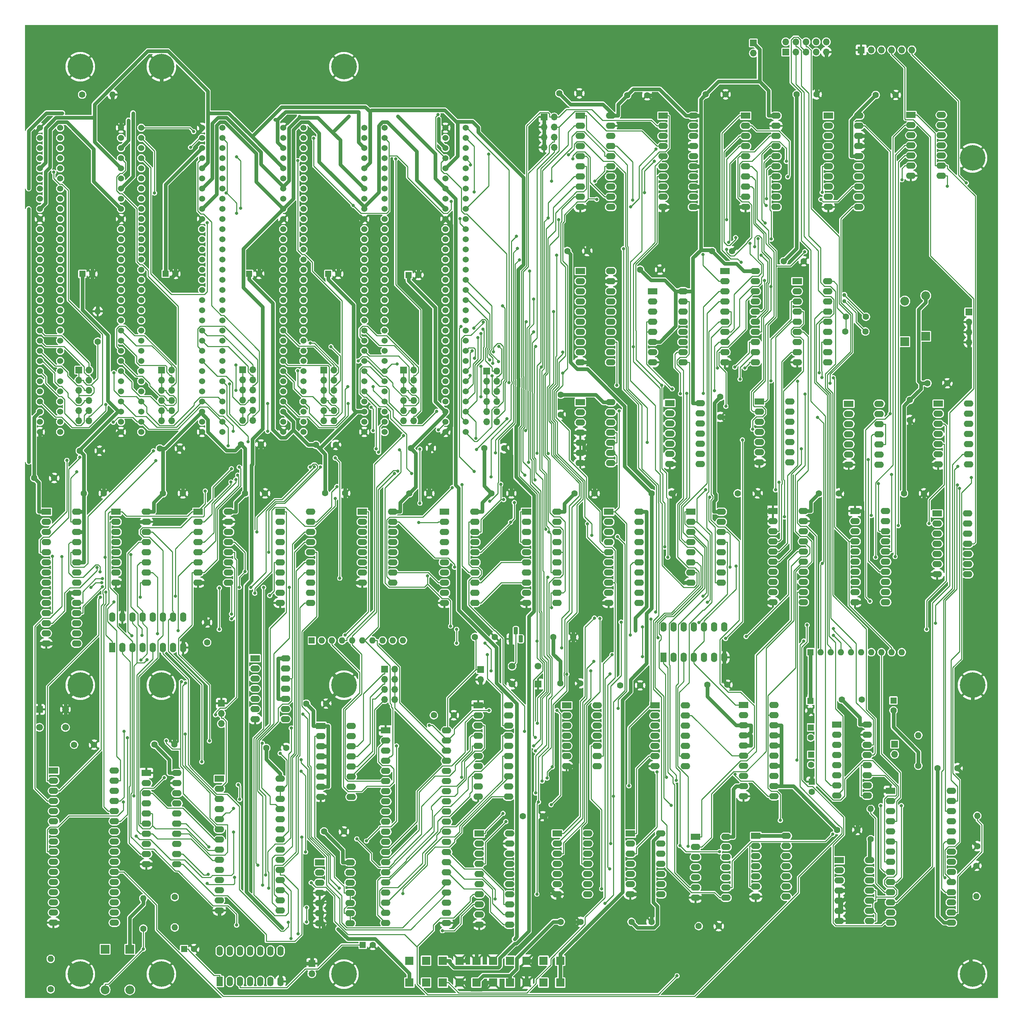
<source format=gbl>
%TF.GenerationSoftware,KiCad,Pcbnew,9.0.2*%
%TF.CreationDate,2025-12-21T10:26:56-06:00*%
%TF.ProjectId,6502PC-6U,36353032-5043-42d3-9655-2e6b69636164,12/21/2025 002*%
%TF.SameCoordinates,Original*%
%TF.FileFunction,Copper,L2,Bot*%
%TF.FilePolarity,Positive*%
%FSLAX46Y46*%
G04 Gerber Fmt 4.6, Leading zero omitted, Abs format (unit mm)*
G04 Created by KiCad (PCBNEW 9.0.2) date 2025-12-21 10:26:56*
%MOMM*%
%LPD*%
G01*
G04 APERTURE LIST*
G04 Aperture macros list*
%AMRoundRect*
0 Rectangle with rounded corners*
0 $1 Rounding radius*
0 $2 $3 $4 $5 $6 $7 $8 $9 X,Y pos of 4 corners*
0 Add a 4 corners polygon primitive as box body*
4,1,4,$2,$3,$4,$5,$6,$7,$8,$9,$2,$3,0*
0 Add four circle primitives for the rounded corners*
1,1,$1+$1,$2,$3*
1,1,$1+$1,$4,$5*
1,1,$1+$1,$6,$7*
1,1,$1+$1,$8,$9*
0 Add four rect primitives between the rounded corners*
20,1,$1+$1,$2,$3,$4,$5,0*
20,1,$1+$1,$4,$5,$6,$7,0*
20,1,$1+$1,$6,$7,$8,$9,0*
20,1,$1+$1,$8,$9,$2,$3,0*%
G04 Aperture macros list end*
%TA.AperFunction,ComponentPad*%
%ADD10R,1.700000X1.700000*%
%TD*%
%TA.AperFunction,ComponentPad*%
%ADD11C,1.700000*%
%TD*%
%TA.AperFunction,ComponentPad*%
%ADD12O,1.700000X1.700000*%
%TD*%
%TA.AperFunction,ComponentPad*%
%ADD13R,1.600000X1.600000*%
%TD*%
%TA.AperFunction,ComponentPad*%
%ADD14O,1.600000X1.600000*%
%TD*%
%TA.AperFunction,ComponentPad*%
%ADD15C,1.600000*%
%TD*%
%TA.AperFunction,ComponentPad*%
%ADD16R,2.400000X1.600000*%
%TD*%
%TA.AperFunction,ComponentPad*%
%ADD17O,2.400000X1.600000*%
%TD*%
%TA.AperFunction,ComponentPad*%
%ADD18R,1.600000X2.400000*%
%TD*%
%TA.AperFunction,ComponentPad*%
%ADD19O,1.600000X2.400000*%
%TD*%
%TA.AperFunction,ComponentPad*%
%ADD20R,2.200000X2.200000*%
%TD*%
%TA.AperFunction,ComponentPad*%
%ADD21O,2.200000X2.200000*%
%TD*%
%TA.AperFunction,ComponentPad*%
%ADD22C,1.000000*%
%TD*%
%TA.AperFunction,ComponentPad*%
%ADD23C,3.600000*%
%TD*%
%TA.AperFunction,ConnectorPad*%
%ADD24C,6.400000*%
%TD*%
%TA.AperFunction,ComponentPad*%
%ADD25R,2.125980X2.125980*%
%TD*%
%TA.AperFunction,ComponentPad*%
%ADD26C,1.524000*%
%TD*%
%TA.AperFunction,ComponentPad*%
%ADD27R,1.100000X1.800000*%
%TD*%
%TA.AperFunction,ComponentPad*%
%ADD28RoundRect,0.275000X-0.275000X-0.625000X0.275000X-0.625000X0.275000X0.625000X-0.275000X0.625000X0*%
%TD*%
%TA.AperFunction,ViaPad*%
%ADD29C,0.800000*%
%TD*%
%TA.AperFunction,Conductor*%
%ADD30C,0.250000*%
%TD*%
%TA.AperFunction,Conductor*%
%ADD31C,0.900000*%
%TD*%
G04 APERTURE END LIST*
D10*
%TO.P,SW1,1,1*%
%TO.N,GND*%
X72764200Y-227386200D03*
D11*
X79264200Y-227386200D03*
%TO.P,SW1,2,2*%
%TO.N,Net-(P12-Pin_2)*%
X72764200Y-231886200D03*
X79264200Y-231886200D03*
%TD*%
D10*
%TO.P,SW2,1,1*%
%TO.N,GND*%
X197668200Y-221042800D03*
D11*
X191168200Y-221042800D03*
%TO.P,SW2,2,2*%
%TO.N,{slash}RESET*%
X197668200Y-216542800D03*
X191168200Y-216542800D03*
%TD*%
D10*
%TO.P,P16,1,Pin_1*%
%TO.N,Net-(D4-A)*%
X305577200Y-127806800D03*
D12*
%TO.P,P16,2,Pin_2*%
%TO.N,GND*%
X305577200Y-130346800D03*
%TO.P,P16,3,Pin_3*%
X305577200Y-132886800D03*
%TO.P,P16,4,Pin_4*%
X305577200Y-135426800D03*
%TD*%
D10*
%TO.P,K1,1,Pin_1*%
%TO.N,GND*%
X118364000Y-225882200D03*
D12*
%TO.P,K1,2,Pin_2*%
%TO.N,Net-(K1-Pin_2)*%
X118364000Y-228422200D03*
%TO.P,K1,3,Pin_3*%
%TO.N,PULLUP3*%
X118364000Y-230962200D03*
%TD*%
D10*
%TO.P,P12,1,Pin_1*%
%TO.N,GND*%
X140988600Y-291033600D03*
D12*
%TO.P,P12,2,Pin_2*%
%TO.N,Net-(P12-Pin_2)*%
X140988600Y-293573600D03*
%TD*%
D10*
%TO.P,JP1,1,Pin_1*%
%TO.N,{slash}RESET*%
X183289800Y-217417400D03*
D12*
%TO.P,JP1,2,Pin_2*%
%TO.N,GND*%
X183289800Y-219957400D03*
%TD*%
D10*
%TO.P,JP3,1,A*%
%TO.N,Net-(JP3-A)*%
X286994600Y-236118400D03*
D12*
%TO.P,JP3,2,B*%
%TO.N,CTS*%
X286994600Y-238658400D03*
%TD*%
D13*
%TO.P,RR1,1,common*%
%TO.N,+5V*%
X265938000Y-213055200D03*
D14*
%TO.P,RR1,2,R1*%
%TO.N,B_{slash}INT*%
X268478000Y-213055200D03*
%TO.P,RR1,3,R2*%
%TO.N,PULLUP1*%
X271018000Y-213055200D03*
%TO.P,RR1,4,R3*%
%TO.N,PULLUP2*%
X273558000Y-213055200D03*
%TO.P,RR1,5,R4*%
%TO.N,PULLUP3*%
X276098000Y-213055200D03*
%TO.P,RR1,6,R5*%
%TO.N,PG*%
X278638000Y-213055200D03*
%TO.P,RR1,7,R6*%
%TO.N,unconnected-(RR1-R6-Pad7)*%
X281178000Y-213055200D03*
%TO.P,RR1,8,R7*%
%TO.N,{slash}RESET*%
X283718000Y-213055200D03*
%TO.P,RR1,9,R8*%
%TO.N,B_{slash}NMI*%
X286258000Y-213055200D03*
%TO.P,RR1,10,R9*%
%TO.N,unconnected-(RR1-R9-Pad10)*%
X288798000Y-213055200D03*
%TD*%
D13*
%TO.P,RR2,1,common*%
%TO.N,+5V*%
X140970000Y-210108800D03*
D14*
%TO.P,RR2,2,R1*%
%TO.N,unconnected-(RR2-R1-Pad2)*%
X143510000Y-210108800D03*
%TO.P,RR2,3,R2*%
%TO.N,MRDY*%
X146050000Y-210108800D03*
%TO.P,RR2,4,R3*%
%TO.N,{slash}BUSAK*%
X148590000Y-210108800D03*
%TO.P,RR2,5,R4*%
%TO.N,{slash}NMI*%
X151130000Y-210108800D03*
%TO.P,RR2,6,R5*%
%TO.N,{slash}IRQ*%
X153670000Y-210108800D03*
%TO.P,RR2,7,R6*%
%TO.N,{slash}SO*%
X156210000Y-210108800D03*
%TO.P,RR2,8,R7*%
%TO.N,unconnected-(RR2-R7-Pad8)*%
X158750000Y-210108800D03*
%TO.P,RR2,9,R8*%
%TO.N,unconnected-(RR2-R8-Pad9)*%
X161290000Y-210108800D03*
%TO.P,RR2,10,R9*%
%TO.N,unconnected-(RR2-R9-Pad10)*%
X163830000Y-210108800D03*
%TD*%
D15*
%TO.P,R6,1*%
%TO.N,GND*%
X307695600Y-261645400D03*
D14*
%TO.P,R6,2*%
%TO.N,DCD*%
X307695600Y-254025400D03*
%TD*%
D15*
%TO.P,R7,1*%
%TO.N,+5V*%
X281017400Y-259915000D03*
D14*
%TO.P,R7,2*%
%TO.N,DTR*%
X281017400Y-252295000D03*
%TD*%
D15*
%TO.P,R4,1*%
%TO.N,+5V*%
X292938200Y-241477800D03*
D14*
%TO.P,R4,2*%
%TO.N,Net-(JP3-A)*%
X292938200Y-233857800D03*
%TD*%
D15*
%TO.P,R1,1*%
%TO.N,5VSB*%
X106654600Y-274396200D03*
D14*
%TO.P,R1,2*%
%TO.N,Net-(P12-Pin_2)*%
X106654600Y-282016200D03*
%TD*%
D15*
%TO.P,R3,1*%
%TO.N,Net-(D2-A)*%
X98780600Y-282321000D03*
D14*
%TO.P,R3,2*%
%TO.N,5VSB*%
X98780600Y-274701000D03*
%TD*%
D15*
%TO.P,R2,1*%
%TO.N,Net-(D1-A)*%
X75582200Y-297507000D03*
D14*
%TO.P,R2,2*%
%TO.N,Net-(P12-Pin_2)*%
X75582200Y-289887000D03*
%TD*%
D10*
%TO.P,P18,1,Pin_1*%
%TO.N,unconnected-(P18-Pin_1-Pad1)*%
X259715000Y-62687200D03*
D12*
%TO.P,P18,2,Pin_2*%
%TO.N,unconnected-(P18-Pin_2-Pad2)*%
X259715000Y-60147200D03*
%TO.P,P18,3,Pin_3*%
%TO.N,RXD*%
X262255000Y-62687200D03*
%TO.P,P18,4,Pin_4*%
%TO.N,RTS*%
X262255000Y-60147200D03*
%TO.P,P18,5,Pin_5*%
%TO.N,TXD*%
X264795000Y-62687200D03*
%TO.P,P18,6,Pin_6*%
%TO.N,CTS*%
X264795000Y-60147200D03*
%TO.P,P18,7,Pin_7*%
%TO.N,unconnected-(P18-Pin_7-Pad7)*%
X267335000Y-62687200D03*
%TO.P,P18,8,Pin_8*%
%TO.N,unconnected-(P18-Pin_8-Pad8)*%
X267335000Y-60147200D03*
%TO.P,P18,9,Pin_9*%
%TO.N,GND*%
X269875000Y-62687200D03*
%TO.P,P18,10,Pin_10*%
%TO.N,unconnected-(P18-Pin_10-Pad10)*%
X269875000Y-60147200D03*
%TD*%
D10*
%TO.P,P15,1,Pin_1*%
%TO.N,Net-(P15-Pin_1)*%
X159220800Y-217312400D03*
D12*
%TO.P,P15,2,Pin_2*%
%TO.N,CLK*%
X161760800Y-217312400D03*
%TO.P,P15,3,Pin_3*%
%TO.N,Net-(P15-Pin_3)*%
X159220800Y-219852400D03*
%TO.P,P15,4,Pin_4*%
%TO.N,CLK*%
X161760800Y-219852400D03*
%TO.P,P15,5,Pin_5*%
%TO.N,Net-(P15-Pin_5)*%
X159220800Y-222392400D03*
%TO.P,P15,6,Pin_6*%
%TO.N,CLK*%
X161760800Y-222392400D03*
%TO.P,P15,7,Pin_7*%
%TO.N,Net-(P15-Pin_7)*%
X159220800Y-224932400D03*
%TO.P,P15,8,Pin_8*%
%TO.N,CLK*%
X161760800Y-224932400D03*
%TD*%
D10*
%TO.P,P1,1,Pin_1*%
%TO.N,GND*%
X199161400Y-78994000D03*
D12*
%TO.P,P1,2,Pin_2*%
%TO.N,XM19*%
X201701400Y-78994000D03*
%TO.P,P1,3,Pin_3*%
%TO.N,GND*%
X199161400Y-81534000D03*
%TO.P,P1,4,Pin_4*%
%TO.N,XM18*%
X201701400Y-81534000D03*
%TO.P,P1,5,Pin_5*%
%TO.N,GND*%
X199161400Y-84074000D03*
%TO.P,P1,6,Pin_6*%
%TO.N,XM17*%
X201701400Y-84074000D03*
%TO.P,P1,7,Pin_7*%
%TO.N,GND*%
X199161400Y-86614000D03*
%TO.P,P1,8,Pin_8*%
%TO.N,XM16*%
X201701400Y-86614000D03*
%TD*%
D16*
%TO.P,U9,1*%
%TO.N,IOR*%
X253099900Y-150266400D03*
D17*
%TO.P,U9,2*%
%TO.N,SMEMR*%
X253099900Y-152806400D03*
%TO.P,U9,3*%
%TO.N,Net-(U25-A->B)*%
X253099900Y-155346400D03*
%TO.P,U9,4*%
%TO.N,unconnected-(U9-Pad4)*%
X253099900Y-157886400D03*
%TO.P,U9,5*%
%TO.N,unconnected-(U9-Pad5)*%
X253099900Y-160426400D03*
%TO.P,U9,6*%
%TO.N,unconnected-(U9-Pad6)*%
X253099900Y-162966400D03*
%TO.P,U9,7,GND*%
%TO.N,GND*%
X253099900Y-165506400D03*
%TO.P,U9,8*%
%TO.N,unconnected-(U9-Pad8)*%
X260719900Y-165506400D03*
%TO.P,U9,9*%
%TO.N,unconnected-(U9-Pad9)*%
X260719900Y-162966400D03*
%TO.P,U9,10*%
%TO.N,unconnected-(U9-Pad10)*%
X260719900Y-160426400D03*
%TO.P,U9,11*%
%TO.N,unconnected-(U9-Pad11)*%
X260719900Y-157886400D03*
%TO.P,U9,12*%
%TO.N,unconnected-(U9-Pad12)*%
X260719900Y-155346400D03*
%TO.P,U9,13*%
%TO.N,unconnected-(U9-Pad13)*%
X260719900Y-152806400D03*
%TO.P,U9,14,VCC*%
%TO.N,+5V*%
X260719900Y-150266400D03*
%TD*%
D16*
%TO.P,U8,1,A18*%
%TO.N,mA18*%
X76289800Y-242732400D03*
D17*
%TO.P,U8,2,A16*%
%TO.N,mA16*%
X76289800Y-245272400D03*
%TO.P,U8,3,A14*%
%TO.N,mA14*%
X76289800Y-247812400D03*
%TO.P,U8,4,A12*%
%TO.N,mA12*%
X76289800Y-250352400D03*
%TO.P,U8,5,A7*%
%TO.N,mA7*%
X76289800Y-252892400D03*
%TO.P,U8,6,A6*%
%TO.N,mA6*%
X76289800Y-255432400D03*
%TO.P,U8,7,A5*%
%TO.N,mA5*%
X76289800Y-257972400D03*
%TO.P,U8,8,A4*%
%TO.N,mA4*%
X76289800Y-260512400D03*
%TO.P,U8,9,A3*%
%TO.N,mA3*%
X76289800Y-263052400D03*
%TO.P,U8,10,A2*%
%TO.N,mA2*%
X76289800Y-265592400D03*
%TO.P,U8,11,A1*%
%TO.N,mA1*%
X76289800Y-268132400D03*
%TO.P,U8,12,A0*%
%TO.N,mA0*%
X76289800Y-270672400D03*
%TO.P,U8,13,DQ0*%
%TO.N,mD0*%
X76289800Y-273212400D03*
%TO.P,U8,14,DQ1*%
%TO.N,mD1*%
X76289800Y-275752400D03*
%TO.P,U8,15,DQ2*%
%TO.N,mD2*%
X76289800Y-278292400D03*
%TO.P,U8,16,VSS*%
%TO.N,GND*%
X76289800Y-280832400D03*
%TO.P,U8,17,DQ3*%
%TO.N,mD3*%
X91529800Y-280832400D03*
%TO.P,U8,18,DQ4*%
%TO.N,mD4*%
X91529800Y-278292400D03*
%TO.P,U8,19,DQ5*%
%TO.N,mD5*%
X91529800Y-275752400D03*
%TO.P,U8,20,DQ6*%
%TO.N,mD6*%
X91529800Y-273212400D03*
%TO.P,U8,21,DQ7*%
%TO.N,mD7*%
X91529800Y-270672400D03*
%TO.P,U8,22,CE#*%
%TO.N,{slash}ONBOARDRAM*%
X91529800Y-268132400D03*
%TO.P,U8,23,A10*%
%TO.N,mA10*%
X91529800Y-265592400D03*
%TO.P,U8,24,OE#*%
%TO.N,{slash}RD*%
X91529800Y-263052400D03*
%TO.P,U8,25,A11*%
%TO.N,mA11*%
X91529800Y-260512400D03*
%TO.P,U8,26,A9*%
%TO.N,mA9*%
X91529800Y-257972400D03*
%TO.P,U8,27,A8*%
%TO.N,mA8*%
X91529800Y-255432400D03*
%TO.P,U8,28,A13*%
%TO.N,mA13*%
X91529800Y-252892400D03*
%TO.P,U8,29,WE#*%
%TO.N,{slash}WR*%
X91529800Y-250352400D03*
%TO.P,U8,30,A17*%
%TO.N,mA17*%
X91529800Y-247812400D03*
%TO.P,U8,31,A15*%
%TO.N,mA15*%
X91529800Y-245272400D03*
%TO.P,U8,32,VCC*%
%TO.N,+5V*%
X91529800Y-242732400D03*
%TD*%
D16*
%TO.P,U48,1,VSS*%
%TO.N,GND*%
X285971800Y-247782400D03*
D17*
%TO.P,U48,2,CS1*%
%TO.N,mA2*%
X285971800Y-250322400D03*
%TO.P,U48,3,~{CS2}*%
%TO.N,{slash}IOSEL-0EF80*%
X285971800Y-252862400D03*
%TO.P,U48,4,~{RES}*%
%TO.N,{slash}RESET*%
X285971800Y-255402400D03*
%TO.P,U48,5,RxC*%
%TO.N,unconnected-(U48-RxC-Pad5)*%
X285971800Y-257942400D03*
%TO.P,U48,6,XTAL1*%
%TO.N,ACIA_CLK*%
X285971800Y-260482400D03*
%TO.P,U48,7,XTAL2*%
%TO.N,unconnected-(U48-XTAL2-Pad7)*%
X285971800Y-263022400D03*
%TO.P,U48,8,~{RTS}*%
%TO.N,RTS_TTL*%
X285971800Y-265562400D03*
%TO.P,U48,9,~{CTS}*%
%TO.N,CTS_TTL*%
X285971800Y-268102400D03*
%TO.P,U48,10,TxD*%
%TO.N,TXD_TTL*%
X285971800Y-270642400D03*
%TO.P,U48,11,~{DTR}*%
%TO.N,DTR*%
X285971800Y-273182400D03*
%TO.P,U48,12,RxD*%
%TO.N,RXD_TTL*%
X285971800Y-275722400D03*
%TO.P,U48,13,RS0*%
%TO.N,mA0*%
X285971800Y-278262400D03*
%TO.P,U48,14,RS1*%
%TO.N,mA1*%
X285971800Y-280802400D03*
%TO.P,U48,15,VCC*%
%TO.N,+5V*%
X301211800Y-280802400D03*
%TO.P,U48,16,~{DCD}*%
%TO.N,DCD*%
X301211800Y-278262400D03*
%TO.P,U48,17,~{DSR}*%
%TO.N,DSR*%
X301211800Y-275722400D03*
%TO.P,U48,18,D0*%
%TO.N,mD0*%
X301211800Y-273182400D03*
%TO.P,U48,19,D1*%
%TO.N,mD1*%
X301211800Y-270642400D03*
%TO.P,U48,20,D2*%
%TO.N,mD2*%
X301211800Y-268102400D03*
%TO.P,U48,21,D3*%
%TO.N,mD3*%
X301211800Y-265562400D03*
%TO.P,U48,22,D4*%
%TO.N,mD4*%
X301211800Y-263022400D03*
%TO.P,U48,23,D5*%
%TO.N,mD5*%
X301211800Y-260482400D03*
%TO.P,U48,24,D6*%
%TO.N,mD6*%
X301211800Y-257942400D03*
%TO.P,U48,25,D7*%
%TO.N,mD7*%
X301211800Y-255402400D03*
%TO.P,U48,26,~{IRQ}*%
%TO.N,{slash}IRQ*%
X301211800Y-252862400D03*
%TO.P,U48,27,\u03D52*%
%TO.N,E*%
X301211800Y-250322400D03*
%TO.P,U48,28,R/~{W}*%
%TO.N,R{slash}W*%
X301211800Y-247782400D03*
%TD*%
D16*
%TO.P,U40,1,A14*%
%TO.N,+5V*%
X74447400Y-177850800D03*
D17*
%TO.P,U40,2,A12*%
X74447400Y-180390800D03*
%TO.P,U40,3,A7*%
%TO.N,Net-(U38-O3)*%
X74447400Y-182930800D03*
%TO.P,U40,4,A6*%
%TO.N,Net-(U38-O2)*%
X74447400Y-185470800D03*
%TO.P,U40,5,A5*%
%TO.N,Net-(U38-O1)*%
X74447400Y-188010800D03*
%TO.P,U40,6,A4*%
%TO.N,Net-(U38-O0)*%
X74447400Y-190550800D03*
%TO.P,U40,7,A3*%
%TO.N,Net-(U37-Zd)*%
X74447400Y-193090800D03*
%TO.P,U40,8,A2*%
%TO.N,Net-(U37-Zc)*%
X74447400Y-195630800D03*
%TO.P,U40,9,A1*%
%TO.N,Net-(U37-Zb)*%
X74447400Y-198170800D03*
%TO.P,U40,10,A0*%
%TO.N,Net-(U37-Za)*%
X74447400Y-200710800D03*
%TO.P,U40,11,Q0*%
%TO.N,Net-(U40-Q0)*%
X74447400Y-203250800D03*
%TO.P,U40,12,Q1*%
%TO.N,Net-(U40-Q1)*%
X74447400Y-205790800D03*
%TO.P,U40,13,Q2*%
%TO.N,Net-(U40-Q2)*%
X74447400Y-208330800D03*
%TO.P,U40,14,GND*%
%TO.N,GND*%
X74447400Y-210870800D03*
%TO.P,U40,15,Q3*%
%TO.N,Net-(U40-Q3)*%
X82067400Y-210870800D03*
%TO.P,U40,16,Q4*%
%TO.N,Net-(U40-Q4)*%
X82067400Y-208330800D03*
%TO.P,U40,17,Q5*%
%TO.N,Net-(U40-Q5)*%
X82067400Y-205790800D03*
%TO.P,U40,18,Q6*%
%TO.N,Net-(U40-Q6)*%
X82067400Y-203250800D03*
%TO.P,U40,19,Q7*%
%TO.N,Net-(U40-Q7)*%
X82067400Y-200710800D03*
%TO.P,U40,20,~{CS}*%
%TO.N,GND*%
X82067400Y-198170800D03*
%TO.P,U40,21,A10*%
%TO.N,+5V*%
X82067400Y-195630800D03*
%TO.P,U40,22,~{OE}*%
%TO.N,/MMU four/{slash}OE*%
X82067400Y-193090800D03*
%TO.P,U40,23,A11*%
%TO.N,+5V*%
X82067400Y-190550800D03*
%TO.P,U40,24,A9*%
%TO.N,Net-(U38-O5)*%
X82067400Y-188010800D03*
%TO.P,U40,25,A8*%
%TO.N,Net-(U38-O4)*%
X82067400Y-185470800D03*
%TO.P,U40,26,A13*%
%TO.N,+5V*%
X82067400Y-182930800D03*
%TO.P,U40,27,~{WE}*%
%TO.N,{slash}MMU-MAP-WR*%
X82067400Y-180390800D03*
%TO.P,U40,28,VCC*%
%TO.N,+5V*%
X82067400Y-177850800D03*
%TD*%
D16*
%TO.P,U38,1,OE*%
%TO.N,{slash}IOSEL-0EFD0*%
X215385600Y-177850800D03*
D17*
%TO.P,U38,2,O0*%
%TO.N,Net-(U38-O0)*%
X215385600Y-180390800D03*
%TO.P,U38,3,D0*%
%TO.N,mD0*%
X215385600Y-182930800D03*
%TO.P,U38,4,D1*%
%TO.N,mD1*%
X215385600Y-185470800D03*
%TO.P,U38,5,O1*%
%TO.N,Net-(U38-O1)*%
X215385600Y-188010800D03*
%TO.P,U38,6,O2*%
%TO.N,Net-(U38-O2)*%
X215385600Y-190550800D03*
%TO.P,U38,7,D2*%
%TO.N,mD2*%
X215385600Y-193090800D03*
%TO.P,U38,8,D3*%
%TO.N,mD3*%
X215385600Y-195630800D03*
%TO.P,U38,9,O3*%
%TO.N,Net-(U38-O3)*%
X215385600Y-198170800D03*
%TO.P,U38,10,GND*%
%TO.N,GND*%
X215385600Y-200710800D03*
%TO.P,U38,11,Cp*%
%TO.N,{slash}MMU-TASK-SETUP-WR*%
X223005600Y-200710800D03*
%TO.P,U38,12,O4*%
%TO.N,Net-(U38-O4)*%
X223005600Y-198170800D03*
%TO.P,U38,13,D4*%
%TO.N,mD4*%
X223005600Y-195630800D03*
%TO.P,U38,14,D5*%
%TO.N,mD5*%
X223005600Y-193090800D03*
%TO.P,U38,15,O5*%
%TO.N,Net-(U38-O5)*%
X223005600Y-190550800D03*
%TO.P,U38,16,O6*%
%TO.N,unconnected-(U38-O6-Pad16)*%
X223005600Y-188010800D03*
%TO.P,U38,17,D6*%
%TO.N,unconnected-(U38-D6-Pad17)*%
X223005600Y-185470800D03*
%TO.P,U38,18,D7*%
%TO.N,unconnected-(U38-D7-Pad18)*%
X223005600Y-182930800D03*
%TO.P,U38,19,O7*%
%TO.N,unconnected-(U38-O7-Pad19)*%
X223005600Y-180390800D03*
%TO.P,U38,20,VCC*%
%TO.N,+5V*%
X223005600Y-177850800D03*
%TD*%
D16*
%TO.P,U46,1,OEa*%
%TO.N,GND*%
X182651400Y-226364800D03*
D17*
%TO.P,U46,2,I0a*%
%TO.N,LA4*%
X182651400Y-228904800D03*
%TO.P,U46,3,O3b*%
%TO.N,mA11*%
X182651400Y-231444800D03*
%TO.P,U46,4,I1a*%
%TO.N,LA5*%
X182651400Y-233984800D03*
%TO.P,U46,5,O2b*%
%TO.N,mA10*%
X182651400Y-236524800D03*
%TO.P,U46,6,I2a*%
%TO.N,LA6*%
X182651400Y-239064800D03*
%TO.P,U46,7,O1b*%
%TO.N,mA9*%
X182651400Y-241604800D03*
%TO.P,U46,8,I3a*%
%TO.N,LA7*%
X182651400Y-244144800D03*
%TO.P,U46,9,O0b*%
%TO.N,mA8*%
X182651400Y-246684800D03*
%TO.P,U46,10,GND*%
%TO.N,GND*%
X182651400Y-249224800D03*
%TO.P,U46,11,I0b*%
%TO.N,LA8*%
X190271400Y-249224800D03*
%TO.P,U46,12,O3a*%
%TO.N,mA7*%
X190271400Y-246684800D03*
%TO.P,U46,13,I1b*%
%TO.N,LA9*%
X190271400Y-244144800D03*
%TO.P,U46,14,O2a*%
%TO.N,mA6*%
X190271400Y-241604800D03*
%TO.P,U46,15,I2b*%
%TO.N,LA10*%
X190271400Y-239064800D03*
%TO.P,U46,16,O1a*%
%TO.N,mA5*%
X190271400Y-236524800D03*
%TO.P,U46,17,I3b*%
%TO.N,LA11*%
X190271400Y-233984800D03*
%TO.P,U46,18,O0a*%
%TO.N,mA4*%
X190271400Y-231444800D03*
%TO.P,U46,19,OEb*%
%TO.N,GND*%
X190271400Y-228904800D03*
%TO.P,U46,20,VCC*%
%TO.N,+5V*%
X190271400Y-226364800D03*
%TD*%
D16*
%TO.P,U31,1,OEa*%
%TO.N,GND*%
X277112400Y-177673000D03*
D17*
%TO.P,U31,2,I0a*%
%TO.N,CPU_E*%
X277112400Y-180213000D03*
%TO.P,U31,3,O3b*%
%TO.N,unconnected-(U31-O3b-Pad3)*%
X277112400Y-182753000D03*
%TO.P,U31,4,I1a*%
%TO.N,B_{slash}NMI*%
X277112400Y-185293000D03*
%TO.P,U31,5,O2b*%
%TO.N,unconnected-(U31-O2b-Pad5)*%
X277112400Y-187833000D03*
%TO.P,U31,6,I2a*%
%TO.N,B_{slash}INT*%
X277112400Y-190373000D03*
%TO.P,U31,7,O1b*%
%TO.N,unconnected-(U31-O1b-Pad7)*%
X277112400Y-192913000D03*
%TO.P,U31,8,I3a*%
%TO.N,unconnected-(U31-I3a-Pad8)*%
X277112400Y-195453000D03*
%TO.P,U31,9,O0b*%
%TO.N,unconnected-(U31-O0b-Pad9)*%
X277112400Y-197993000D03*
%TO.P,U31,10,GND*%
%TO.N,GND*%
X277112400Y-200533000D03*
%TO.P,U31,11,I0b*%
%TO.N,unconnected-(U31-I0b-Pad11)*%
X284732400Y-200533000D03*
%TO.P,U31,12,O3a*%
%TO.N,unconnected-(U31-O3a-Pad12)*%
X284732400Y-197993000D03*
%TO.P,U31,13,I1b*%
%TO.N,unconnected-(U31-I1b-Pad13)*%
X284732400Y-195453000D03*
%TO.P,U31,14,O2a*%
%TO.N,Net-(U31-O2a)*%
X284732400Y-192913000D03*
%TO.P,U31,15,I2b*%
%TO.N,unconnected-(U31-I2b-Pad15)*%
X284732400Y-190373000D03*
%TO.P,U31,16,O1a*%
%TO.N,Net-(U31-O1a)*%
X284732400Y-187833000D03*
%TO.P,U31,17,I3b*%
%TO.N,unconnected-(U31-I3b-Pad17)*%
X284732400Y-185293000D03*
%TO.P,U31,18,O0a*%
%TO.N,B_{slash}CLK*%
X284732400Y-182753000D03*
%TO.P,U31,19,OEb*%
%TO.N,unconnected-(U31-OEb-Pad19)*%
X284732400Y-180213000D03*
%TO.P,U31,20,VCC*%
%TO.N,+5V*%
X284732400Y-177673000D03*
%TD*%
D16*
%TO.P,U39,1,OEa*%
%TO.N,Net-(U39-OEa)*%
X174234500Y-177850800D03*
D17*
%TO.P,U39,2,I0a*%
%TO.N,Net-(U35-Q0)*%
X174234500Y-180390800D03*
%TO.P,U39,3,O3b*%
%TO.N,unconnected-(U39-O3b-Pad3)*%
X174234500Y-182930800D03*
%TO.P,U39,4,I1a*%
%TO.N,Net-(U35-Q1)*%
X174234500Y-185470800D03*
%TO.P,U39,5,O2b*%
%TO.N,unconnected-(U39-O2b-Pad5)*%
X174234500Y-188010800D03*
%TO.P,U39,6,I2a*%
%TO.N,Net-(U35-Q2)*%
X174234500Y-190550800D03*
%TO.P,U39,7,O1b*%
%TO.N,Net-(U38-O5)*%
X174234500Y-193090800D03*
%TO.P,U39,8,I3a*%
%TO.N,Net-(U35-Q3)*%
X174234500Y-195630800D03*
%TO.P,U39,9,O0b*%
%TO.N,Net-(U38-O4)*%
X174234500Y-198170800D03*
%TO.P,U39,10,GND*%
%TO.N,GND*%
X174234500Y-200710800D03*
%TO.P,U39,11,I0b*%
%TO.N,Net-(U35-Q4)*%
X181854500Y-200710800D03*
%TO.P,U39,12,O3a*%
%TO.N,Net-(U38-O3)*%
X181854500Y-198170800D03*
%TO.P,U39,13,I1b*%
%TO.N,Net-(U35-Q5)*%
X181854500Y-195630800D03*
%TO.P,U39,14,O2a*%
%TO.N,Net-(U38-O2)*%
X181854500Y-193090800D03*
%TO.P,U39,15,I2b*%
%TO.N,unconnected-(U39-I2b-Pad15)*%
X181854500Y-190550800D03*
%TO.P,U39,16,O1a*%
%TO.N,Net-(U38-O1)*%
X181854500Y-188010800D03*
%TO.P,U39,17,I3b*%
%TO.N,unconnected-(U39-I3b-Pad17)*%
X181854500Y-185470800D03*
%TO.P,U39,18,O0a*%
%TO.N,Net-(U38-O0)*%
X181854500Y-182930800D03*
%TO.P,U39,19,OEb*%
%TO.N,Net-(U39-OEa)*%
X181854500Y-180390800D03*
%TO.P,U39,20,VCC*%
%TO.N,+5V*%
X181854500Y-177850800D03*
%TD*%
D16*
%TO.P,U28,1,A->B*%
%TO.N,{slash}BUSAK*%
X249673900Y-78657800D03*
D17*
%TO.P,U28,2,A0*%
%TO.N,mA16*%
X249673900Y-81197800D03*
%TO.P,U28,3,A1*%
%TO.N,mA17*%
X249673900Y-83737800D03*
%TO.P,U28,4,A2*%
%TO.N,mA18*%
X249673900Y-86277800D03*
%TO.P,U28,5,A3*%
%TO.N,mA19*%
X249673900Y-88817800D03*
%TO.P,U28,6,A4*%
%TO.N,IOR*%
X249673900Y-91357800D03*
%TO.P,U28,7,A5*%
%TO.N,IOW*%
X249673900Y-93897800D03*
%TO.P,U28,8,A6*%
%TO.N,SMEMR*%
X249673900Y-96437800D03*
%TO.P,U28,9,A7*%
%TO.N,SMEMW*%
X249673900Y-98977800D03*
%TO.P,U28,10,GND*%
%TO.N,GND*%
X249673900Y-101517800D03*
%TO.P,U28,11,B7*%
%TO.N,B_SMEMW*%
X257293900Y-101517800D03*
%TO.P,U28,12,B6*%
%TO.N,B_SMEMR*%
X257293900Y-98977800D03*
%TO.P,U28,13,B5*%
%TO.N,B_IOW*%
X257293900Y-96437800D03*
%TO.P,U28,14,B4*%
%TO.N,B_IOR*%
X257293900Y-93897800D03*
%TO.P,U28,15,B3*%
%TO.N,B_A19*%
X257293900Y-91357800D03*
%TO.P,U28,16,B2*%
%TO.N,B_A18*%
X257293900Y-88817800D03*
%TO.P,U28,17,B1*%
%TO.N,B_A17*%
X257293900Y-86277800D03*
%TO.P,U28,18,B0*%
%TO.N,B_A16*%
X257293900Y-83737800D03*
%TO.P,U28,19,CE*%
%TO.N,GND*%
X257293900Y-81197800D03*
%TO.P,U28,20,VCC*%
%TO.N,+5V*%
X257293900Y-78657800D03*
%TD*%
D16*
%TO.P,U3,1,~{P>Q}*%
%TO.N,unconnected-(U3-~{P&gt;Q}-Pad1)*%
X270379000Y-78657800D03*
D17*
%TO.P,U3,2,P0*%
%TO.N,mA19*%
X270379000Y-81197800D03*
%TO.P,U3,3,Q0*%
%TO.N,XM19*%
X270379000Y-83737800D03*
%TO.P,U3,4,P1*%
%TO.N,mA18*%
X270379000Y-86277800D03*
%TO.P,U3,5,Q1*%
%TO.N,XM18*%
X270379000Y-88817800D03*
%TO.P,U3,6,P2*%
%TO.N,mA17*%
X270379000Y-91357800D03*
%TO.P,U3,7,Q2*%
%TO.N,XM17*%
X270379000Y-93897800D03*
%TO.P,U3,8,P3*%
%TO.N,mA16*%
X270379000Y-96437800D03*
%TO.P,U3,9,Q3*%
%TO.N,XM16*%
X270379000Y-98977800D03*
%TO.P,U3,10,GND*%
%TO.N,GND*%
X270379000Y-101517800D03*
%TO.P,U3,11,P4*%
%TO.N,mA15*%
X277999000Y-101517800D03*
%TO.P,U3,12,Q4*%
%TO.N,+5V*%
X277999000Y-98977800D03*
%TO.P,U3,13,P5*%
%TO.N,mA14*%
X277999000Y-96437800D03*
%TO.P,U3,14,Q5*%
%TO.N,+5V*%
X277999000Y-93897800D03*
%TO.P,U3,15,P6*%
%TO.N,mA13*%
X277999000Y-91357800D03*
%TO.P,U3,16,Q6*%
%TO.N,+5V*%
X277999000Y-88817800D03*
%TO.P,U3,17,P7*%
%TO.N,GND*%
X277999000Y-86277800D03*
%TO.P,U3,18,Q7*%
X277999000Y-83737800D03*
%TO.P,U3,19,~{P=Q}*%
%TO.N,{slash}SHADOW*%
X277999000Y-81197800D03*
%TO.P,U3,20,VCC*%
%TO.N,+5V*%
X277999000Y-78657800D03*
%TD*%
D16*
%TO.P,U36,1,OEa*%
%TO.N,{slash}MMU-TASK-RD*%
X194810100Y-177850800D03*
D17*
%TO.P,U36,2,I0a*%
%TO.N,MMU-ENABLE*%
X194810100Y-180390800D03*
%TO.P,U36,3,O3b*%
%TO.N,mD0*%
X194810100Y-182930800D03*
%TO.P,U36,4,I1a*%
%TO.N,{slash}MMU-TASK-RD*%
X194810100Y-185470800D03*
%TO.P,U36,5,O2b*%
%TO.N,mD1*%
X194810100Y-188010800D03*
%TO.P,U36,6,I2a*%
%TO.N,Net-(U35-Q5)*%
X194810100Y-190550800D03*
%TO.P,U36,7,O1b*%
%TO.N,mD2*%
X194810100Y-193090800D03*
%TO.P,U36,8,I3a*%
%TO.N,Net-(U35-Q4)*%
X194810100Y-195630800D03*
%TO.P,U36,9,O0b*%
%TO.N,mD3*%
X194810100Y-198170800D03*
%TO.P,U36,10,GND*%
%TO.N,GND*%
X194810100Y-200710800D03*
%TO.P,U36,11,I0b*%
%TO.N,Net-(U35-Q3)*%
X202430100Y-200710800D03*
%TO.P,U36,12,O3a*%
%TO.N,mD4*%
X202430100Y-198170800D03*
%TO.P,U36,13,I1b*%
%TO.N,Net-(U35-Q2)*%
X202430100Y-195630800D03*
%TO.P,U36,14,O2a*%
%TO.N,mD5*%
X202430100Y-193090800D03*
%TO.P,U36,15,I2b*%
%TO.N,Net-(U35-Q1)*%
X202430100Y-190550800D03*
%TO.P,U36,16,O1a*%
%TO.N,mD6*%
X202430100Y-188010800D03*
%TO.P,U36,17,I3b*%
%TO.N,Net-(U35-Q0)*%
X202430100Y-185470800D03*
%TO.P,U36,18,O0a*%
%TO.N,mD7*%
X202430100Y-182930800D03*
%TO.P,U36,19,OEb*%
%TO.N,{slash}MMU-TASK-RD*%
X202430100Y-180390800D03*
%TO.P,U36,20,VCC*%
%TO.N,+5V*%
X202430100Y-177850800D03*
%TD*%
D16*
%TO.P,U34,1,OEa*%
%TO.N,GND*%
X256536800Y-177647600D03*
D17*
%TO.P,U34,2,I0a*%
X256536800Y-180187600D03*
%TO.P,U34,3,O3b*%
%TO.N,E*%
X256536800Y-182727600D03*
%TO.P,U34,4,I1a*%
%TO.N,CPU_{slash}RD*%
X256536800Y-185267600D03*
%TO.P,U34,5,O2b*%
%TO.N,BUSALE*%
X256536800Y-187807600D03*
%TO.P,U34,6,I2a*%
%TO.N,CPU_{slash}WR*%
X256536800Y-190347600D03*
%TO.P,U34,7,O1b*%
%TO.N,unconnected-(U34-O1b-Pad7)*%
X256536800Y-192887600D03*
%TO.P,U34,8,I3a*%
%TO.N,CPU_R{slash}W*%
X256536800Y-195427600D03*
%TO.P,U34,9,O0b*%
%TO.N,unconnected-(U34-O0b-Pad9)*%
X256536800Y-197967600D03*
%TO.P,U34,10,GND*%
%TO.N,GND*%
X256536800Y-200507600D03*
%TO.P,U34,11,I0b*%
%TO.N,unconnected-(U34-I0b-Pad11)*%
X264156800Y-200507600D03*
%TO.P,U34,12,O3a*%
%TO.N,R{slash}W*%
X264156800Y-197967600D03*
%TO.P,U34,13,I1b*%
%TO.N,unconnected-(U34-I1b-Pad13)*%
X264156800Y-195427600D03*
%TO.P,U34,14,O2a*%
%TO.N,{slash}WR*%
X264156800Y-192887600D03*
%TO.P,U34,15,I2b*%
%TO.N,Net-(U34-I2b)*%
X264156800Y-190347600D03*
%TO.P,U34,16,O1a*%
%TO.N,{slash}RD*%
X264156800Y-187807600D03*
%TO.P,U34,17,I3b*%
%TO.N,CPU_E*%
X264156800Y-185267600D03*
%TO.P,U34,18,O0a*%
%TO.N,{slash}VMA*%
X264156800Y-182727600D03*
%TO.P,U34,19,OEb*%
%TO.N,GND*%
X264156800Y-180187600D03*
%TO.P,U34,20,VCC*%
%TO.N,+5V*%
X264156800Y-177647600D03*
%TD*%
D16*
%TO.P,U41,1,A->B*%
%TO.N,R{slash}W*%
X133083300Y-177850800D03*
D17*
%TO.P,U41,2,A0*%
%TO.N,Net-(U40-Q0)*%
X133083300Y-180390800D03*
%TO.P,U41,3,A1*%
%TO.N,Net-(U40-Q1)*%
X133083300Y-182930800D03*
%TO.P,U41,4,A2*%
%TO.N,Net-(U40-Q2)*%
X133083300Y-185470800D03*
%TO.P,U41,5,A3*%
%TO.N,Net-(U40-Q3)*%
X133083300Y-188010800D03*
%TO.P,U41,6,A4*%
%TO.N,Net-(U40-Q4)*%
X133083300Y-190550800D03*
%TO.P,U41,7,A5*%
%TO.N,Net-(U40-Q5)*%
X133083300Y-193090800D03*
%TO.P,U41,8,A6*%
%TO.N,Net-(U40-Q6)*%
X133083300Y-195630800D03*
%TO.P,U41,9,A7*%
%TO.N,Net-(U40-Q7)*%
X133083300Y-198170800D03*
%TO.P,U41,10,GND*%
%TO.N,GND*%
X133083300Y-200710800D03*
%TO.P,U41,11,B7*%
%TO.N,mD7*%
X140703300Y-200710800D03*
%TO.P,U41,12,B6*%
%TO.N,mD6*%
X140703300Y-198170800D03*
%TO.P,U41,13,B5*%
%TO.N,mD5*%
X140703300Y-195630800D03*
%TO.P,U41,14,B4*%
%TO.N,mD4*%
X140703300Y-193090800D03*
%TO.P,U41,15,B3*%
%TO.N,mD3*%
X140703300Y-190550800D03*
%TO.P,U41,16,B2*%
%TO.N,mD2*%
X140703300Y-188010800D03*
%TO.P,U41,17,B1*%
%TO.N,mD1*%
X140703300Y-185470800D03*
%TO.P,U41,18,B0*%
%TO.N,mD0*%
X140703300Y-182930800D03*
%TO.P,U41,19,CE*%
%TO.N,{slash}IOSEL-0EFD0*%
X140703300Y-180390800D03*
%TO.P,U41,20,VCC*%
%TO.N,+5V*%
X140703300Y-177850800D03*
%TD*%
D16*
%TO.P,U30,1,~{MR}*%
%TO.N,+5V*%
X143256000Y-231521000D03*
D17*
%TO.P,U30,2,CP*%
%TO.N,Net-(U30-CP)*%
X143256000Y-234061000D03*
%TO.P,U30,3,D0*%
%TO.N,+5V*%
X143256000Y-236601000D03*
%TO.P,U30,4,D1*%
X143256000Y-239141000D03*
%TO.P,U30,5,D2*%
X143256000Y-241681000D03*
%TO.P,U30,6,D3*%
X143256000Y-244221000D03*
%TO.P,U30,7,CEP*%
X143256000Y-246761000D03*
%TO.P,U30,8,GND*%
%TO.N,GND*%
X143256000Y-249301000D03*
%TO.P,U30,9,~{PE}*%
%TO.N,+5V*%
X150876000Y-249301000D03*
%TO.P,U30,10,CET*%
X150876000Y-246761000D03*
%TO.P,U30,11,Q3*%
%TO.N,Net-(P15-Pin_7)*%
X150876000Y-244221000D03*
%TO.P,U30,12,Q2*%
%TO.N,Net-(P15-Pin_5)*%
X150876000Y-241681000D03*
%TO.P,U30,13,Q1*%
%TO.N,Net-(P15-Pin_3)*%
X150876000Y-239141000D03*
%TO.P,U30,14,Q0*%
%TO.N,Net-(P15-Pin_1)*%
X150876000Y-236601000D03*
%TO.P,U30,15,TC*%
%TO.N,unconnected-(U30-TC-Pad15)*%
X150876000Y-234061000D03*
%TO.P,U30,16,VCC*%
%TO.N,+5V*%
X150876000Y-231521000D03*
%TD*%
D16*
%TO.P,U49,1,C1+*%
%TO.N,Net-(U49-C1+)*%
X272509800Y-231196200D03*
D17*
%TO.P,U49,2,VS+*%
%TO.N,Net-(U49-VS+)*%
X272509800Y-233736200D03*
%TO.P,U49,3,C1-*%
%TO.N,Net-(U49-C1-)*%
X272509800Y-236276200D03*
%TO.P,U49,4,C2+*%
%TO.N,Net-(U49-C2+)*%
X272509800Y-238816200D03*
%TO.P,U49,5,C2-*%
%TO.N,Net-(U49-C2-)*%
X272509800Y-241356200D03*
%TO.P,U49,6,VS-*%
%TO.N,Net-(U49-VS-)*%
X272509800Y-243896200D03*
%TO.P,U49,7,T2OUT*%
%TO.N,TXD*%
X272509800Y-246436200D03*
%TO.P,U49,8,R2IN*%
%TO.N,RXD*%
X272509800Y-248976200D03*
%TO.P,U49,9,R2OUT*%
%TO.N,CTS_TTL*%
X280129800Y-248976200D03*
%TO.P,U49,10,T2IN*%
%TO.N,TXD_TTL*%
X280129800Y-246436200D03*
%TO.P,U49,11,T1IN*%
%TO.N,RTS_TTL*%
X280129800Y-243896200D03*
%TO.P,U49,12,R1OUT*%
%TO.N,CTS_TTL*%
X280129800Y-241356200D03*
%TO.P,U49,13,R1IN*%
%TO.N,CTS*%
X280129800Y-238816200D03*
%TO.P,U49,14,T1OUT*%
%TO.N,RTS*%
X280129800Y-236276200D03*
%TO.P,U49,15,GND*%
%TO.N,GND*%
X280129800Y-233736200D03*
%TO.P,U49,16,VCC*%
%TO.N,+5V*%
X280129800Y-231196200D03*
%TD*%
D16*
%TO.P,U42,1,A0*%
%TO.N,mA0*%
X235961200Y-177850800D03*
D17*
%TO.P,U42,2,A1*%
%TO.N,mA1*%
X235961200Y-180390800D03*
%TO.P,U42,3,A2*%
%TO.N,R{slash}W*%
X235961200Y-182930800D03*
%TO.P,U42,4,E1*%
%TO.N,{slash}IOSEL-0EFE0*%
X235961200Y-185470800D03*
%TO.P,U42,5,E2*%
X235961200Y-188010800D03*
%TO.P,U42,6,E3*%
%TO.N,E*%
X235961200Y-190550800D03*
%TO.P,U42,7,O7*%
%TO.N,{slash}MMU-IO-PREFIX-RD*%
X235961200Y-193090800D03*
%TO.P,U42,8,GND*%
%TO.N,GND*%
X235961200Y-195630800D03*
%TO.P,U42,9,O6*%
%TO.N,TC*%
X243581200Y-195630800D03*
%TO.P,U42,10,O5*%
%TO.N,unconnected-(U42-O5-Pad10)*%
X243581200Y-193090800D03*
%TO.P,U42,11,O4*%
%TO.N,{slash}MMU-TASK-RD*%
X243581200Y-190550800D03*
%TO.P,U42,12,O3*%
%TO.N,unconnected-(U42-O3-Pad12)*%
X243581200Y-188010800D03*
%TO.P,U42,13,O2*%
%TO.N,{slash}MMU-ENB-WR*%
X243581200Y-185470800D03*
%TO.P,U42,14,O1*%
%TO.N,{slash}MMU-TASK-SETUP-WR*%
X243581200Y-182930800D03*
%TO.P,U42,15,O0*%
%TO.N,{slash}MMU-TASK-WR*%
X243581200Y-180390800D03*
%TO.P,U42,16,VCC*%
%TO.N,+5V*%
X243581200Y-177850800D03*
%TD*%
D16*
%TO.P,P17,1*%
%TO.N,unconnected-(P17-Pad1)*%
X273138800Y-265146200D03*
D17*
%TO.P,P17,2*%
%TO.N,unconnected-(P17-Pad2)*%
X273138800Y-267686200D03*
%TO.P,P17,3*%
%TO.N,unconnected-(P17-Pad3)*%
X273138800Y-270226200D03*
%TO.P,P17,4*%
%TO.N,GND*%
X273138800Y-272766200D03*
%TO.P,P17,5*%
X273138800Y-275306200D03*
%TO.P,P17,6*%
X273138800Y-277846200D03*
%TO.P,P17,7*%
X273138800Y-280386200D03*
%TO.P,P17,8*%
%TO.N,ACIA_CLK*%
X280758800Y-280386200D03*
%TO.P,P17,9*%
X280758800Y-277846200D03*
%TO.P,P17,10*%
X280758800Y-275306200D03*
%TO.P,P17,11*%
X280758800Y-272766200D03*
%TO.P,P17,12*%
%TO.N,unconnected-(P17-Pad12)*%
X280758800Y-270226200D03*
%TO.P,P17,13*%
%TO.N,unconnected-(P17-Pad13)*%
X280758800Y-267686200D03*
%TO.P,P17,14*%
%TO.N,+5V*%
X280758800Y-265146200D03*
%TD*%
D18*
%TO.P,U19,1*%
%TO.N,Net-(D2-A)*%
X117950800Y-295534400D03*
D19*
%TO.P,U19,2*%
%TO.N,Net-(U19-Pad2)*%
X120490800Y-295534400D03*
%TO.P,U19,3*%
%TO.N,Net-(D1-A)*%
X123030800Y-295534400D03*
%TO.P,U19,4*%
%TO.N,Net-(U12A-C)*%
X125570800Y-295534400D03*
%TO.P,U19,5*%
%TO.N,Net-(U19-Pad2)*%
X128110800Y-295534400D03*
%TO.P,U19,6*%
%TO.N,Net-(U12A-~{S})*%
X130650800Y-295534400D03*
%TO.P,U19,7,GND*%
%TO.N,GND*%
X133190800Y-295534400D03*
%TO.P,U19,8*%
%TO.N,unconnected-(U19-Pad8)*%
X133190800Y-287914400D03*
%TO.P,U19,9*%
%TO.N,5VSB*%
X130650800Y-287914400D03*
%TO.P,U19,10*%
%TO.N,unconnected-(U19-Pad10)*%
X128110800Y-287914400D03*
%TO.P,U19,11*%
%TO.N,5VSB*%
X125570800Y-287914400D03*
%TO.P,U19,12*%
%TO.N,unconnected-(U19-Pad12)*%
X123030800Y-287914400D03*
%TO.P,U19,13*%
%TO.N,5VSB*%
X120490800Y-287914400D03*
%TO.P,U19,14,VCC*%
X117950800Y-287914400D03*
%TD*%
D16*
%TO.P,P14,1*%
%TO.N,unconnected-(P14-Pad1)*%
X142969800Y-265689400D03*
D17*
%TO.P,P14,2*%
%TO.N,unconnected-(P14-Pad2)*%
X142969800Y-268229400D03*
%TO.P,P14,3*%
%TO.N,unconnected-(P14-Pad3)*%
X142969800Y-270769400D03*
%TO.P,P14,4*%
%TO.N,GND*%
X142969800Y-273309400D03*
%TO.P,P14,5*%
X142969800Y-275849400D03*
%TO.P,P14,6*%
X142969800Y-278389400D03*
%TO.P,P14,7*%
X142969800Y-280929400D03*
%TO.P,P14,8*%
%TO.N,Net-(U30-CP)*%
X150589800Y-280929400D03*
%TO.P,P14,9*%
X150589800Y-278389400D03*
%TO.P,P14,10*%
X150589800Y-275849400D03*
%TO.P,P14,11*%
X150589800Y-273309400D03*
%TO.P,P14,12*%
%TO.N,unconnected-(P14-Pad12)*%
X150589800Y-270769400D03*
%TO.P,P14,13*%
%TO.N,unconnected-(P14-Pad13)*%
X150589800Y-268229400D03*
%TO.P,P14,14*%
%TO.N,+5V*%
X150589800Y-265689400D03*
%TD*%
D18*
%TO.P,U7,1*%
%TO.N,Net-(U17-Pad6)*%
X229108000Y-214376000D03*
D19*
%TO.P,U7,2*%
%TO.N,{slash}VMA*%
X231648000Y-214376000D03*
%TO.P,U7,3*%
%TO.N,{slash}ONBOARDROM*%
X234188000Y-214376000D03*
%TO.P,U7,4*%
%TO.N,{slash}VMA*%
X236728000Y-214376000D03*
%TO.P,U7,5*%
%TO.N,Net-(U6-Pad3)*%
X239268000Y-214376000D03*
%TO.P,U7,6*%
%TO.N,{slash}ONBOARDRAM*%
X241808000Y-214376000D03*
%TO.P,U7,7,GND*%
%TO.N,GND*%
X244348000Y-214376000D03*
%TO.P,U7,8*%
%TO.N,{slash}IORQ*%
X244348000Y-206756000D03*
%TO.P,U7,9*%
%TO.N,Net-(U21-Pad6)*%
X241808000Y-206756000D03*
%TO.P,U7,10*%
%TO.N,{slash}VMA*%
X239268000Y-206756000D03*
%TO.P,U7,11*%
%TO.N,IOW*%
X236728000Y-206756000D03*
%TO.P,U7,12*%
%TO.N,{slash}IORQ*%
X234188000Y-206756000D03*
%TO.P,U7,13*%
%TO.N,{slash}WR*%
X231648000Y-206756000D03*
%TO.P,U7,14,VCC*%
%TO.N,+5V*%
X229108000Y-206756000D03*
%TD*%
D20*
%TO.P,D2,1,K*%
%TO.N,5VSB*%
X89197800Y-287453400D03*
D21*
%TO.P,D2,2,A*%
%TO.N,Net-(D2-A)*%
X89197800Y-297613400D03*
%TD*%
D20*
%TO.P,D1,1,K*%
%TO.N,5VSB*%
X95395400Y-287453400D03*
D21*
%TO.P,D1,2,A*%
%TO.N,Net-(D1-A)*%
X95395400Y-297613400D03*
%TD*%
D15*
%TO.P,C29,1*%
%TO.N,+5V*%
X123259400Y-160990600D03*
%TO.P,C29,2*%
%TO.N,GND*%
X128259400Y-160990600D03*
%TD*%
%TO.P,C46,1*%
%TO.N,+5V*%
X102934600Y-162030600D03*
%TO.P,C46,2*%
%TO.N,GND*%
X107934600Y-162030600D03*
%TD*%
%TO.P,C44,1*%
%TO.N,+5V*%
X124286000Y-173252000D03*
%TO.P,C44,2*%
%TO.N,GND*%
X129286000Y-173252000D03*
%TD*%
%TO.P,C42,1*%
%TO.N,+5V*%
X237925600Y-281686000D03*
%TO.P,C42,2*%
%TO.N,GND*%
X242925600Y-281686000D03*
%TD*%
%TO.P,C39,1*%
%TO.N,+5V*%
X241303800Y-112598200D03*
%TO.P,C39,2*%
%TO.N,GND*%
X246303800Y-112598200D03*
%TD*%
%TO.P,C36,1*%
%TO.N,+5V*%
X272636800Y-257612200D03*
%TO.P,C36,2*%
%TO.N,GND*%
X277636800Y-257612200D03*
%TD*%
%TO.P,C25,1*%
%TO.N,+5V*%
X268050000Y-173252000D03*
%TO.P,C25,2*%
%TO.N,GND*%
X273050000Y-173252000D03*
%TD*%
%TO.P,C48,1*%
%TO.N,+5V*%
X82868600Y-162589400D03*
%TO.P,C48,2*%
%TO.N,GND*%
X87868600Y-162589400D03*
%TD*%
%TO.P,C50,1*%
%TO.N,+5V*%
X206836000Y-173252000D03*
%TO.P,C50,2*%
%TO.N,GND*%
X211836000Y-173252000D03*
%TD*%
%TO.P,C52,1*%
%TO.N,+5V*%
X203229200Y-220853000D03*
%TO.P,C52,2*%
%TO.N,GND*%
X208229200Y-220853000D03*
%TD*%
%TO.P,C54,1*%
%TO.N,+5V*%
X103712000Y-173252000D03*
%TO.P,C54,2*%
%TO.N,GND*%
X108712000Y-173252000D03*
%TD*%
%TO.P,C62,1*%
%TO.N,+5V*%
X144352000Y-173228000D03*
%TO.P,C62,2*%
%TO.N,GND*%
X149352000Y-173228000D03*
%TD*%
%TO.P,C58,1*%
%TO.N,+5V*%
X144031800Y-257966400D03*
%TO.P,C58,2*%
%TO.N,GND*%
X149031800Y-257966400D03*
%TD*%
%TO.P,C24,1*%
%TO.N,+3V3*%
X259236200Y-115112800D03*
%TO.P,C24,2*%
%TO.N,GND*%
X264236200Y-115112800D03*
%TD*%
%TO.P,C23,1*%
%TO.N,+5V*%
X201502000Y-209296000D03*
%TO.P,C23,2*%
%TO.N,GND*%
X206502000Y-209296000D03*
%TD*%
%TO.P,C27,1*%
%TO.N,+5V*%
X297768000Y-242087400D03*
%TO.P,C27,2*%
%TO.N,GND*%
X302768000Y-242087400D03*
%TD*%
%TO.P,C19,1*%
%TO.N,+5V*%
X165434000Y-173252000D03*
%TO.P,C19,2*%
%TO.N,GND*%
X170434000Y-173252000D03*
%TD*%
%TO.P,C31,1*%
%TO.N,+5V*%
X101553000Y-236194600D03*
%TO.P,C31,2*%
%TO.N,GND*%
X106553000Y-236194600D03*
%TD*%
%TO.P,C38,1*%
%TO.N,+5V*%
X83900000Y-173252000D03*
%TO.P,C38,2*%
%TO.N,GND*%
X88900000Y-173252000D03*
%TD*%
%TO.P,C15,1*%
%TO.N,+5V*%
X193882000Y-254127000D03*
%TO.P,C15,2*%
%TO.N,GND*%
X198882000Y-254127000D03*
%TD*%
%TO.P,C11,1*%
%TO.N,+5V*%
X218266000Y-221361000D03*
%TO.P,C11,2*%
%TO.N,GND*%
X223266000Y-221361000D03*
%TD*%
%TO.P,C7,1*%
%TO.N,+5V*%
X290830000Y-149863800D03*
%TO.P,C7,2*%
%TO.N,GND*%
X290830000Y-154863800D03*
%TD*%
%TO.P,C20,1*%
%TO.N,+3V3*%
X262462000Y-73304400D03*
%TO.P,C20,2*%
%TO.N,GND*%
X267462000Y-73304400D03*
%TD*%
%TO.P,C16,1*%
%TO.N,+3V3*%
X247696000Y-173252000D03*
%TO.P,C16,2*%
%TO.N,GND*%
X252696000Y-173252000D03*
%TD*%
%TO.P,C12,1*%
%TO.N,+3V3*%
X226140000Y-173252000D03*
%TO.P,C12,2*%
%TO.N,GND*%
X231140000Y-173252000D03*
%TD*%
%TO.P,C8,1*%
%TO.N,+3V3*%
X205007200Y-112547400D03*
%TO.P,C8,2*%
%TO.N,GND*%
X210007200Y-112547400D03*
%TD*%
%TO.P,C5,1*%
%TO.N,+5V*%
X185974000Y-173252000D03*
%TO.P,C5,2*%
%TO.N,GND*%
X190974000Y-173252000D03*
%TD*%
%TO.P,C9,1*%
%TO.N,+5V*%
X221081600Y-280593800D03*
%TO.P,C9,2*%
%TO.N,GND*%
X226081600Y-280593800D03*
%TD*%
%TO.P,C13,1*%
%TO.N,+5V*%
X114757200Y-210591400D03*
%TO.P,C13,2*%
%TO.N,GND*%
X114757200Y-205591400D03*
%TD*%
%TO.P,C21,1*%
%TO.N,+5V*%
X165825000Y-161929000D03*
%TO.P,C21,2*%
%TO.N,GND*%
X170825000Y-161929000D03*
%TD*%
D13*
%TO.P,C61,1*%
%TO.N,Net-(U49-C1+)*%
X265970400Y-231920600D03*
D15*
%TO.P,C61,2*%
%TO.N,Net-(U49-C1-)*%
X265970400Y-234420600D03*
%TD*%
D13*
%TO.P,C65,1*%
%TO.N,GND*%
X266217400Y-245530500D03*
D15*
%TO.P,C65,2*%
%TO.N,Net-(U49-VS-)*%
X266217400Y-248030500D03*
%TD*%
D13*
%TO.P,C35,1*%
%TO.N,Net-(D2-A)*%
X109006000Y-287426400D03*
D15*
%TO.P,C35,2*%
%TO.N,GND*%
X111506000Y-287426400D03*
%TD*%
D13*
%TO.P,C2,1*%
%TO.N,+5V*%
X83523000Y-118267800D03*
D15*
%TO.P,C2,2*%
%TO.N,GND*%
X86023000Y-118267800D03*
%TD*%
D13*
%TO.P,C3,1*%
%TO.N,+5V*%
X125310000Y-118267800D03*
D15*
%TO.P,C3,2*%
%TO.N,GND*%
X127810000Y-118267800D03*
%TD*%
D13*
%TO.P,C28,1*%
%TO.N,Net-(D1-A)*%
X153739400Y-286365000D03*
D15*
%TO.P,C28,2*%
%TO.N,GND*%
X156239400Y-286365000D03*
%TD*%
D13*
%TO.P,C63,1*%
%TO.N,Net-(U49-C2+)*%
X266065000Y-238760000D03*
D15*
%TO.P,C63,2*%
%TO.N,Net-(U49-C2-)*%
X266065000Y-241260000D03*
%TD*%
D13*
%TO.P,C4,1*%
%TO.N,+5V*%
X104329600Y-118267800D03*
D15*
%TO.P,C4,2*%
%TO.N,GND*%
X106829600Y-118267800D03*
%TD*%
D13*
%TO.P,C1,1*%
%TO.N,+5V*%
X145103400Y-118267800D03*
D15*
%TO.P,C1,2*%
%TO.N,GND*%
X147603400Y-118267800D03*
%TD*%
D13*
%TO.P,C64,1*%
%TO.N,+5V*%
X265887200Y-225247200D03*
D15*
%TO.P,C64,2*%
%TO.N,GND*%
X265887200Y-227747200D03*
%TD*%
D13*
%TO.P,C66,1*%
%TO.N,Net-(U49-VS+)*%
X286715200Y-225145600D03*
D15*
%TO.P,C66,2*%
%TO.N,+5V*%
X286715200Y-227645600D03*
%TD*%
D22*
%TO.P,X1,1,1*%
%TO.N,Net-(U47-XT)*%
X274411400Y-125063600D03*
%TO.P,X1,2,2*%
%TO.N,Net-(U47-XT1)*%
X274411400Y-123563600D03*
%TD*%
D23*
%TO.P,P6,1,1*%
%TO.N,GND*%
X149040400Y-66372400D03*
D24*
X149040400Y-66372400D03*
%TD*%
D23*
%TO.P,P5,1,1*%
%TO.N,GND*%
X83000400Y-293702400D03*
D24*
X83000400Y-293702400D03*
%TD*%
D23*
%TO.P,P3,1,1*%
%TO.N,GND*%
X103320400Y-293702400D03*
D24*
X103320400Y-293702400D03*
%TD*%
D23*
%TO.P,P2,1,1*%
%TO.N,GND*%
X103320400Y-66372400D03*
D24*
X103320400Y-66372400D03*
%TD*%
D23*
%TO.P,P7,1,1*%
%TO.N,GND*%
X83000400Y-66372400D03*
D24*
X83000400Y-66372400D03*
%TD*%
D25*
%TO.P,P11,1,Pin_1*%
%TO.N,+3V3*%
X203221100Y-295829020D03*
%TO.P,P11,2,Pin_2*%
X203221100Y-290327380D03*
%TO.P,P11,3,Pin_3*%
X199019940Y-295829020D03*
%TO.P,P11,4,Pin_4*%
%TO.N,-12V*%
X199019940Y-290327380D03*
%TO.P,P11,5,Pin_5*%
%TO.N,GND*%
X194821320Y-295829020D03*
%TO.P,P11,6,Pin_6*%
X194821320Y-290327380D03*
%TO.P,P11,7,Pin_7*%
%TO.N,+5V*%
X190620160Y-295829020D03*
%TO.P,P11,8,Pin_8*%
%TO.N,PWR_ON*%
X190620160Y-290327380D03*
%TO.P,P11,9,Pin_9*%
%TO.N,GND*%
X186421540Y-295829020D03*
%TO.P,P11,10,Pin_10*%
X186421540Y-290327380D03*
%TO.P,P11,11,Pin_11*%
%TO.N,+5V*%
X182220380Y-295829020D03*
%TO.P,P11,12,Pin_12*%
%TO.N,GND*%
X182220380Y-290327380D03*
%TO.P,P11,13,Pin_13*%
X178021760Y-295829020D03*
%TO.P,P11,14,Pin_14*%
X178021760Y-290327380D03*
%TO.P,P11,15,Pin_15*%
%TO.N,PG*%
X173820600Y-295829020D03*
%TO.P,P11,16,Pin_16*%
%TO.N,-5V*%
X173820600Y-290327380D03*
%TO.P,P11,17,Pin_17*%
%TO.N,5VSB*%
X169621980Y-295829020D03*
%TO.P,P11,18,Pin_18*%
%TO.N,+5V*%
X169621980Y-290327380D03*
%TO.P,P11,19,Pin_19*%
%TO.N,+12V*%
X165420820Y-295829020D03*
%TO.P,P11,20,Pin_20*%
%TO.N,+5V*%
X165420820Y-290327380D03*
%TD*%
D15*
%TO.P,C37,1*%
%TO.N,+5V*%
X239652800Y-73304400D03*
%TO.P,C37,2*%
%TO.N,GND*%
X244652800Y-73304400D03*
%TD*%
%TO.P,C6,1*%
%TO.N,+5V*%
X295222000Y-145684600D03*
%TO.P,C6,2*%
%TO.N,GND*%
X300222000Y-145684600D03*
%TD*%
%TO.P,C10,1*%
%TO.N,+5V*%
X203026000Y-73050400D03*
%TO.P,C10,2*%
%TO.N,GND*%
X208026000Y-73050400D03*
%TD*%
%TO.P,C14,1*%
%TO.N,+5V*%
X203352400Y-280593800D03*
%TO.P,C14,2*%
%TO.N,GND*%
X208352400Y-280593800D03*
%TD*%
%TO.P,C18,1*%
%TO.N,+5V*%
X223244400Y-117195600D03*
%TO.P,C18,2*%
%TO.N,GND*%
X228244400Y-117195600D03*
%TD*%
%TO.P,C22,1*%
%TO.N,+5V*%
X71454000Y-169418000D03*
%TO.P,C22,2*%
%TO.N,GND*%
X76454000Y-169418000D03*
%TD*%
%TO.P,C26,1*%
%TO.N,+5V*%
X282274000Y-73455400D03*
%TO.P,C26,2*%
%TO.N,GND*%
X287274000Y-73455400D03*
%TD*%
%TO.P,C30,1*%
%TO.N,+5V*%
X289352000Y-173252000D03*
%TO.P,C30,2*%
%TO.N,GND*%
X294352000Y-173252000D03*
%TD*%
%TO.P,C33,1*%
%TO.N,+5V*%
X81454800Y-236225400D03*
%TO.P,C33,2*%
%TO.N,GND*%
X86454800Y-236225400D03*
%TD*%
%TO.P,C40,1*%
%TO.N,+5V*%
X220010000Y-73507600D03*
%TO.P,C40,2*%
%TO.N,GND*%
X225010000Y-73507600D03*
%TD*%
%TO.P,C43,1*%
%TO.N,+5V*%
X142050600Y-161116200D03*
%TO.P,C43,2*%
%TO.N,GND*%
X147050600Y-161116200D03*
%TD*%
%TO.P,C45,1*%
%TO.N,+5V*%
X139620800Y-225938400D03*
%TO.P,C45,2*%
%TO.N,GND*%
X144620800Y-225938400D03*
%TD*%
%TO.P,C47,1*%
%TO.N,+5V*%
X171555400Y-228854000D03*
%TO.P,C47,2*%
%TO.N,GND*%
X176555400Y-228854000D03*
%TD*%
%TO.P,C49,1*%
%TO.N,+5V*%
X240110000Y-221234000D03*
%TO.P,C49,2*%
%TO.N,GND*%
X245110000Y-221234000D03*
%TD*%
%TO.P,C51,1*%
%TO.N,+5V*%
X243332000Y-149098000D03*
%TO.P,C51,2*%
%TO.N,GND*%
X243332000Y-154098000D03*
%TD*%
%TO.P,C53,1*%
%TO.N,+5V*%
X203352400Y-148539200D03*
%TO.P,C53,2*%
%TO.N,GND*%
X203352400Y-153539200D03*
%TD*%
D16*
%TO.P,U45,1,OEa*%
%TO.N,GND*%
X99568000Y-243332000D03*
D17*
%TO.P,U45,2,I0a*%
%TO.N,unconnected-(U45-I0a-Pad2)*%
X99568000Y-245872000D03*
%TO.P,U45,3,O3b*%
%TO.N,mA3*%
X99568000Y-248412000D03*
%TO.P,U45,4,I1a*%
%TO.N,unconnected-(U45-I1a-Pad4)*%
X99568000Y-250952000D03*
%TO.P,U45,5,O2b*%
%TO.N,mA2*%
X99568000Y-253492000D03*
%TO.P,U45,6,I2a*%
%TO.N,CPU_E*%
X99568000Y-256032000D03*
%TO.P,U45,7,O1b*%
%TO.N,mA1*%
X99568000Y-258572000D03*
%TO.P,U45,8,I3a*%
%TO.N,CPU_R{slash}W*%
X99568000Y-261112000D03*
%TO.P,U45,9,O0b*%
%TO.N,mA0*%
X99568000Y-263652000D03*
%TO.P,U45,10,GND*%
%TO.N,GND*%
X99568000Y-266192000D03*
%TO.P,U45,11,I0b*%
%TO.N,LA0*%
X107188000Y-266192000D03*
%TO.P,U45,12,O3a*%
%TO.N,R{slash}W*%
X107188000Y-263652000D03*
%TO.P,U45,13,I1b*%
%TO.N,LA1*%
X107188000Y-261112000D03*
%TO.P,U45,14,O2a*%
%TO.N,E*%
X107188000Y-258572000D03*
%TO.P,U45,15,I2b*%
%TO.N,LA2*%
X107188000Y-256032000D03*
%TO.P,U45,16,O1a*%
%TO.N,unconnected-(U45-O1a-Pad16)*%
X107188000Y-253492000D03*
%TO.P,U45,17,I3b*%
%TO.N,LA3*%
X107188000Y-250952000D03*
%TO.P,U45,18,O0a*%
%TO.N,unconnected-(U45-O0a-Pad18)*%
X107188000Y-248412000D03*
%TO.P,U45,19,OEb*%
%TO.N,GND*%
X107188000Y-245872000D03*
%TO.P,U45,20,VCC*%
%TO.N,+5V*%
X107188000Y-243332000D03*
%TD*%
D16*
%TO.P,U26,1,A->B*%
%TO.N,{slash}BUSAK*%
X208263800Y-117560600D03*
D17*
%TO.P,U26,2,A0*%
%TO.N,mA0*%
X208263800Y-120100600D03*
%TO.P,U26,3,A1*%
%TO.N,mA1*%
X208263800Y-122640600D03*
%TO.P,U26,4,A2*%
%TO.N,mA2*%
X208263800Y-125180600D03*
%TO.P,U26,5,A3*%
%TO.N,mA3*%
X208263800Y-127720600D03*
%TO.P,U26,6,A4*%
%TO.N,mA4*%
X208263800Y-130260600D03*
%TO.P,U26,7,A5*%
%TO.N,mA5*%
X208263800Y-132800600D03*
%TO.P,U26,8,A6*%
%TO.N,mA6*%
X208263800Y-135340600D03*
%TO.P,U26,9,A7*%
%TO.N,mA7*%
X208263800Y-137880600D03*
%TO.P,U26,10,GND*%
%TO.N,GND*%
X208263800Y-140420600D03*
%TO.P,U26,11,B7*%
%TO.N,B_A7*%
X215883800Y-140420600D03*
%TO.P,U26,12,B6*%
%TO.N,B_A6*%
X215883800Y-137880600D03*
%TO.P,U26,13,B5*%
%TO.N,B_A5*%
X215883800Y-135340600D03*
%TO.P,U26,14,B4*%
%TO.N,B_A4*%
X215883800Y-132800600D03*
%TO.P,U26,15,B3*%
%TO.N,B_A3*%
X215883800Y-130260600D03*
%TO.P,U26,16,B2*%
%TO.N,B_A2*%
X215883800Y-127720600D03*
%TO.P,U26,17,B1*%
%TO.N,B_A1*%
X215883800Y-125180600D03*
%TO.P,U26,18,B0*%
%TO.N,B_A0*%
X215883800Y-122640600D03*
%TO.P,U26,19,CE*%
%TO.N,GND*%
X215883800Y-120100600D03*
%TO.P,U26,20,VCC*%
%TO.N,+5V*%
X215883800Y-117560600D03*
%TD*%
D16*
%TO.P,U2,1,OEa*%
%TO.N,{slash}MMU-IO-PREFIX-RD*%
X228968900Y-78657800D03*
D17*
%TO.P,U2,2,I0a*%
%TO.N,XM19*%
X228968900Y-81197800D03*
%TO.P,U2,3,O3b*%
%TO.N,mD0*%
X228968900Y-83737800D03*
%TO.P,U2,4,I1a*%
%TO.N,XM18*%
X228968900Y-86277800D03*
%TO.P,U2,5,O2b*%
%TO.N,mD1*%
X228968900Y-88817800D03*
%TO.P,U2,6,I2a*%
%TO.N,XM17*%
X228968900Y-91357800D03*
%TO.P,U2,7,O1b*%
%TO.N,mD2*%
X228968900Y-93897800D03*
%TO.P,U2,8,I3a*%
%TO.N,XM16*%
X228968900Y-96437800D03*
%TO.P,U2,9,O0b*%
%TO.N,mD3*%
X228968900Y-98977800D03*
%TO.P,U2,10,GND*%
%TO.N,GND*%
X228968900Y-101517800D03*
%TO.P,U2,11,I0b*%
%TO.N,+5V*%
X236588900Y-101517800D03*
%TO.P,U2,12,O3a*%
%TO.N,mD4*%
X236588900Y-98977800D03*
%TO.P,U2,13,I1b*%
%TO.N,+5V*%
X236588900Y-96437800D03*
%TO.P,U2,14,O2a*%
%TO.N,mD5*%
X236588900Y-93897800D03*
%TO.P,U2,15,I2b*%
%TO.N,+5V*%
X236588900Y-91357800D03*
%TO.P,U2,16,O1a*%
%TO.N,mD6*%
X236588900Y-88817800D03*
%TO.P,U2,17,I3b*%
%TO.N,GND*%
X236588900Y-86277800D03*
%TO.P,U2,18,O0a*%
%TO.N,mD7*%
X236588900Y-83737800D03*
%TO.P,U2,19,OEb*%
%TO.N,{slash}MMU-IO-PREFIX-RD*%
X236588900Y-81197800D03*
%TO.P,U2,20,VCC*%
%TO.N,+5V*%
X236588900Y-78657800D03*
%TD*%
D16*
%TO.P,U25,1,A->B*%
%TO.N,Net-(U25-A->B)*%
X208263800Y-78657800D03*
D17*
%TO.P,U25,2,A0*%
%TO.N,mD0*%
X208263800Y-81197800D03*
%TO.P,U25,3,A1*%
%TO.N,mD1*%
X208263800Y-83737800D03*
%TO.P,U25,4,A2*%
%TO.N,mD2*%
X208263800Y-86277800D03*
%TO.P,U25,5,A3*%
%TO.N,mD3*%
X208263800Y-88817800D03*
%TO.P,U25,6,A4*%
%TO.N,mD4*%
X208263800Y-91357800D03*
%TO.P,U25,7,A5*%
%TO.N,mD5*%
X208263800Y-93897800D03*
%TO.P,U25,8,A6*%
%TO.N,mD6*%
X208263800Y-96437800D03*
%TO.P,U25,9,A7*%
%TO.N,mD7*%
X208263800Y-98977800D03*
%TO.P,U25,10,GND*%
%TO.N,GND*%
X208263800Y-101517800D03*
%TO.P,U25,11,B7*%
%TO.N,B_D7*%
X215883800Y-101517800D03*
%TO.P,U25,12,B6*%
%TO.N,B_D6*%
X215883800Y-98977800D03*
%TO.P,U25,13,B5*%
%TO.N,B_D5*%
X215883800Y-96437800D03*
%TO.P,U25,14,B4*%
%TO.N,B_D4*%
X215883800Y-93897800D03*
%TO.P,U25,15,B3*%
%TO.N,B_D3*%
X215883800Y-91357800D03*
%TO.P,U25,16,B2*%
%TO.N,B_D2*%
X215883800Y-88817800D03*
%TO.P,U25,17,B1*%
%TO.N,B_D1*%
X215883800Y-86277800D03*
%TO.P,U25,18,B0*%
%TO.N,B_D0*%
X215883800Y-83737800D03*
%TO.P,U25,19,CE*%
%TO.N,GND*%
X215883800Y-81197800D03*
%TO.P,U25,20,VCC*%
%TO.N,+5V*%
X215883800Y-78657800D03*
%TD*%
D16*
%TO.P,U27,1,A->B*%
%TO.N,{slash}BUSAK*%
X244471300Y-117560600D03*
D17*
%TO.P,U27,2,A0*%
%TO.N,mA8*%
X244471300Y-120100600D03*
%TO.P,U27,3,A1*%
%TO.N,mA9*%
X244471300Y-122640600D03*
%TO.P,U27,4,A2*%
%TO.N,mA10*%
X244471300Y-125180600D03*
%TO.P,U27,5,A3*%
%TO.N,mA11*%
X244471300Y-127720600D03*
%TO.P,U27,6,A4*%
%TO.N,mA12*%
X244471300Y-130260600D03*
%TO.P,U27,7,A5*%
%TO.N,mA13*%
X244471300Y-132800600D03*
%TO.P,U27,8,A6*%
%TO.N,mA14*%
X244471300Y-135340600D03*
%TO.P,U27,9,A7*%
%TO.N,mA15*%
X244471300Y-137880600D03*
%TO.P,U27,10,GND*%
%TO.N,GND*%
X244471300Y-140420600D03*
%TO.P,U27,11,B7*%
%TO.N,B_A15*%
X252091300Y-140420600D03*
%TO.P,U27,12,B6*%
%TO.N,B_A14*%
X252091300Y-137880600D03*
%TO.P,U27,13,B5*%
%TO.N,B_A13*%
X252091300Y-135340600D03*
%TO.P,U27,14,B4*%
%TO.N,B_A12*%
X252091300Y-132800600D03*
%TO.P,U27,15,B3*%
%TO.N,B_A11*%
X252091300Y-130260600D03*
%TO.P,U27,16,B2*%
%TO.N,B_A10*%
X252091300Y-127720600D03*
%TO.P,U27,17,B1*%
%TO.N,B_A9*%
X252091300Y-125180600D03*
%TO.P,U27,18,B0*%
%TO.N,B_A8*%
X252091300Y-122640600D03*
%TO.P,U27,19,CE*%
%TO.N,GND*%
X252091300Y-120100600D03*
%TO.P,U27,20,VCC*%
%TO.N,+5V*%
X252091300Y-117560600D03*
%TD*%
D16*
%TO.P,U4,1*%
%TO.N,Net-(U1-Pad6)*%
X220802200Y-258470400D03*
D17*
%TO.P,U4,2*%
%TO.N,mA19*%
X220802200Y-261010400D03*
%TO.P,U4,3*%
%TO.N,Net-(U4-Pad3)*%
X220802200Y-263550400D03*
%TO.P,U4,4*%
%TO.N,unconnected-(U4-Pad4)*%
X220802200Y-266090400D03*
%TO.P,U4,5*%
%TO.N,unconnected-(U4-Pad5)*%
X220802200Y-268630400D03*
%TO.P,U4,6*%
%TO.N,unconnected-(U4-Pad6)*%
X220802200Y-271170400D03*
%TO.P,U4,7,GND*%
%TO.N,GND*%
X220802200Y-273710400D03*
%TO.P,U4,8*%
%TO.N,unconnected-(U4-Pad8)*%
X228422200Y-273710400D03*
%TO.P,U4,9*%
%TO.N,unconnected-(U4-Pad9)*%
X228422200Y-271170400D03*
%TO.P,U4,10*%
%TO.N,unconnected-(U4-Pad10)*%
X228422200Y-268630400D03*
%TO.P,U4,11*%
%TO.N,unconnected-(U4-Pad11)*%
X228422200Y-266090400D03*
%TO.P,U4,12*%
%TO.N,unconnected-(U4-Pad12)*%
X228422200Y-263550400D03*
%TO.P,U4,13*%
%TO.N,unconnected-(U4-Pad13)*%
X228422200Y-261010400D03*
%TO.P,U4,14,VCC*%
%TO.N,+5V*%
X228422200Y-258470400D03*
%TD*%
D16*
%TO.P,U6,1*%
%TO.N,Net-(U4-Pad3)*%
X297936000Y-150790000D03*
D17*
%TO.P,U6,2*%
%TO.N,{slash}SHADOW*%
X297936000Y-153330000D03*
%TO.P,U6,3*%
%TO.N,Net-(U6-Pad3)*%
X297936000Y-155870000D03*
%TO.P,U6,4*%
%TO.N,E*%
X297936000Y-158410000D03*
%TO.P,U6,5*%
%TO.N,CPU_R{slash}W*%
X297936000Y-160950000D03*
%TO.P,U6,6*%
%TO.N,CPU_{slash}RD*%
X297936000Y-163490000D03*
%TO.P,U6,7,GND*%
%TO.N,GND*%
X297936000Y-166030000D03*
%TO.P,U6,8*%
%TO.N,CPU_{slash}WR*%
X305556000Y-166030000D03*
%TO.P,U6,9*%
%TO.N,W{slash}R*%
X305556000Y-163490000D03*
%TO.P,U6,10*%
%TO.N,CPU_E*%
X305556000Y-160950000D03*
%TO.P,U6,11*%
%TO.N,unconnected-(U6-Pad11)*%
X305556000Y-158410000D03*
%TO.P,U6,12*%
%TO.N,unconnected-(U6-Pad12)*%
X305556000Y-155870000D03*
%TO.P,U6,13*%
%TO.N,unconnected-(U6-Pad13)*%
X305556000Y-153330000D03*
%TO.P,U6,14,VCC*%
%TO.N,+5V*%
X305556000Y-150790000D03*
%TD*%
D16*
%TO.P,U5,1*%
%TO.N,unconnected-(U5-Pad1)*%
X204825600Y-226364800D03*
D17*
%TO.P,U5,2*%
%TO.N,unconnected-(U5-Pad2)*%
X204825600Y-228904800D03*
%TO.P,U5,3*%
%TO.N,unconnected-(U5-Pad3)*%
X204825600Y-231444800D03*
%TO.P,U5,4*%
%TO.N,SHADOW-IO*%
X204825600Y-233984800D03*
%TO.P,U5,5*%
%TO.N,{slash}SHADOW*%
X204825600Y-236524800D03*
%TO.P,U5,6*%
%TO.N,mA12*%
X204825600Y-239064800D03*
%TO.P,U5,7,GND*%
%TO.N,GND*%
X204825600Y-241604800D03*
%TO.P,U5,8*%
%TO.N,Net-(U1-Pad8)*%
X212445600Y-241604800D03*
%TO.P,U5,9*%
%TO.N,{slash}SHADOW*%
X212445600Y-239064800D03*
%TO.P,U5,10*%
%TO.N,/Memory Map/SHADOW-ROM*%
X212445600Y-236524800D03*
%TO.P,U5,11*%
%TO.N,unconnected-(U5-Pad11)*%
X212445600Y-233984800D03*
%TO.P,U5,12*%
%TO.N,unconnected-(U5-Pad12)*%
X212445600Y-231444800D03*
%TO.P,U5,13*%
%TO.N,unconnected-(U5-Pad13)*%
X212445600Y-228904800D03*
%TO.P,U5,14,VCC*%
%TO.N,+5V*%
X212445600Y-226364800D03*
%TD*%
D16*
%TO.P,U44,1,S*%
%TO.N,MMU-ENABLE*%
X112507700Y-177850800D03*
D17*
%TO.P,U44,2,I0a*%
%TO.N,XM16*%
X112507700Y-180390800D03*
%TO.P,U44,3,I1a*%
%TO.N,Net-(U40-Q4)*%
X112507700Y-182930800D03*
%TO.P,U44,4,Za*%
%TO.N,mA16*%
X112507700Y-185470800D03*
%TO.P,U44,5,I0b*%
%TO.N,XM17*%
X112507700Y-188010800D03*
%TO.P,U44,6,I1b*%
%TO.N,Net-(U40-Q5)*%
X112507700Y-190550800D03*
%TO.P,U44,7,Zb*%
%TO.N,mA17*%
X112507700Y-193090800D03*
%TO.P,U44,8,GND*%
%TO.N,GND*%
X112507700Y-195630800D03*
%TO.P,U44,9,Zd*%
%TO.N,mA19*%
X120127700Y-195630800D03*
%TO.P,U44,10,I1d*%
%TO.N,Net-(U40-Q7)*%
X120127700Y-193090800D03*
%TO.P,U44,11,I0d*%
%TO.N,XM19*%
X120127700Y-190550800D03*
%TO.P,U44,12,Zc*%
%TO.N,mA18*%
X120127700Y-188010800D03*
%TO.P,U44,13,I1c*%
%TO.N,Net-(U40-Q6)*%
X120127700Y-185470800D03*
%TO.P,U44,14,I0c*%
%TO.N,XM18*%
X120127700Y-182930800D03*
%TO.P,U44,15,OE*%
%TO.N,GND*%
X120127700Y-180390800D03*
%TO.P,U44,16,VCC*%
%TO.N,+5V*%
X120127700Y-177850800D03*
%TD*%
D18*
%TO.P,U37,1,S*%
%TO.N,MMU-ENABLE*%
X90957400Y-211912200D03*
D19*
%TO.P,U37,2,I0a*%
%TO.N,mA0*%
X93497400Y-211912200D03*
%TO.P,U37,3,I1a*%
%TO.N,LA12*%
X96037400Y-211912200D03*
%TO.P,U37,4,Za*%
%TO.N,Net-(U37-Za)*%
X98577400Y-211912200D03*
%TO.P,U37,5,I0b*%
%TO.N,mA1*%
X101117400Y-211912200D03*
%TO.P,U37,6,I1b*%
%TO.N,LA13*%
X103657400Y-211912200D03*
%TO.P,U37,7,Zb*%
%TO.N,Net-(U37-Zb)*%
X106197400Y-211912200D03*
%TO.P,U37,8,GND*%
%TO.N,GND*%
X108737400Y-211912200D03*
%TO.P,U37,9,Zc*%
%TO.N,Net-(U37-Zc)*%
X108737400Y-204292200D03*
%TO.P,U37,10,I1c*%
%TO.N,LA14*%
X106197400Y-204292200D03*
%TO.P,U37,11,I0c*%
%TO.N,mA2*%
X103657400Y-204292200D03*
%TO.P,U37,12,Zd*%
%TO.N,Net-(U37-Zd)*%
X101117400Y-204292200D03*
%TO.P,U37,13,I1d*%
%TO.N,LA15*%
X98577400Y-204292200D03*
%TO.P,U37,14,I0d*%
%TO.N,mA3*%
X96037400Y-204292200D03*
%TO.P,U37,15,E*%
%TO.N,GND*%
X93497400Y-204292200D03*
%TO.P,U37,16,VCC*%
%TO.N,+5V*%
X90957400Y-204292200D03*
%TD*%
D16*
%TO.P,U43,1,S*%
%TO.N,MMU-ENABLE*%
X91932100Y-177850800D03*
D17*
%TO.P,U43,2,I0a*%
%TO.N,LA12*%
X91932100Y-180390800D03*
%TO.P,U43,3,I1a*%
%TO.N,Net-(U40-Q0)*%
X91932100Y-182930800D03*
%TO.P,U43,4,Za*%
%TO.N,mA12*%
X91932100Y-185470800D03*
%TO.P,U43,5,I0b*%
%TO.N,LA13*%
X91932100Y-188010800D03*
%TO.P,U43,6,I1b*%
%TO.N,Net-(U40-Q1)*%
X91932100Y-190550800D03*
%TO.P,U43,7,Zb*%
%TO.N,mA13*%
X91932100Y-193090800D03*
%TO.P,U43,8,GND*%
%TO.N,GND*%
X91932100Y-195630800D03*
%TO.P,U43,9,Zd*%
%TO.N,mA15*%
X99552100Y-195630800D03*
%TO.P,U43,10,I1d*%
%TO.N,Net-(U40-Q3)*%
X99552100Y-193090800D03*
%TO.P,U43,11,I0d*%
%TO.N,LA15*%
X99552100Y-190550800D03*
%TO.P,U43,12,Zc*%
%TO.N,mA14*%
X99552100Y-188010800D03*
%TO.P,U43,13,I1c*%
%TO.N,Net-(U40-Q2)*%
X99552100Y-185470800D03*
%TO.P,U43,14,I0c*%
%TO.N,LA14*%
X99552100Y-182930800D03*
%TO.P,U43,15,OE*%
%TO.N,GND*%
X99552100Y-180390800D03*
%TO.P,U43,16,VCC*%
%TO.N,+5V*%
X99552100Y-177850800D03*
%TD*%
D16*
%TO.P,U35,1,~{Mr}*%
%TO.N,{slash}RESET*%
X153658900Y-177850800D03*
D17*
%TO.P,U35,2,Q0*%
%TO.N,Net-(U35-Q0)*%
X153658900Y-180390800D03*
%TO.P,U35,3,D0*%
%TO.N,mD0*%
X153658900Y-182930800D03*
%TO.P,U35,4,D1*%
%TO.N,mD1*%
X153658900Y-185470800D03*
%TO.P,U35,5,Q1*%
%TO.N,Net-(U35-Q1)*%
X153658900Y-188010800D03*
%TO.P,U35,6,D2*%
%TO.N,mD2*%
X153658900Y-190550800D03*
%TO.P,U35,7,Q2*%
%TO.N,Net-(U35-Q2)*%
X153658900Y-193090800D03*
%TO.P,U35,8,GND*%
%TO.N,GND*%
X153658900Y-195630800D03*
%TO.P,U35,9,Cp*%
%TO.N,{slash}MMU-TASK-WR*%
X161278900Y-195630800D03*
%TO.P,U35,10,Q3*%
%TO.N,Net-(U35-Q3)*%
X161278900Y-193090800D03*
%TO.P,U35,11,D3*%
%TO.N,mD3*%
X161278900Y-190550800D03*
%TO.P,U35,12,Q4*%
%TO.N,Net-(U35-Q4)*%
X161278900Y-188010800D03*
%TO.P,U35,13,D4*%
%TO.N,mD4*%
X161278900Y-185470800D03*
%TO.P,U35,14,D5*%
%TO.N,mD5*%
X161278900Y-182930800D03*
%TO.P,U35,15,Q5*%
%TO.N,Net-(U35-Q5)*%
X161278900Y-180390800D03*
%TO.P,U35,16,VCC*%
%TO.N,+5V*%
X161278900Y-177850800D03*
%TD*%
D15*
%TO.P,R5,1*%
%TO.N,GND*%
X307493800Y-266556200D03*
D14*
%TO.P,R5,2*%
%TO.N,DSR*%
X307493800Y-274176200D03*
%TD*%
D15*
%TO.P,C41,1*%
%TO.N,+5V*%
X273765000Y-224917000D03*
%TO.P,C41,2*%
%TO.N,GND*%
X278765000Y-224917000D03*
%TD*%
%TO.P,C32,1*%
%TO.N,+5V*%
X184175400Y-161950400D03*
%TO.P,C32,2*%
%TO.N,GND*%
X189175400Y-161950400D03*
%TD*%
D23*
%TO.P,P21,1,1*%
%TO.N,GND*%
X306520400Y-89232400D03*
D24*
X306520400Y-89232400D03*
%TD*%
D16*
%TO.P,U47,1,STDP*%
%TO.N,unconnected-(U47-STDP-Pad1)*%
X262575000Y-120110600D03*
D17*
%TO.P,U47,2,CS0*%
%TO.N,{slash}IOSEL-0EF90*%
X262575000Y-122650600D03*
%TO.P,U47,3,ALE*%
%TO.N,BUSALE*%
X262575000Y-125190600D03*
%TO.P,U47,4,A0*%
%TO.N,mA0*%
X262575000Y-127730600D03*
%TO.P,U47,5,A1*%
%TO.N,mA1*%
X262575000Y-130270600D03*
%TO.P,U47,6,A2*%
%TO.N,mA2*%
X262575000Y-132810600D03*
%TO.P,U47,7,A3*%
%TO.N,mA3*%
X262575000Y-135350600D03*
%TO.P,U47,8,RD*%
%TO.N,CPU_{slash}RD*%
X262575000Y-137890600D03*
%TO.P,U47,9,GND*%
%TO.N,GND*%
X262575000Y-140430600D03*
%TO.P,U47,10,WR*%
%TO.N,CPU_{slash}WR*%
X270195000Y-140430600D03*
%TO.P,U47,11,D3*%
%TO.N,mD3*%
X270195000Y-137890600D03*
%TO.P,U47,12,D2*%
%TO.N,mD2*%
X270195000Y-135350600D03*
%TO.P,U47,13,D1*%
%TO.N,mD1*%
X270195000Y-132810600D03*
%TO.P,U47,14,D0*%
%TO.N,mD0*%
X270195000Y-130270600D03*
%TO.P,U47,15,CS1*%
%TO.N,PULLUP1*%
X270195000Y-127730600D03*
%TO.P,U47,16,XT*%
%TO.N,Net-(U47-XT)*%
X270195000Y-125190600D03*
%TO.P,U47,17,XT1*%
%TO.N,Net-(U47-XT1)*%
X270195000Y-122650600D03*
%TO.P,U47,18,VCC*%
%TO.N,Net-(D3-K)*%
X270195000Y-120110600D03*
%TD*%
D16*
%TO.P,U32,1,A->B*%
%TO.N,R{slash}W*%
X182905400Y-258470400D03*
D17*
%TO.P,U32,2,A0*%
%TO.N,mD0*%
X182905400Y-261010400D03*
%TO.P,U32,3,A1*%
%TO.N,mD1*%
X182905400Y-263550400D03*
%TO.P,U32,4,A2*%
%TO.N,mD2*%
X182905400Y-266090400D03*
%TO.P,U32,5,A3*%
%TO.N,mD3*%
X182905400Y-268630400D03*
%TO.P,U32,6,A4*%
%TO.N,mD4*%
X182905400Y-271170400D03*
%TO.P,U32,7,A5*%
%TO.N,mD5*%
X182905400Y-273710400D03*
%TO.P,U32,8,A6*%
%TO.N,mD6*%
X182905400Y-276250400D03*
%TO.P,U32,9,A7*%
%TO.N,mD7*%
X182905400Y-278790400D03*
%TO.P,U32,10,GND*%
%TO.N,GND*%
X182905400Y-281330400D03*
%TO.P,U32,11,B7*%
%TO.N,CPU_D7*%
X190525400Y-281330400D03*
%TO.P,U32,12,B6*%
%TO.N,CPU_D6*%
X190525400Y-278790400D03*
%TO.P,U32,13,B5*%
%TO.N,CPU_D5*%
X190525400Y-276250400D03*
%TO.P,U32,14,B4*%
%TO.N,CPU_D4*%
X190525400Y-273710400D03*
%TO.P,U32,15,B3*%
%TO.N,CPU_D3*%
X190525400Y-271170400D03*
%TO.P,U32,16,B2*%
%TO.N,CPU_D2*%
X190525400Y-268630400D03*
%TO.P,U32,17,B1*%
%TO.N,CPU_D1*%
X190525400Y-266090400D03*
%TO.P,U32,18,B0*%
%TO.N,CPU_D0*%
X190525400Y-263550400D03*
%TO.P,U32,19,CE*%
%TO.N,GND*%
X190525400Y-261010400D03*
%TO.P,U32,20,VCC*%
%TO.N,+5V*%
X190525400Y-258470400D03*
%TD*%
D26*
%TO.P,J14,1,GND*%
%TO.N,GND*%
X174465800Y-81666400D03*
%TO.P,J14,2,RESET*%
%TO.N,RESET*%
X174465800Y-84206400D03*
%TO.P,J14,3,VCC*%
%TO.N,+5V*%
X174465800Y-86746400D03*
%TO.P,J14,4,IRQ2*%
%TO.N,isa_iq_5*%
X174465800Y-89286400D03*
%TO.P,J14,5,-5V*%
%TO.N,-5V*%
X174465800Y-91826400D03*
%TO.P,J14,6,DRQ2*%
%TO.N,unconnected-(J14-DRQ2-Pad6)*%
X174465800Y-94366400D03*
%TO.P,J14,7,-12V*%
%TO.N,-12V*%
X174465800Y-96906400D03*
%TO.P,J14,8,UNUSED*%
%TO.N,unconnected-(J14-UNUSED-Pad8)*%
X174465800Y-99446400D03*
%TO.P,J14,9,+12V*%
%TO.N,+12V*%
X174465800Y-101986400D03*
%TO.P,J14,10,GND*%
%TO.N,GND*%
X174465800Y-104526400D03*
%TO.P,J14,11,~{SMEMW}*%
%TO.N,B_SMEMW*%
X174465800Y-107066400D03*
%TO.P,J14,12,~{SMEMR}*%
%TO.N,B_SMEMR*%
X174465800Y-109606400D03*
%TO.P,J14,13,~{IOW}*%
%TO.N,B_IOW*%
X174465800Y-112146400D03*
%TO.P,J14,14,~{IOR}*%
%TO.N,B_IOR*%
X174465800Y-114686400D03*
%TO.P,J14,15,~{DACK3}*%
%TO.N,unconnected-(J14-~{DACK3}-Pad15)*%
X174465800Y-117226400D03*
%TO.P,J14,16,DRQ3*%
%TO.N,unconnected-(J14-DRQ3-Pad16)*%
X174465800Y-119766400D03*
%TO.P,J14,17,~{DACK1}*%
%TO.N,unconnected-(J14-~{DACK1}-Pad17)*%
X174465800Y-122306400D03*
%TO.P,J14,18,DRQ1*%
%TO.N,unconnected-(J14-DRQ1-Pad18)*%
X174465800Y-124846400D03*
%TO.P,J14,19,~{DACK0}*%
%TO.N,unconnected-(J14-~{DACK0}-Pad19)*%
X174465800Y-127386400D03*
%TO.P,J14,20,CLK*%
%TO.N,B_{slash}CLK*%
X174465800Y-129926400D03*
%TO.P,J14,21,IRQ7*%
%TO.N,Net-(J13-Pin_2)*%
X174465800Y-132466400D03*
%TO.P,J14,22,IRQ6*%
%TO.N,Net-(J13-Pin_4)*%
X174465800Y-135006400D03*
%TO.P,J14,23,IRQ5*%
%TO.N,Net-(J13-Pin_6)*%
X174465800Y-137546400D03*
%TO.P,J14,24,IRQ4*%
%TO.N,Net-(J13-Pin_8)*%
X174465800Y-140086400D03*
%TO.P,J14,25,IRQ3*%
%TO.N,Net-(J13-Pin_10)*%
X174465800Y-142626400D03*
%TO.P,J14,26,~{DACK2}*%
%TO.N,unconnected-(J14-~{DACK2}-Pad26)*%
X174465800Y-145166400D03*
%TO.P,J14,27,TC*%
%TO.N,TC*%
X174465800Y-147706400D03*
%TO.P,J14,28,ALE*%
%TO.N,BUSALE*%
X174465800Y-150246400D03*
%TO.P,J14,29,VCC*%
%TO.N,+5V*%
X174465800Y-152786400D03*
%TO.P,J14,30,OSC*%
%TO.N,BUSCLK*%
X174465800Y-155326400D03*
%TO.P,J14,31,GND*%
%TO.N,GND*%
X174465800Y-157866400D03*
%TO.P,J14,32,IO*%
%TO.N,B_{slash}NMI*%
X179545800Y-81666400D03*
%TO.P,J14,33,DB7*%
%TO.N,B_D7*%
X179545800Y-84206400D03*
%TO.P,J14,34,DB6*%
%TO.N,B_D6*%
X179545800Y-86746400D03*
%TO.P,J14,35,DB5*%
%TO.N,B_D5*%
X179545800Y-89286400D03*
%TO.P,J14,36,DB4*%
%TO.N,B_D4*%
X179545800Y-91826400D03*
%TO.P,J14,37,DB3*%
%TO.N,B_D3*%
X179545800Y-94366400D03*
%TO.P,J14,38,DB2*%
%TO.N,B_D2*%
X179545800Y-96906400D03*
%TO.P,J14,39,DB1*%
%TO.N,B_D1*%
X179545800Y-99446400D03*
%TO.P,J14,40,DB0*%
%TO.N,B_D0*%
X179545800Y-101986400D03*
%TO.P,J14,41,IO_READY*%
%TO.N,unconnected-(J14-IO_READY-Pad41)*%
X179545800Y-104526400D03*
%TO.P,J14,42,AEN*%
%TO.N,{slash}AEN*%
X179545800Y-107066400D03*
%TO.P,J14,43,BA19*%
%TO.N,B_A19*%
X179545800Y-109606400D03*
%TO.P,J14,44,BA18*%
%TO.N,B_A18*%
X179545800Y-112146400D03*
%TO.P,J14,45,BA17*%
%TO.N,B_A17*%
X179545800Y-114686400D03*
%TO.P,J14,46,BA16*%
%TO.N,B_A16*%
X179545800Y-117226400D03*
%TO.P,J14,47,BA15*%
%TO.N,B_A15*%
X179545800Y-119766400D03*
%TO.P,J14,48,BA14*%
%TO.N,B_A14*%
X179545800Y-122306400D03*
%TO.P,J14,49,BA13*%
%TO.N,B_A13*%
X179545800Y-124846400D03*
%TO.P,J14,50,BA12*%
%TO.N,B_A12*%
X179545800Y-127386400D03*
%TO.P,J14,51,BA11*%
%TO.N,B_A11*%
X179545800Y-129926400D03*
%TO.P,J14,52,BA10*%
%TO.N,B_A10*%
X179545800Y-132466400D03*
%TO.P,J14,53,BA09*%
%TO.N,B_A9*%
X179545800Y-135006400D03*
%TO.P,J14,54,BA08*%
%TO.N,B_A8*%
X179545800Y-137546400D03*
%TO.P,J14,55,BA07*%
%TO.N,B_A7*%
X179545800Y-140086400D03*
%TO.P,J14,56,BA06*%
%TO.N,B_A6*%
X179545800Y-142626400D03*
%TO.P,J14,57,BA05*%
%TO.N,B_A5*%
X179545800Y-145166400D03*
%TO.P,J14,58,BA04*%
%TO.N,B_A4*%
X179545800Y-147706400D03*
%TO.P,J14,59,BA03*%
%TO.N,B_A3*%
X179545800Y-150246400D03*
%TO.P,J14,60,BA02*%
%TO.N,B_A2*%
X179545800Y-152786400D03*
%TO.P,J14,61,BA01*%
%TO.N,B_A1*%
X179545800Y-155326400D03*
%TO.P,J14,62,BA00*%
%TO.N,B_A0*%
X179545800Y-157866400D03*
%TD*%
D10*
%TO.P,J2,1,Pin_1*%
%TO.N,B_INT*%
X103308800Y-142372400D03*
D12*
%TO.P,J2,2,Pin_2*%
%TO.N,Net-(J2-Pin_2)*%
X105848800Y-142372400D03*
%TO.P,J2,3,Pin_3*%
%TO.N,B_INT*%
X103308800Y-144912400D03*
%TO.P,J2,4,Pin_4*%
%TO.N,Net-(J2-Pin_4)*%
X105848800Y-144912400D03*
%TO.P,J2,5,Pin_5*%
%TO.N,B_INT*%
X103308800Y-147452400D03*
%TO.P,J2,6,Pin_6*%
%TO.N,Net-(J2-Pin_6)*%
X105848800Y-147452400D03*
%TO.P,J2,7,Pin_7*%
%TO.N,B_INT*%
X103308800Y-149992400D03*
%TO.P,J2,8,Pin_8*%
%TO.N,Net-(J2-Pin_8)*%
X105848800Y-149992400D03*
%TO.P,J2,9,Pin_9*%
%TO.N,B_INT*%
X103308800Y-152532400D03*
%TO.P,J2,10,Pin_10*%
%TO.N,Net-(J2-Pin_10)*%
X105848800Y-152532400D03*
%TO.P,J2,11,Pin_11*%
%TO.N,B_INT*%
X103308800Y-155072400D03*
%TO.P,J2,12,Pin_12*%
%TO.N,isa_iq_1*%
X105848800Y-155072400D03*
%TD*%
D26*
%TO.P,J10,1,GND*%
%TO.N,GND*%
X154145800Y-81666400D03*
%TO.P,J10,2,RESET*%
%TO.N,RESET*%
X154145800Y-84206400D03*
%TO.P,J10,3,VCC*%
%TO.N,+5V*%
X154145800Y-86746400D03*
%TO.P,J10,4,IRQ2*%
%TO.N,isa_iq_4*%
X154145800Y-89286400D03*
%TO.P,J10,5,-5V*%
%TO.N,-5V*%
X154145800Y-91826400D03*
%TO.P,J10,6,DRQ2*%
%TO.N,unconnected-(J10-DRQ2-Pad6)*%
X154145800Y-94366400D03*
%TO.P,J10,7,-12V*%
%TO.N,-12V*%
X154145800Y-96906400D03*
%TO.P,J10,8,UNUSED*%
%TO.N,unconnected-(J10-UNUSED-Pad8)*%
X154145800Y-99446400D03*
%TO.P,J10,9,+12V*%
%TO.N,+12V*%
X154145800Y-101986400D03*
%TO.P,J10,10,GND*%
%TO.N,GND*%
X154145800Y-104526400D03*
%TO.P,J10,11,~{SMEMW}*%
%TO.N,B_SMEMW*%
X154145800Y-107066400D03*
%TO.P,J10,12,~{SMEMR}*%
%TO.N,B_SMEMR*%
X154145800Y-109606400D03*
%TO.P,J10,13,~{IOW}*%
%TO.N,B_IOW*%
X154145800Y-112146400D03*
%TO.P,J10,14,~{IOR}*%
%TO.N,B_IOR*%
X154145800Y-114686400D03*
%TO.P,J10,15,~{DACK3}*%
%TO.N,unconnected-(J10-~{DACK3}-Pad15)*%
X154145800Y-117226400D03*
%TO.P,J10,16,DRQ3*%
%TO.N,unconnected-(J10-DRQ3-Pad16)*%
X154145800Y-119766400D03*
%TO.P,J10,17,~{DACK1}*%
%TO.N,unconnected-(J10-~{DACK1}-Pad17)*%
X154145800Y-122306400D03*
%TO.P,J10,18,DRQ1*%
%TO.N,unconnected-(J10-DRQ1-Pad18)*%
X154145800Y-124846400D03*
%TO.P,J10,19,~{DACK0}*%
%TO.N,unconnected-(J10-~{DACK0}-Pad19)*%
X154145800Y-127386400D03*
%TO.P,J10,20,CLK*%
%TO.N,B_{slash}CLK*%
X154145800Y-129926400D03*
%TO.P,J10,21,IRQ7*%
%TO.N,Net-(J10-IRQ7)*%
X154145800Y-132466400D03*
%TO.P,J10,22,IRQ6*%
%TO.N,Net-(J10-IRQ6)*%
X154145800Y-135006400D03*
%TO.P,J10,23,IRQ5*%
%TO.N,Net-(J10-IRQ5)*%
X154145800Y-137546400D03*
%TO.P,J10,24,IRQ4*%
%TO.N,Net-(J10-IRQ4)*%
X154145800Y-140086400D03*
%TO.P,J10,25,IRQ3*%
%TO.N,Net-(J10-IRQ3)*%
X154145800Y-142626400D03*
%TO.P,J10,26,~{DACK2}*%
%TO.N,unconnected-(J10-~{DACK2}-Pad26)*%
X154145800Y-145166400D03*
%TO.P,J10,27,TC*%
%TO.N,TC*%
X154145800Y-147706400D03*
%TO.P,J10,28,ALE*%
%TO.N,BUSALE*%
X154145800Y-150246400D03*
%TO.P,J10,29,VCC*%
%TO.N,+5V*%
X154145800Y-152786400D03*
%TO.P,J10,30,OSC*%
%TO.N,BUSCLK*%
X154145800Y-155326400D03*
%TO.P,J10,31,GND*%
%TO.N,GND*%
X154145800Y-157866400D03*
%TO.P,J10,32,IO*%
%TO.N,B_{slash}NMI*%
X159225800Y-81666400D03*
%TO.P,J10,33,DB7*%
%TO.N,B_D7*%
X159225800Y-84206400D03*
%TO.P,J10,34,DB6*%
%TO.N,B_D6*%
X159225800Y-86746400D03*
%TO.P,J10,35,DB5*%
%TO.N,B_D5*%
X159225800Y-89286400D03*
%TO.P,J10,36,DB4*%
%TO.N,B_D4*%
X159225800Y-91826400D03*
%TO.P,J10,37,DB3*%
%TO.N,B_D3*%
X159225800Y-94366400D03*
%TO.P,J10,38,DB2*%
%TO.N,B_D2*%
X159225800Y-96906400D03*
%TO.P,J10,39,DB1*%
%TO.N,B_D1*%
X159225800Y-99446400D03*
%TO.P,J10,40,DB0*%
%TO.N,B_D0*%
X159225800Y-101986400D03*
%TO.P,J10,41,IO_READY*%
%TO.N,unconnected-(J10-IO_READY-Pad41)*%
X159225800Y-104526400D03*
%TO.P,J10,42,AEN*%
%TO.N,{slash}AEN*%
X159225800Y-107066400D03*
%TO.P,J10,43,BA19*%
%TO.N,B_A19*%
X159225800Y-109606400D03*
%TO.P,J10,44,BA18*%
%TO.N,B_A18*%
X159225800Y-112146400D03*
%TO.P,J10,45,BA17*%
%TO.N,B_A17*%
X159225800Y-114686400D03*
%TO.P,J10,46,BA16*%
%TO.N,B_A16*%
X159225800Y-117226400D03*
%TO.P,J10,47,BA15*%
%TO.N,B_A15*%
X159225800Y-119766400D03*
%TO.P,J10,48,BA14*%
%TO.N,B_A14*%
X159225800Y-122306400D03*
%TO.P,J10,49,BA13*%
%TO.N,B_A13*%
X159225800Y-124846400D03*
%TO.P,J10,50,BA12*%
%TO.N,B_A12*%
X159225800Y-127386400D03*
%TO.P,J10,51,BA11*%
%TO.N,B_A11*%
X159225800Y-129926400D03*
%TO.P,J10,52,BA10*%
%TO.N,B_A10*%
X159225800Y-132466400D03*
%TO.P,J10,53,BA09*%
%TO.N,B_A9*%
X159225800Y-135006400D03*
%TO.P,J10,54,BA08*%
%TO.N,B_A8*%
X159225800Y-137546400D03*
%TO.P,J10,55,BA07*%
%TO.N,B_A7*%
X159225800Y-140086400D03*
%TO.P,J10,56,BA06*%
%TO.N,B_A6*%
X159225800Y-142626400D03*
%TO.P,J10,57,BA05*%
%TO.N,B_A5*%
X159225800Y-145166400D03*
%TO.P,J10,58,BA04*%
%TO.N,B_A4*%
X159225800Y-147706400D03*
%TO.P,J10,59,BA03*%
%TO.N,B_A3*%
X159225800Y-150246400D03*
%TO.P,J10,60,BA02*%
%TO.N,B_A2*%
X159225800Y-152786400D03*
%TO.P,J10,61,BA01*%
%TO.N,B_A1*%
X159225800Y-155326400D03*
%TO.P,J10,62,BA00*%
%TO.N,B_A0*%
X159225800Y-157866400D03*
%TD*%
D16*
%TO.P,P13,1*%
%TO.N,unconnected-(P13-Pad1)*%
X208263800Y-150453800D03*
D17*
%TO.P,P13,2*%
%TO.N,unconnected-(P13-Pad2)*%
X208263800Y-152993800D03*
%TO.P,P13,3*%
%TO.N,unconnected-(P13-Pad3)*%
X208263800Y-155533800D03*
%TO.P,P13,4*%
%TO.N,GND*%
X208263800Y-158073800D03*
%TO.P,P13,5*%
X208263800Y-160613800D03*
%TO.P,P13,6*%
X208263800Y-163153800D03*
%TO.P,P13,7*%
X208263800Y-165693800D03*
%TO.P,P13,8*%
%TO.N,BUSCLK*%
X215883800Y-165693800D03*
%TO.P,P13,9*%
X215883800Y-163153800D03*
%TO.P,P13,10*%
X215883800Y-160613800D03*
%TO.P,P13,11*%
X215883800Y-158073800D03*
%TO.P,P13,12*%
%TO.N,unconnected-(P13-Pad12)*%
X215883800Y-155533800D03*
%TO.P,P13,13*%
%TO.N,unconnected-(P13-Pad13)*%
X215883800Y-152993800D03*
%TO.P,P13,14*%
%TO.N,+5V*%
X215883800Y-150453800D03*
%TD*%
D23*
%TO.P,P23,1,1*%
%TO.N,GND*%
X103320400Y-221312400D03*
D24*
X103320400Y-221312400D03*
%TD*%
D10*
%TO.P,J9,1,Pin_1*%
%TO.N,B_INT*%
X164001000Y-142347000D03*
D12*
%TO.P,J9,2,Pin_2*%
%TO.N,Net-(J10-IRQ7)*%
X166541000Y-142347000D03*
%TO.P,J9,3,Pin_3*%
%TO.N,B_INT*%
X164001000Y-144887000D03*
%TO.P,J9,4,Pin_4*%
%TO.N,Net-(J10-IRQ6)*%
X166541000Y-144887000D03*
%TO.P,J9,5,Pin_5*%
%TO.N,B_INT*%
X164001000Y-147427000D03*
%TO.P,J9,6,Pin_6*%
%TO.N,Net-(J10-IRQ5)*%
X166541000Y-147427000D03*
%TO.P,J9,7,Pin_7*%
%TO.N,B_INT*%
X164001000Y-149967000D03*
%TO.P,J9,8,Pin_8*%
%TO.N,Net-(J10-IRQ4)*%
X166541000Y-149967000D03*
%TO.P,J9,9,Pin_9*%
%TO.N,B_INT*%
X164001000Y-152507000D03*
%TO.P,J9,10,Pin_10*%
%TO.N,Net-(J10-IRQ3)*%
X166541000Y-152507000D03*
%TO.P,J9,11,Pin_11*%
%TO.N,B_INT*%
X164001000Y-155047000D03*
%TO.P,J9,12,Pin_12*%
%TO.N,isa_iq_4*%
X166541000Y-155047000D03*
%TD*%
D20*
%TO.P,D3,1,K*%
%TO.N,Net-(D3-K)*%
X294792600Y-133887200D03*
D21*
%TO.P,D3,2,A*%
%TO.N,+5V*%
X294792600Y-123727200D03*
%TD*%
D10*
%TO.P,J12,1,Pin_1*%
%TO.N,+5V*%
X251637800Y-60452000D03*
D12*
%TO.P,J12,2,Pin_2*%
%TO.N,Net-(J11-Pin_3)*%
X251637800Y-62992000D03*
%TD*%
D15*
%TO.P,C60,1*%
%TO.N,Net-(D3-K)*%
X274669200Y-132709000D03*
%TO.P,C60,2*%
%TO.N,Net-(U47-XT)*%
X279669200Y-132709000D03*
%TD*%
D23*
%TO.P,P10,1,1*%
%TO.N,GND*%
X306520400Y-293702400D03*
D24*
X306520400Y-293702400D03*
%TD*%
D16*
%TO.P,U12,1,~{R}*%
%TO.N,5VSB*%
X252222000Y-259080000D03*
D17*
%TO.P,U12,2,D*%
%TO.N,Net-(U12A-D)*%
X252222000Y-261620000D03*
%TO.P,U12,3,C*%
%TO.N,Net-(U12A-C)*%
X252222000Y-264160000D03*
%TO.P,U12,4,~{S}*%
%TO.N,Net-(U12A-~{S})*%
X252222000Y-266700000D03*
%TO.P,U12,5,Q*%
%TO.N,PWR_ON*%
X252222000Y-269240000D03*
%TO.P,U12,6,~{Q}*%
%TO.N,Net-(U12A-D)*%
X252222000Y-271780000D03*
%TO.P,U12,7,GND*%
%TO.N,GND*%
X252222000Y-274320000D03*
%TO.P,U12,8,~{Q}*%
%TO.N,unconnected-(U12B-~{Q}-Pad8)*%
X259842000Y-274320000D03*
%TO.P,U12,9,Q*%
%TO.N,unconnected-(U12B-Q-Pad9)*%
X259842000Y-271780000D03*
%TO.P,U12,10,~{S}*%
%TO.N,unconnected-(U12B-~{S}-Pad10)*%
X259842000Y-269240000D03*
%TO.P,U12,11,C*%
%TO.N,unconnected-(U12B-C-Pad11)*%
X259842000Y-266700000D03*
%TO.P,U12,12,D*%
%TO.N,unconnected-(U12B-D-Pad12)*%
X259842000Y-264160000D03*
%TO.P,U12,13,~{R}*%
%TO.N,unconnected-(U12B-~{R}-Pad13)*%
X259842000Y-261620000D03*
%TO.P,U12,14,VCC*%
%TO.N,5VSB*%
X259842000Y-259080000D03*
%TD*%
D13*
%TO.P,C17,1*%
%TO.N,+5V*%
X165216200Y-118541800D03*
D15*
%TO.P,C17,2*%
%TO.N,GND*%
X167716200Y-118541800D03*
%TD*%
D26*
%TO.P,J8,1,GND*%
%TO.N,GND*%
X133825800Y-81666400D03*
%TO.P,J8,2,RESET*%
%TO.N,RESET*%
X133825800Y-84206400D03*
%TO.P,J8,3,VCC*%
%TO.N,+5V*%
X133825800Y-86746400D03*
%TO.P,J8,4,IRQ2*%
%TO.N,isa_iq_3*%
X133825800Y-89286400D03*
%TO.P,J8,5,-5V*%
%TO.N,-5V*%
X133825800Y-91826400D03*
%TO.P,J8,6,DRQ2*%
%TO.N,unconnected-(J8-DRQ2-Pad6)*%
X133825800Y-94366400D03*
%TO.P,J8,7,-12V*%
%TO.N,-12V*%
X133825800Y-96906400D03*
%TO.P,J8,8,UNUSED*%
%TO.N,unconnected-(J8-UNUSED-Pad8)*%
X133825800Y-99446400D03*
%TO.P,J8,9,+12V*%
%TO.N,+12V*%
X133825800Y-101986400D03*
%TO.P,J8,10,GND*%
%TO.N,GND*%
X133825800Y-104526400D03*
%TO.P,J8,11,~{SMEMW}*%
%TO.N,B_SMEMW*%
X133825800Y-107066400D03*
%TO.P,J8,12,~{SMEMR}*%
%TO.N,B_SMEMR*%
X133825800Y-109606400D03*
%TO.P,J8,13,~{IOW}*%
%TO.N,B_IOW*%
X133825800Y-112146400D03*
%TO.P,J8,14,~{IOR}*%
%TO.N,B_IOR*%
X133825800Y-114686400D03*
%TO.P,J8,15,~{DACK3}*%
%TO.N,unconnected-(J8-~{DACK3}-Pad15)*%
X133825800Y-117226400D03*
%TO.P,J8,16,DRQ3*%
%TO.N,unconnected-(J8-DRQ3-Pad16)*%
X133825800Y-119766400D03*
%TO.P,J8,17,~{DACK1}*%
%TO.N,unconnected-(J8-~{DACK1}-Pad17)*%
X133825800Y-122306400D03*
%TO.P,J8,18,DRQ1*%
%TO.N,unconnected-(J8-DRQ1-Pad18)*%
X133825800Y-124846400D03*
%TO.P,J8,19,~{DACK0}*%
%TO.N,unconnected-(J8-~{DACK0}-Pad19)*%
X133825800Y-127386400D03*
%TO.P,J8,20,CLK*%
%TO.N,B_{slash}CLK*%
X133825800Y-129926400D03*
%TO.P,J8,21,IRQ7*%
%TO.N,Net-(J7-Pin_2)*%
X133825800Y-132466400D03*
%TO.P,J8,22,IRQ6*%
%TO.N,Net-(J7-Pin_4)*%
X133825800Y-135006400D03*
%TO.P,J8,23,IRQ5*%
%TO.N,Net-(J7-Pin_6)*%
X133825800Y-137546400D03*
%TO.P,J8,24,IRQ4*%
%TO.N,Net-(J7-Pin_8)*%
X133825800Y-140086400D03*
%TO.P,J8,25,IRQ3*%
%TO.N,Net-(J7-Pin_10)*%
X133825800Y-142626400D03*
%TO.P,J8,26,~{DACK2}*%
%TO.N,unconnected-(J8-~{DACK2}-Pad26)*%
X133825800Y-145166400D03*
%TO.P,J8,27,TC*%
%TO.N,TC*%
X133825800Y-147706400D03*
%TO.P,J8,28,ALE*%
%TO.N,BUSALE*%
X133825800Y-150246400D03*
%TO.P,J8,29,VCC*%
%TO.N,+5V*%
X133825800Y-152786400D03*
%TO.P,J8,30,OSC*%
%TO.N,BUSCLK*%
X133825800Y-155326400D03*
%TO.P,J8,31,GND*%
%TO.N,GND*%
X133825800Y-157866400D03*
%TO.P,J8,32,IO*%
%TO.N,B_{slash}NMI*%
X138905800Y-81666400D03*
%TO.P,J8,33,DB7*%
%TO.N,B_D7*%
X138905800Y-84206400D03*
%TO.P,J8,34,DB6*%
%TO.N,B_D6*%
X138905800Y-86746400D03*
%TO.P,J8,35,DB5*%
%TO.N,B_D5*%
X138905800Y-89286400D03*
%TO.P,J8,36,DB4*%
%TO.N,B_D4*%
X138905800Y-91826400D03*
%TO.P,J8,37,DB3*%
%TO.N,B_D3*%
X138905800Y-94366400D03*
%TO.P,J8,38,DB2*%
%TO.N,B_D2*%
X138905800Y-96906400D03*
%TO.P,J8,39,DB1*%
%TO.N,B_D1*%
X138905800Y-99446400D03*
%TO.P,J8,40,DB0*%
%TO.N,B_D0*%
X138905800Y-101986400D03*
%TO.P,J8,41,IO_READY*%
%TO.N,unconnected-(J8-IO_READY-Pad41)*%
X138905800Y-104526400D03*
%TO.P,J8,42,AEN*%
%TO.N,{slash}AEN*%
X138905800Y-107066400D03*
%TO.P,J8,43,BA19*%
%TO.N,B_A19*%
X138905800Y-109606400D03*
%TO.P,J8,44,BA18*%
%TO.N,B_A18*%
X138905800Y-112146400D03*
%TO.P,J8,45,BA17*%
%TO.N,B_A17*%
X138905800Y-114686400D03*
%TO.P,J8,46,BA16*%
%TO.N,B_A16*%
X138905800Y-117226400D03*
%TO.P,J8,47,BA15*%
%TO.N,B_A15*%
X138905800Y-119766400D03*
%TO.P,J8,48,BA14*%
%TO.N,B_A14*%
X138905800Y-122306400D03*
%TO.P,J8,49,BA13*%
%TO.N,B_A13*%
X138905800Y-124846400D03*
%TO.P,J8,50,BA12*%
%TO.N,B_A12*%
X138905800Y-127386400D03*
%TO.P,J8,51,BA11*%
%TO.N,B_A11*%
X138905800Y-129926400D03*
%TO.P,J8,52,BA10*%
%TO.N,B_A10*%
X138905800Y-132466400D03*
%TO.P,J8,53,BA09*%
%TO.N,B_A9*%
X138905800Y-135006400D03*
%TO.P,J8,54,BA08*%
%TO.N,B_A8*%
X138905800Y-137546400D03*
%TO.P,J8,55,BA07*%
%TO.N,B_A7*%
X138905800Y-140086400D03*
%TO.P,J8,56,BA06*%
%TO.N,B_A6*%
X138905800Y-142626400D03*
%TO.P,J8,57,BA05*%
%TO.N,B_A5*%
X138905800Y-145166400D03*
%TO.P,J8,58,BA04*%
%TO.N,B_A4*%
X138905800Y-147706400D03*
%TO.P,J8,59,BA03*%
%TO.N,B_A3*%
X138905800Y-150246400D03*
%TO.P,J8,60,BA02*%
%TO.N,B_A2*%
X138905800Y-152786400D03*
%TO.P,J8,61,BA01*%
%TO.N,B_A1*%
X138905800Y-155326400D03*
%TO.P,J8,62,BA00*%
%TO.N,B_A0*%
X138905800Y-157866400D03*
%TD*%
D23*
%TO.P,P9,1,1*%
%TO.N,GND*%
X306520400Y-221312400D03*
D24*
X306520400Y-221312400D03*
%TD*%
D23*
%TO.P,P4,1,1*%
%TO.N,GND*%
X149040400Y-293702400D03*
D24*
X149040400Y-293702400D03*
%TD*%
D16*
%TO.P,U10,1*%
%TO.N,unconnected-(U10-Pad1)*%
X275518000Y-150825200D03*
D17*
%TO.P,U10,2*%
%TO.N,unconnected-(U10-Pad2)*%
X275518000Y-153365200D03*
%TO.P,U10,3*%
%TO.N,unconnected-(U10-Pad3)*%
X275518000Y-155905200D03*
%TO.P,U10,4*%
%TO.N,unconnected-(U10-Pad4)*%
X275518000Y-158445200D03*
%TO.P,U10,5*%
%TO.N,unconnected-(U10-Pad5)*%
X275518000Y-160985200D03*
%TO.P,U10,6*%
%TO.N,unconnected-(U10-Pad6)*%
X275518000Y-163525200D03*
%TO.P,U10,7,GND*%
%TO.N,GND*%
X275518000Y-166065200D03*
%TO.P,U10,8*%
%TO.N,{slash}MMU-MAP-WR*%
X283138000Y-166065200D03*
%TO.P,U10,9*%
%TO.N,CPU_{slash}WR*%
X283138000Y-163525200D03*
%TO.P,U10,10*%
%TO.N,{slash}IOSEL-0EFD0*%
X283138000Y-160985200D03*
%TO.P,U10,11*%
%TO.N,{slash}MMU-MAP-RD*%
X283138000Y-158445200D03*
%TO.P,U10,12*%
%TO.N,{slash}IOSEL-0EFD0*%
X283138000Y-155905200D03*
%TO.P,U10,13*%
%TO.N,CPU_{slash}RD*%
X283138000Y-153365200D03*
%TO.P,U10,14,VCC*%
%TO.N,+5V*%
X283138000Y-150825200D03*
%TD*%
D16*
%TO.P,U24,1,A0*%
%TO.N,mA4*%
X226367500Y-122610600D03*
D17*
%TO.P,U24,2,A1*%
%TO.N,mA5*%
X226367500Y-125150600D03*
%TO.P,U24,3,A2*%
%TO.N,mA6*%
X226367500Y-127690600D03*
%TO.P,U24,4,E1*%
%TO.N,{slash}ONBOARDIO*%
X226367500Y-130230600D03*
%TO.P,U24,5,E2*%
X226367500Y-132770600D03*
%TO.P,U24,6,E3*%
%TO.N,+5V*%
X226367500Y-135310600D03*
%TO.P,U24,7,O7*%
%TO.N,{slash}IOSEL-0EFF0*%
X226367500Y-137850600D03*
%TO.P,U24,8,GND*%
%TO.N,GND*%
X226367500Y-140390600D03*
%TO.P,U24,9,O6*%
%TO.N,{slash}IOSEL-0EFE0*%
X233987500Y-140390600D03*
%TO.P,U24,10,O5*%
%TO.N,{slash}IOSEL-0EFD0*%
X233987500Y-137850600D03*
%TO.P,U24,11,O4*%
%TO.N,{slash}IOSEL-0EFC0*%
X233987500Y-135310600D03*
%TO.P,U24,12,O3*%
%TO.N,{slash}IOSEL-0EFB0*%
X233987500Y-132770600D03*
%TO.P,U24,13,O2*%
%TO.N,{slash}IOSEL-0EFA0*%
X233987500Y-130230600D03*
%TO.P,U24,14,O1*%
%TO.N,{slash}IOSEL-0EF90*%
X233987500Y-127690600D03*
%TO.P,U24,15,O0*%
%TO.N,{slash}IOSEL-0EF80*%
X233987500Y-125150600D03*
%TO.P,U24,16,VCC*%
%TO.N,+5V*%
X233987500Y-122610600D03*
%TD*%
D26*
%TO.P,J4,1,GND*%
%TO.N,GND*%
X93185800Y-81666400D03*
%TO.P,J4,2,RESET*%
%TO.N,RESET*%
X93185800Y-84206400D03*
%TO.P,J4,3,VCC*%
%TO.N,+5V*%
X93185800Y-86746400D03*
%TO.P,J4,4,IRQ2*%
%TO.N,isa_iq_1*%
X93185800Y-89286400D03*
%TO.P,J4,5,-5V*%
%TO.N,-5V*%
X93185800Y-91826400D03*
%TO.P,J4,6,DRQ2*%
%TO.N,unconnected-(J4-DRQ2-Pad6)*%
X93185800Y-94366400D03*
%TO.P,J4,7,-12V*%
%TO.N,-12V*%
X93185800Y-96906400D03*
%TO.P,J4,8,UNUSED*%
%TO.N,unconnected-(J4-UNUSED-Pad8)*%
X93185800Y-99446400D03*
%TO.P,J4,9,+12V*%
%TO.N,+12V*%
X93185800Y-101986400D03*
%TO.P,J4,10,GND*%
%TO.N,GND*%
X93185800Y-104526400D03*
%TO.P,J4,11,~{SMEMW}*%
%TO.N,B_SMEMW*%
X93185800Y-107066400D03*
%TO.P,J4,12,~{SMEMR}*%
%TO.N,B_SMEMR*%
X93185800Y-109606400D03*
%TO.P,J4,13,~{IOW}*%
%TO.N,B_IOW*%
X93185800Y-112146400D03*
%TO.P,J4,14,~{IOR}*%
%TO.N,B_IOR*%
X93185800Y-114686400D03*
%TO.P,J4,15,~{DACK3}*%
%TO.N,unconnected-(J4-~{DACK3}-Pad15)*%
X93185800Y-117226400D03*
%TO.P,J4,16,DRQ3*%
%TO.N,unconnected-(J4-DRQ3-Pad16)*%
X93185800Y-119766400D03*
%TO.P,J4,17,~{DACK1}*%
%TO.N,unconnected-(J4-~{DACK1}-Pad17)*%
X93185800Y-122306400D03*
%TO.P,J4,18,DRQ1*%
%TO.N,unconnected-(J4-DRQ1-Pad18)*%
X93185800Y-124846400D03*
%TO.P,J4,19,~{DACK0}*%
%TO.N,unconnected-(J4-~{DACK0}-Pad19)*%
X93185800Y-127386400D03*
%TO.P,J4,20,CLK*%
%TO.N,B_{slash}CLK*%
X93185800Y-129926400D03*
%TO.P,J4,21,IRQ7*%
%TO.N,Net-(J2-Pin_2)*%
X93185800Y-132466400D03*
%TO.P,J4,22,IRQ6*%
%TO.N,Net-(J2-Pin_4)*%
X93185800Y-135006400D03*
%TO.P,J4,23,IRQ5*%
%TO.N,Net-(J2-Pin_6)*%
X93185800Y-137546400D03*
%TO.P,J4,24,IRQ4*%
%TO.N,Net-(J2-Pin_8)*%
X93185800Y-140086400D03*
%TO.P,J4,25,IRQ3*%
%TO.N,Net-(J2-Pin_10)*%
X93185800Y-142626400D03*
%TO.P,J4,26,~{DACK2}*%
%TO.N,unconnected-(J4-~{DACK2}-Pad26)*%
X93185800Y-145166400D03*
%TO.P,J4,27,TC*%
%TO.N,TC*%
X93185800Y-147706400D03*
%TO.P,J4,28,ALE*%
%TO.N,BUSALE*%
X93185800Y-150246400D03*
%TO.P,J4,29,VCC*%
%TO.N,+5V*%
X93185800Y-152786400D03*
%TO.P,J4,30,OSC*%
%TO.N,BUSCLK*%
X93185800Y-155326400D03*
%TO.P,J4,31,GND*%
%TO.N,GND*%
X93185800Y-157866400D03*
%TO.P,J4,32,IO*%
%TO.N,B_{slash}NMI*%
X98265800Y-81666400D03*
%TO.P,J4,33,DB7*%
%TO.N,B_D7*%
X98265800Y-84206400D03*
%TO.P,J4,34,DB6*%
%TO.N,B_D6*%
X98265800Y-86746400D03*
%TO.P,J4,35,DB5*%
%TO.N,B_D5*%
X98265800Y-89286400D03*
%TO.P,J4,36,DB4*%
%TO.N,B_D4*%
X98265800Y-91826400D03*
%TO.P,J4,37,DB3*%
%TO.N,B_D3*%
X98265800Y-94366400D03*
%TO.P,J4,38,DB2*%
%TO.N,B_D2*%
X98265800Y-96906400D03*
%TO.P,J4,39,DB1*%
%TO.N,B_D1*%
X98265800Y-99446400D03*
%TO.P,J4,40,DB0*%
%TO.N,B_D0*%
X98265800Y-101986400D03*
%TO.P,J4,41,IO_READY*%
%TO.N,unconnected-(J4-IO_READY-Pad41)*%
X98265800Y-104526400D03*
%TO.P,J4,42,AEN*%
%TO.N,{slash}AEN*%
X98265800Y-107066400D03*
%TO.P,J4,43,BA19*%
%TO.N,B_A19*%
X98265800Y-109606400D03*
%TO.P,J4,44,BA18*%
%TO.N,B_A18*%
X98265800Y-112146400D03*
%TO.P,J4,45,BA17*%
%TO.N,B_A17*%
X98265800Y-114686400D03*
%TO.P,J4,46,BA16*%
%TO.N,B_A16*%
X98265800Y-117226400D03*
%TO.P,J4,47,BA15*%
%TO.N,B_A15*%
X98265800Y-119766400D03*
%TO.P,J4,48,BA14*%
%TO.N,B_A14*%
X98265800Y-122306400D03*
%TO.P,J4,49,BA13*%
%TO.N,B_A13*%
X98265800Y-124846400D03*
%TO.P,J4,50,BA12*%
%TO.N,B_A12*%
X98265800Y-127386400D03*
%TO.P,J4,51,BA11*%
%TO.N,B_A11*%
X98265800Y-129926400D03*
%TO.P,J4,52,BA10*%
%TO.N,B_A10*%
X98265800Y-132466400D03*
%TO.P,J4,53,BA09*%
%TO.N,B_A9*%
X98265800Y-135006400D03*
%TO.P,J4,54,BA08*%
%TO.N,B_A8*%
X98265800Y-137546400D03*
%TO.P,J4,55,BA07*%
%TO.N,B_A7*%
X98265800Y-140086400D03*
%TO.P,J4,56,BA06*%
%TO.N,B_A6*%
X98265800Y-142626400D03*
%TO.P,J4,57,BA05*%
%TO.N,B_A5*%
X98265800Y-145166400D03*
%TO.P,J4,58,BA04*%
%TO.N,B_A4*%
X98265800Y-147706400D03*
%TO.P,J4,59,BA03*%
%TO.N,B_A3*%
X98265800Y-150246400D03*
%TO.P,J4,60,BA02*%
%TO.N,B_A2*%
X98265800Y-152786400D03*
%TO.P,J4,61,BA01*%
%TO.N,B_A1*%
X98265800Y-155326400D03*
%TO.P,J4,62,BA00*%
%TO.N,B_A0*%
X98265800Y-157866400D03*
%TD*%
D23*
%TO.P,P22,1,1*%
%TO.N,GND*%
X83000400Y-221312400D03*
D24*
X83000400Y-221312400D03*
%TD*%
D20*
%TO.P,D4,1,K*%
%TO.N,Net-(D3-K)*%
X289560200Y-135258800D03*
D21*
%TO.P,D4,2,A*%
%TO.N,Net-(D4-A)*%
X289560200Y-125098800D03*
%TD*%
D16*
%TO.P,U17,1*%
%TO.N,CPU_E*%
X237134400Y-259334000D03*
D17*
%TO.P,U17,2*%
%TO.N,Net-(U34-I2b)*%
X237134400Y-261874000D03*
%TO.P,U17,3*%
%TO.N,unconnected-(U17-Pad3)*%
X237134400Y-264414000D03*
%TO.P,U17,4*%
%TO.N,unconnected-(U17-Pad4)*%
X237134400Y-266954000D03*
%TO.P,U17,5*%
%TO.N,/Memory Map/SHADOW-ROM*%
X237134400Y-269494000D03*
%TO.P,U17,6*%
%TO.N,Net-(U17-Pad6)*%
X237134400Y-272034000D03*
%TO.P,U17,7,GND*%
%TO.N,GND*%
X237134400Y-274574000D03*
%TO.P,U17,8*%
%TO.N,RESET*%
X244754400Y-274574000D03*
%TO.P,U17,9*%
%TO.N,{slash}RESET*%
X244754400Y-272034000D03*
%TO.P,U17,10*%
%TO.N,unconnected-(U17-Pad10)*%
X244754400Y-269494000D03*
%TO.P,U17,11*%
%TO.N,unconnected-(U17-Pad11)*%
X244754400Y-266954000D03*
%TO.P,U17,12*%
%TO.N,unconnected-(U17-Pad12)*%
X244754400Y-264414000D03*
%TO.P,U17,13*%
%TO.N,unconnected-(U17-Pad13)*%
X244754400Y-261874000D03*
%TO.P,U17,14,VCC*%
%TO.N,+5V*%
X244754400Y-259334000D03*
%TD*%
D16*
%TO.P,U11,1,VPP*%
%TO.N,unconnected-(U11-VPP-Pad1)*%
X117820000Y-244750000D03*
D17*
%TO.P,U11,2,A12*%
%TO.N,Net-(K1-Pin_2)*%
X117820000Y-247290000D03*
%TO.P,U11,3,A7*%
%TO.N,mA7*%
X117820000Y-249830000D03*
%TO.P,U11,4,A6*%
%TO.N,mA6*%
X117820000Y-252370000D03*
%TO.P,U11,5,A5*%
%TO.N,mA5*%
X117820000Y-254910000D03*
%TO.P,U11,6,A4*%
%TO.N,mA4*%
X117820000Y-257450000D03*
%TO.P,U11,7,A3*%
%TO.N,mA3*%
X117820000Y-259990000D03*
%TO.P,U11,8,A2*%
%TO.N,mA2*%
X117820000Y-262530000D03*
%TO.P,U11,9,A1*%
%TO.N,mA1*%
X117820000Y-265070000D03*
%TO.P,U11,10,A0*%
%TO.N,mA0*%
X117820000Y-267610000D03*
%TO.P,U11,11,D0*%
%TO.N,mD0*%
X117820000Y-270150000D03*
%TO.P,U11,12,D1*%
%TO.N,mD1*%
X117820000Y-272690000D03*
%TO.P,U11,13,D2*%
%TO.N,mD2*%
X117820000Y-275230000D03*
%TO.P,U11,14,GND*%
%TO.N,GND*%
X117820000Y-277770000D03*
%TO.P,U11,15,D3*%
%TO.N,mD3*%
X133060000Y-277770000D03*
%TO.P,U11,16,D4*%
%TO.N,mD4*%
X133060000Y-275230000D03*
%TO.P,U11,17,D5*%
%TO.N,mD5*%
X133060000Y-272690000D03*
%TO.P,U11,18,D6*%
%TO.N,mD6*%
X133060000Y-270150000D03*
%TO.P,U11,19,D7*%
%TO.N,mD7*%
X133060000Y-267610000D03*
%TO.P,U11,20,~{CE}*%
%TO.N,{slash}ONBOARDROM*%
X133060000Y-265070000D03*
%TO.P,U11,21,A10*%
%TO.N,mA10*%
X133060000Y-262530000D03*
%TO.P,U11,22,~{OE}*%
%TO.N,{slash}RD*%
X133060000Y-259990000D03*
%TO.P,U11,23,A11*%
%TO.N,mA11*%
X133060000Y-257450000D03*
%TO.P,U11,24,A9*%
%TO.N,mA9*%
X133060000Y-254910000D03*
%TO.P,U11,25,A8*%
%TO.N,mA8*%
X133060000Y-252370000D03*
%TO.P,U11,26,A13*%
%TO.N,PULLUP2*%
X133060000Y-249830000D03*
%TO.P,U11,27,A14*%
X133060000Y-247290000D03*
%TO.P,U11,28,VCC*%
%TO.N,+5V*%
X133060000Y-244750000D03*
%TD*%
D16*
%TO.P,U16,1*%
%TO.N,{slash}BUS*%
X291084000Y-78486000D03*
D17*
%TO.P,U16,2*%
%TO.N,{slash}WR*%
X291084000Y-81026000D03*
%TO.P,U16,3*%
%TO.N,SMEMW*%
X291084000Y-83566000D03*
%TO.P,U16,4*%
%TO.N,{slash}IORQ*%
X291084000Y-86106000D03*
%TO.P,U16,5*%
%TO.N,{slash}RD*%
X291084000Y-88646000D03*
%TO.P,U16,6*%
%TO.N,IOR*%
X291084000Y-91186000D03*
%TO.P,U16,7,GND*%
%TO.N,GND*%
X291084000Y-93726000D03*
%TO.P,U16,8*%
%TO.N,SMEMR*%
X298704000Y-93726000D03*
%TO.P,U16,9*%
%TO.N,{slash}BUS*%
X298704000Y-91186000D03*
%TO.P,U16,10*%
%TO.N,{slash}RD*%
X298704000Y-88646000D03*
%TO.P,U16,11*%
%TO.N,unconnected-(U16-Pad11)*%
X298704000Y-86106000D03*
%TO.P,U16,12*%
%TO.N,unconnected-(U16-Pad12)*%
X298704000Y-83566000D03*
%TO.P,U16,13*%
%TO.N,unconnected-(U16-Pad13)*%
X298704000Y-81026000D03*
%TO.P,U16,14,VCC*%
%TO.N,+5V*%
X298704000Y-78486000D03*
%TD*%
D10*
%TO.P,J7,1,Pin_1*%
%TO.N,B_INT*%
X143953800Y-142372400D03*
D12*
%TO.P,J7,2,Pin_2*%
%TO.N,Net-(J7-Pin_2)*%
X146493800Y-142372400D03*
%TO.P,J7,3,Pin_3*%
%TO.N,B_INT*%
X143953800Y-144912400D03*
%TO.P,J7,4,Pin_4*%
%TO.N,Net-(J7-Pin_4)*%
X146493800Y-144912400D03*
%TO.P,J7,5,Pin_5*%
%TO.N,B_INT*%
X143953800Y-147452400D03*
%TO.P,J7,6,Pin_6*%
%TO.N,Net-(J7-Pin_6)*%
X146493800Y-147452400D03*
%TO.P,J7,7,Pin_7*%
%TO.N,B_INT*%
X143953800Y-149992400D03*
%TO.P,J7,8,Pin_8*%
%TO.N,Net-(J7-Pin_8)*%
X146493800Y-149992400D03*
%TO.P,J7,9,Pin_9*%
%TO.N,B_INT*%
X143953800Y-152532400D03*
%TO.P,J7,10,Pin_10*%
%TO.N,Net-(J7-Pin_10)*%
X146493800Y-152532400D03*
%TO.P,J7,11,Pin_11*%
%TO.N,B_INT*%
X143953800Y-155072400D03*
%TO.P,J7,12,Pin_12*%
%TO.N,isa_iq_3*%
X146493800Y-155072400D03*
%TD*%
D10*
%TO.P,J1,1,Pin_1*%
%TO.N,B_INT*%
X82612800Y-142372400D03*
D12*
%TO.P,J1,2,Pin_2*%
%TO.N,Net-(J1-Pin_2)*%
X85152800Y-142372400D03*
%TO.P,J1,3,Pin_3*%
%TO.N,B_INT*%
X82612800Y-144912400D03*
%TO.P,J1,4,Pin_4*%
%TO.N,Net-(J1-Pin_4)*%
X85152800Y-144912400D03*
%TO.P,J1,5,Pin_5*%
%TO.N,B_INT*%
X82612800Y-147452400D03*
%TO.P,J1,6,Pin_6*%
%TO.N,Net-(J1-Pin_6)*%
X85152800Y-147452400D03*
%TO.P,J1,7,Pin_7*%
%TO.N,B_INT*%
X82612800Y-149992400D03*
%TO.P,J1,8,Pin_8*%
%TO.N,Net-(J1-Pin_8)*%
X85152800Y-149992400D03*
%TO.P,J1,9,Pin_9*%
%TO.N,B_INT*%
X82612800Y-152532400D03*
%TO.P,J1,10,Pin_10*%
%TO.N,Net-(J1-Pin_10)*%
X85152800Y-152532400D03*
%TO.P,J1,11,Pin_11*%
%TO.N,B_INT*%
X82612800Y-155072400D03*
%TO.P,J1,12,Pin_12*%
%TO.N,isa_iq_5*%
X85152800Y-155072400D03*
%TD*%
D16*
%TO.P,U13,1,VSS*%
%TO.N,GND*%
X159512000Y-232664000D03*
D17*
%TO.P,U13,2,RDY*%
%TO.N,MRDY*%
X159512000Y-235204000D03*
%TO.P,U13,3,\u03D51*%
%TO.N,unconnected-(U13-\u03D51-Pad3)*%
X159512000Y-237744000D03*
%TO.P,U13,4,~{IRQ}*%
%TO.N,{slash}IRQ*%
X159512000Y-240284000D03*
%TO.P,U13,5,nc*%
%TO.N,unconnected-(U13-nc-Pad5)*%
X159512000Y-242824000D03*
%TO.P,U13,6,~{NMI}*%
%TO.N,{slash}NMI*%
X159512000Y-245364000D03*
%TO.P,U13,7,SYNC*%
%TO.N,unconnected-(U13-SYNC-Pad7)*%
X159512000Y-247904000D03*
%TO.P,U13,8,VCC*%
%TO.N,+5V*%
X159512000Y-250444000D03*
%TO.P,U13,9,A0*%
%TO.N,LA0*%
X159512000Y-252984000D03*
%TO.P,U13,10,A1*%
%TO.N,LA1*%
X159512000Y-255524000D03*
%TO.P,U13,11,A2*%
%TO.N,LA2*%
X159512000Y-258064000D03*
%TO.P,U13,12,A3*%
%TO.N,LA3*%
X159512000Y-260604000D03*
%TO.P,U13,13,A4*%
%TO.N,LA4*%
X159512000Y-263144000D03*
%TO.P,U13,14,A5*%
%TO.N,LA5*%
X159512000Y-265684000D03*
%TO.P,U13,15,A6*%
%TO.N,LA6*%
X159512000Y-268224000D03*
%TO.P,U13,16,A7*%
%TO.N,LA7*%
X159512000Y-270764000D03*
%TO.P,U13,17,A8*%
%TO.N,LA8*%
X159512000Y-273304000D03*
%TO.P,U13,18,A9*%
%TO.N,LA9*%
X159512000Y-275844000D03*
%TO.P,U13,19,A10*%
%TO.N,LA10*%
X159512000Y-278384000D03*
%TO.P,U13,20,A11*%
%TO.N,LA11*%
X159512000Y-280924000D03*
%TO.P,U13,21,VSS*%
%TO.N,GND*%
X174752000Y-280924000D03*
%TO.P,U13,22,A12*%
%TO.N,LA12*%
X174752000Y-278384000D03*
%TO.P,U13,23,A13*%
%TO.N,LA13*%
X174752000Y-275844000D03*
%TO.P,U13,24,A14*%
%TO.N,LA14*%
X174752000Y-273304000D03*
%TO.P,U13,25,A15*%
%TO.N,LA15*%
X174752000Y-270764000D03*
%TO.P,U13,26,D7*%
%TO.N,CPU_D7*%
X174752000Y-268224000D03*
%TO.P,U13,27,D6*%
%TO.N,CPU_D6*%
X174752000Y-265684000D03*
%TO.P,U13,28,D5*%
%TO.N,CPU_D5*%
X174752000Y-263144000D03*
%TO.P,U13,29,D4*%
%TO.N,CPU_D4*%
X174752000Y-260604000D03*
%TO.P,U13,30,D3*%
%TO.N,CPU_D3*%
X174752000Y-258064000D03*
%TO.P,U13,31,D2*%
%TO.N,CPU_D2*%
X174752000Y-255524000D03*
%TO.P,U13,32,D1*%
%TO.N,CPU_D1*%
X174752000Y-252984000D03*
%TO.P,U13,33,D0*%
%TO.N,CPU_D0*%
X174752000Y-250444000D03*
%TO.P,U13,34,R/~{W}*%
%TO.N,CPU_R{slash}W*%
X174752000Y-247904000D03*
%TO.P,U13,35,nc*%
%TO.N,unconnected-(U13-nc-Pad35)*%
X174752000Y-245364000D03*
%TO.P,U13,36,nc*%
%TO.N,unconnected-(U13-nc-Pad36)*%
X174752000Y-242824000D03*
%TO.P,U13,37,\u03D50*%
%TO.N,CLK*%
X174752000Y-240284000D03*
%TO.P,U13,38,~{SO}*%
%TO.N,{slash}SO*%
X174752000Y-237744000D03*
%TO.P,U13,39,\u03D52*%
%TO.N,CPU_E*%
X174752000Y-235204000D03*
%TO.P,U13,40,~{RES}*%
%TO.N,{slash}RESET*%
X174752000Y-232664000D03*
%TD*%
D15*
%TO.P,C59,1*%
%TO.N,Net-(D3-K)*%
X274826400Y-129027400D03*
%TO.P,C59,2*%
%TO.N,Net-(U47-XT1)*%
X279826400Y-129027400D03*
%TD*%
D16*
%TO.P,U23,1,G*%
%TO.N,{slash}VMA*%
X249174000Y-226314000D03*
D17*
%TO.P,U23,2,P0*%
%TO.N,SHADOW-IO*%
X249174000Y-228854000D03*
%TO.P,U23,3,R0*%
%TO.N,+5V*%
X249174000Y-231394000D03*
%TO.P,U23,4,P1*%
X249174000Y-233934000D03*
%TO.P,U23,5,R1*%
X249174000Y-236474000D03*
%TO.P,U23,6,P2*%
%TO.N,mA11*%
X249174000Y-239014000D03*
%TO.P,U23,7,R2*%
%TO.N,+5V*%
X249174000Y-241554000D03*
%TO.P,U23,8,P3*%
%TO.N,mA10*%
X249174000Y-244094000D03*
%TO.P,U23,9,R3*%
%TO.N,+5V*%
X249174000Y-246634000D03*
%TO.P,U23,10,GND*%
%TO.N,GND*%
X249174000Y-249174000D03*
%TO.P,U23,11,P4*%
%TO.N,mA9*%
X256794000Y-249174000D03*
%TO.P,U23,12,R4*%
%TO.N,+5V*%
X256794000Y-246634000D03*
%TO.P,U23,13,P5*%
%TO.N,mA8*%
X256794000Y-244094000D03*
%TO.P,U23,14,R5*%
%TO.N,+5V*%
X256794000Y-241554000D03*
%TO.P,U23,15,P6*%
%TO.N,mA7*%
X256794000Y-239014000D03*
%TO.P,U23,16,R6*%
%TO.N,+5V*%
X256794000Y-236474000D03*
%TO.P,U23,17,P7*%
X256794000Y-233934000D03*
%TO.P,U23,18,R7*%
X256794000Y-231394000D03*
%TO.P,U23,19,P=R*%
%TO.N,{slash}ONBOARDIO*%
X256794000Y-228854000D03*
%TO.P,U23,20,VCC*%
%TO.N,+5V*%
X256794000Y-226314000D03*
%TD*%
D10*
%TO.P,J11,1,Pin_1*%
%TO.N,GND*%
X278638000Y-62153800D03*
D12*
%TO.P,J11,2,Pin_2*%
%TO.N,RTS_TTL*%
X281178000Y-62153800D03*
%TO.P,J11,3,Pin_3*%
%TO.N,Net-(J11-Pin_3)*%
X283718000Y-62153800D03*
%TO.P,J11,4,Pin_4*%
%TO.N,RXD_TTL*%
X286258000Y-62153800D03*
%TO.P,J11,5,Pin_5*%
%TO.N,TXD_TTL*%
X288798000Y-62153800D03*
%TO.P,J11,6,Pin_6*%
%TO.N,CTS_TTL*%
X291338000Y-62153800D03*
%TD*%
D15*
%TO.P,R26,1*%
%TO.N,B_INT*%
X87376000Y-135255000D03*
D14*
%TO.P,R26,2*%
%TO.N,GND*%
X87376000Y-127635000D03*
%TD*%
D16*
%TO.P,U15,1*%
%TO.N,{slash}MMU-MAP-RD*%
X202463400Y-258470400D03*
D17*
%TO.P,U15,2*%
%TO.N,{slash}VMA*%
X202463400Y-261010400D03*
%TO.P,U15,3*%
%TO.N,/MMU four/{slash}OE*%
X202463400Y-263550400D03*
%TO.P,U15,4*%
%TO.N,unconnected-(U15-Pad4)*%
X202463400Y-266090400D03*
%TO.P,U15,5*%
%TO.N,unconnected-(U15-Pad5)*%
X202463400Y-268630400D03*
%TO.P,U15,6*%
%TO.N,unconnected-(U15-Pad6)*%
X202463400Y-271170400D03*
%TO.P,U15,7,GND*%
%TO.N,GND*%
X202463400Y-273710400D03*
%TO.P,U15,8*%
%TO.N,unconnected-(U15-Pad8)*%
X210083400Y-273710400D03*
%TO.P,U15,9*%
%TO.N,unconnected-(U15-Pad9)*%
X210083400Y-271170400D03*
%TO.P,U15,10*%
%TO.N,unconnected-(U15-Pad10)*%
X210083400Y-268630400D03*
%TO.P,U15,11*%
%TO.N,Net-(U15-Pad11)*%
X210083400Y-266090400D03*
%TO.P,U15,12*%
%TO.N,{slash}ONBOARDROM*%
X210083400Y-263550400D03*
%TO.P,U15,13*%
%TO.N,{slash}ONBOARDIO*%
X210083400Y-261010400D03*
%TO.P,U15,14,VCC*%
%TO.N,+5V*%
X210083400Y-258470400D03*
%TD*%
D16*
%TO.P,U22,1,~{R}*%
%TO.N,unconnected-(U22A-~{R}-Pad1)*%
X126771400Y-214553800D03*
D17*
%TO.P,U22,2,D*%
%TO.N,unconnected-(U22A-D-Pad2)*%
X126771400Y-217093800D03*
%TO.P,U22,3,C*%
%TO.N,unconnected-(U22A-C-Pad3)*%
X126771400Y-219633800D03*
%TO.P,U22,4,~{S}*%
%TO.N,unconnected-(U22A-~{S}-Pad4)*%
X126771400Y-222173800D03*
%TO.P,U22,5,Q*%
%TO.N,unconnected-(U22A-Q-Pad5)*%
X126771400Y-224713800D03*
%TO.P,U22,6,~{Q}*%
%TO.N,unconnected-(U22A-~{Q}-Pad6)*%
X126771400Y-227253800D03*
%TO.P,U22,7,GND*%
%TO.N,GND*%
X126771400Y-229793800D03*
%TO.P,U22,8,~{Q}*%
%TO.N,unconnected-(U22B-~{Q}-Pad8)*%
X134391400Y-229793800D03*
%TO.P,U22,9,Q*%
%TO.N,MMU-ENABLE*%
X134391400Y-227253800D03*
%TO.P,U22,10,~{S}*%
%TO.N,+5V*%
X134391400Y-224713800D03*
%TO.P,U22,11,C*%
%TO.N,{slash}MMU-ENB-WR*%
X134391400Y-222173800D03*
%TO.P,U22,12,D*%
%TO.N,mD0*%
X134391400Y-219633800D03*
%TO.P,U22,13,~{R}*%
%TO.N,{slash}RESET*%
X134391400Y-217093800D03*
%TO.P,U22,14,VCC*%
%TO.N,+5V*%
X134391400Y-214553800D03*
%TD*%
D10*
%TO.P,J5,1,Pin_1*%
%TO.N,B_INT*%
X123633800Y-142245400D03*
D12*
%TO.P,J5,2,Pin_2*%
%TO.N,Net-(J5-Pin_2)*%
X126173800Y-142245400D03*
%TO.P,J5,3,Pin_3*%
%TO.N,B_INT*%
X123633800Y-144785400D03*
%TO.P,J5,4,Pin_4*%
%TO.N,Net-(J5-Pin_4)*%
X126173800Y-144785400D03*
%TO.P,J5,5,Pin_5*%
%TO.N,B_INT*%
X123633800Y-147325400D03*
%TO.P,J5,6,Pin_6*%
%TO.N,Net-(J5-Pin_6)*%
X126173800Y-147325400D03*
%TO.P,J5,7,Pin_7*%
%TO.N,B_INT*%
X123633800Y-149865400D03*
%TO.P,J5,8,Pin_8*%
%TO.N,Net-(J5-Pin_8)*%
X126173800Y-149865400D03*
%TO.P,J5,9,Pin_9*%
%TO.N,B_INT*%
X123633800Y-152405400D03*
%TO.P,J5,10,Pin_10*%
%TO.N,Net-(J5-Pin_10)*%
X126173800Y-152405400D03*
%TO.P,J5,11,Pin_11*%
%TO.N,B_INT*%
X123633800Y-154945400D03*
%TO.P,J5,12,Pin_12*%
%TO.N,isa_iq_2*%
X126173800Y-154945400D03*
%TD*%
D27*
%TO.P,U29,1,Pin_1*%
%TO.N,GND*%
X190830200Y-209721400D03*
D28*
%TO.P,U29,2,Pin_2*%
%TO.N,{slash}RESET*%
X192100200Y-207651400D03*
%TO.P,U29,3,Pin_3*%
%TO.N,+5V*%
X193370200Y-209721400D03*
%TD*%
D16*
%TO.P,U1,1*%
%TO.N,CPU_R{slash}W*%
X226999800Y-226364800D03*
D17*
%TO.P,U1,2*%
%TO.N,W{slash}R*%
X226999800Y-228904800D03*
%TO.P,U1,3*%
%TO.N,{slash}IOSEL-0EFD0*%
X226999800Y-231444800D03*
%TO.P,U1,4*%
%TO.N,Net-(U39-OEa)*%
X226999800Y-233984800D03*
%TO.P,U1,5*%
%TO.N,XM19*%
X226999800Y-236524800D03*
%TO.P,U1,6*%
%TO.N,Net-(U1-Pad6)*%
X226999800Y-239064800D03*
%TO.P,U1,7,GND*%
%TO.N,GND*%
X226999800Y-241604800D03*
%TO.P,U1,8*%
%TO.N,Net-(U1-Pad8)*%
X234619800Y-241604800D03*
%TO.P,U1,9*%
%TO.N,mA12*%
X234619800Y-239064800D03*
%TO.P,U1,10*%
%TO.N,unconnected-(U1-Pad10)*%
X234619800Y-236524800D03*
%TO.P,U1,11*%
%TO.N,unconnected-(U1-Pad11)*%
X234619800Y-233984800D03*
%TO.P,U1,12*%
%TO.N,Net-(U1-Pad12)*%
X234619800Y-231444800D03*
%TO.P,U1,13*%
%TO.N,mA11*%
X234619800Y-228904800D03*
%TO.P,U1,14,VCC*%
%TO.N,+5V*%
X234619800Y-226364800D03*
%TD*%
D15*
%TO.P,C57,1*%
%TO.N,{slash}RESET*%
X181864000Y-209219800D03*
%TO.P,C57,2*%
%TO.N,GND*%
X186864000Y-209219800D03*
%TD*%
D26*
%TO.P,J6,1,GND*%
%TO.N,GND*%
X113505800Y-81666400D03*
%TO.P,J6,2,RESET*%
%TO.N,RESET*%
X113505800Y-84206400D03*
%TO.P,J6,3,VCC*%
%TO.N,+5V*%
X113505800Y-86746400D03*
%TO.P,J6,4,IRQ2*%
%TO.N,isa_iq_2*%
X113505800Y-89286400D03*
%TO.P,J6,5,-5V*%
%TO.N,-5V*%
X113505800Y-91826400D03*
%TO.P,J6,6,DRQ2*%
%TO.N,unconnected-(J6-DRQ2-Pad6)*%
X113505800Y-94366400D03*
%TO.P,J6,7,-12V*%
%TO.N,-12V*%
X113505800Y-96906400D03*
%TO.P,J6,8,UNUSED*%
%TO.N,unconnected-(J6-UNUSED-Pad8)*%
X113505800Y-99446400D03*
%TO.P,J6,9,+12V*%
%TO.N,+12V*%
X113505800Y-101986400D03*
%TO.P,J6,10,GND*%
%TO.N,GND*%
X113505800Y-104526400D03*
%TO.P,J6,11,~{SMEMW}*%
%TO.N,B_SMEMW*%
X113505800Y-107066400D03*
%TO.P,J6,12,~{SMEMR}*%
%TO.N,B_SMEMR*%
X113505800Y-109606400D03*
%TO.P,J6,13,~{IOW}*%
%TO.N,B_IOW*%
X113505800Y-112146400D03*
%TO.P,J6,14,~{IOR}*%
%TO.N,B_IOR*%
X113505800Y-114686400D03*
%TO.P,J6,15,~{DACK3}*%
%TO.N,unconnected-(J6-~{DACK3}-Pad15)*%
X113505800Y-117226400D03*
%TO.P,J6,16,DRQ3*%
%TO.N,unconnected-(J6-DRQ3-Pad16)*%
X113505800Y-119766400D03*
%TO.P,J6,17,~{DACK1}*%
%TO.N,unconnected-(J6-~{DACK1}-Pad17)*%
X113505800Y-122306400D03*
%TO.P,J6,18,DRQ1*%
%TO.N,unconnected-(J6-DRQ1-Pad18)*%
X113505800Y-124846400D03*
%TO.P,J6,19,~{DACK0}*%
%TO.N,unconnected-(J6-~{DACK0}-Pad19)*%
X113505800Y-127386400D03*
%TO.P,J6,20,CLK*%
%TO.N,B_{slash}CLK*%
X113505800Y-129926400D03*
%TO.P,J6,21,IRQ7*%
%TO.N,Net-(J5-Pin_2)*%
X113505800Y-132466400D03*
%TO.P,J6,22,IRQ6*%
%TO.N,Net-(J5-Pin_4)*%
X113505800Y-135006400D03*
%TO.P,J6,23,IRQ5*%
%TO.N,Net-(J5-Pin_6)*%
X113505800Y-137546400D03*
%TO.P,J6,24,IRQ4*%
%TO.N,Net-(J5-Pin_8)*%
X113505800Y-140086400D03*
%TO.P,J6,25,IRQ3*%
%TO.N,Net-(J5-Pin_10)*%
X113505800Y-142626400D03*
%TO.P,J6,26,~{DACK2}*%
%TO.N,unconnected-(J6-~{DACK2}-Pad26)*%
X113505800Y-145166400D03*
%TO.P,J6,27,TC*%
%TO.N,TC*%
X113505800Y-147706400D03*
%TO.P,J6,28,ALE*%
%TO.N,BUSALE*%
X113505800Y-150246400D03*
%TO.P,J6,29,VCC*%
%TO.N,+5V*%
X113505800Y-152786400D03*
%TO.P,J6,30,OSC*%
%TO.N,BUSCLK*%
X113505800Y-155326400D03*
%TO.P,J6,31,GND*%
%TO.N,GND*%
X113505800Y-157866400D03*
%TO.P,J6,32,IO*%
%TO.N,B_{slash}NMI*%
X118585800Y-81666400D03*
%TO.P,J6,33,DB7*%
%TO.N,B_D7*%
X118585800Y-84206400D03*
%TO.P,J6,34,DB6*%
%TO.N,B_D6*%
X118585800Y-86746400D03*
%TO.P,J6,35,DB5*%
%TO.N,B_D5*%
X118585800Y-89286400D03*
%TO.P,J6,36,DB4*%
%TO.N,B_D4*%
X118585800Y-91826400D03*
%TO.P,J6,37,DB3*%
%TO.N,B_D3*%
X118585800Y-94366400D03*
%TO.P,J6,38,DB2*%
%TO.N,B_D2*%
X118585800Y-96906400D03*
%TO.P,J6,39,DB1*%
%TO.N,B_D1*%
X118585800Y-99446400D03*
%TO.P,J6,40,DB0*%
%TO.N,B_D0*%
X118585800Y-101986400D03*
%TO.P,J6,41,IO_READY*%
%TO.N,unconnected-(J6-IO_READY-Pad41)*%
X118585800Y-104526400D03*
%TO.P,J6,42,AEN*%
%TO.N,{slash}AEN*%
X118585800Y-107066400D03*
%TO.P,J6,43,BA19*%
%TO.N,B_A19*%
X118585800Y-109606400D03*
%TO.P,J6,44,BA18*%
%TO.N,B_A18*%
X118585800Y-112146400D03*
%TO.P,J6,45,BA17*%
%TO.N,B_A17*%
X118585800Y-114686400D03*
%TO.P,J6,46,BA16*%
%TO.N,B_A16*%
X118585800Y-117226400D03*
%TO.P,J6,47,BA15*%
%TO.N,B_A15*%
X118585800Y-119766400D03*
%TO.P,J6,48,BA14*%
%TO.N,B_A14*%
X118585800Y-122306400D03*
%TO.P,J6,49,BA13*%
%TO.N,B_A13*%
X118585800Y-124846400D03*
%TO.P,J6,50,BA12*%
%TO.N,B_A12*%
X118585800Y-127386400D03*
%TO.P,J6,51,BA11*%
%TO.N,B_A11*%
X118585800Y-129926400D03*
%TO.P,J6,52,BA10*%
%TO.N,B_A10*%
X118585800Y-132466400D03*
%TO.P,J6,53,BA09*%
%TO.N,B_A9*%
X118585800Y-135006400D03*
%TO.P,J6,54,BA08*%
%TO.N,B_A8*%
X118585800Y-137546400D03*
%TO.P,J6,55,BA07*%
%TO.N,B_A7*%
X118585800Y-140086400D03*
%TO.P,J6,56,BA06*%
%TO.N,B_A6*%
X118585800Y-142626400D03*
%TO.P,J6,57,BA05*%
%TO.N,B_A5*%
X118585800Y-145166400D03*
%TO.P,J6,58,BA04*%
%TO.N,B_A4*%
X118585800Y-147706400D03*
%TO.P,J6,59,BA03*%
%TO.N,B_A3*%
X118585800Y-150246400D03*
%TO.P,J6,60,BA02*%
%TO.N,B_A2*%
X118585800Y-152786400D03*
%TO.P,J6,61,BA01*%
%TO.N,B_A1*%
X118585800Y-155326400D03*
%TO.P,J6,62,BA00*%
%TO.N,B_A0*%
X118585800Y-157866400D03*
%TD*%
D15*
%TO.P,C56,1*%
%TO.N,+5V*%
X129569200Y-237058200D03*
%TO.P,C56,2*%
%TO.N,GND*%
X134569200Y-237058200D03*
%TD*%
D10*
%TO.P,J13,1,Pin_1*%
%TO.N,B_INT*%
X184759600Y-142621000D03*
D12*
%TO.P,J13,2,Pin_2*%
%TO.N,Net-(J13-Pin_2)*%
X187299600Y-142621000D03*
%TO.P,J13,3,Pin_3*%
%TO.N,B_INT*%
X184759600Y-145161000D03*
%TO.P,J13,4,Pin_4*%
%TO.N,Net-(J13-Pin_4)*%
X187299600Y-145161000D03*
%TO.P,J13,5,Pin_5*%
%TO.N,B_INT*%
X184759600Y-147701000D03*
%TO.P,J13,6,Pin_6*%
%TO.N,Net-(J13-Pin_6)*%
X187299600Y-147701000D03*
%TO.P,J13,7,Pin_7*%
%TO.N,B_INT*%
X184759600Y-150241000D03*
%TO.P,J13,8,Pin_8*%
%TO.N,Net-(J13-Pin_8)*%
X187299600Y-150241000D03*
%TO.P,J13,9,Pin_9*%
%TO.N,B_INT*%
X184759600Y-152781000D03*
%TO.P,J13,10,Pin_10*%
%TO.N,Net-(J13-Pin_10)*%
X187299600Y-152781000D03*
%TO.P,J13,11,Pin_11*%
%TO.N,B_INT*%
X184759600Y-155321000D03*
%TO.P,J13,12,Pin_12*%
%TO.N,isa_iq_5*%
X187299600Y-155321000D03*
%TD*%
D16*
%TO.P,U18,1*%
%TO.N,unconnected-(U18-Pad1)*%
X230681900Y-150647400D03*
D17*
%TO.P,U18,2*%
%TO.N,unconnected-(U18-Pad2)*%
X230681900Y-153187400D03*
%TO.P,U18,3*%
%TO.N,unconnected-(U18-Pad3)*%
X230681900Y-155727400D03*
%TO.P,U18,4*%
%TO.N,unconnected-(U18-Pad4)*%
X230681900Y-158267400D03*
%TO.P,U18,5*%
%TO.N,unconnected-(U18-Pad5)*%
X230681900Y-160807400D03*
%TO.P,U18,6*%
%TO.N,unconnected-(U18-Pad6)*%
X230681900Y-163347400D03*
%TO.P,U18,7,GND*%
%TO.N,GND*%
X230681900Y-165887400D03*
%TO.P,U18,8*%
%TO.N,{slash}NMI*%
X238301900Y-165887400D03*
%TO.P,U18,9*%
%TO.N,Net-(U31-O1a)*%
X238301900Y-163347400D03*
%TO.P,U18,10*%
%TO.N,{slash}IRQ*%
X238301900Y-160807400D03*
%TO.P,U18,11*%
%TO.N,Net-(U31-O2a)*%
X238301900Y-158267400D03*
%TO.P,U18,12*%
%TO.N,B_{slash}INT*%
X238301900Y-155727400D03*
%TO.P,U18,13*%
%TO.N,B_INT*%
X238301900Y-153187400D03*
%TO.P,U18,14,VCC*%
%TO.N,+5V*%
X238301900Y-150647400D03*
%TD*%
D26*
%TO.P,J3,1,GND*%
%TO.N,GND*%
X72865800Y-81666400D03*
%TO.P,J3,2,RESET*%
%TO.N,RESET*%
X72865800Y-84206400D03*
%TO.P,J3,3,VCC*%
%TO.N,+5V*%
X72865800Y-86746400D03*
%TO.P,J3,4,IRQ2*%
%TO.N,isa_iq_5*%
X72865800Y-89286400D03*
%TO.P,J3,5,-5V*%
%TO.N,-5V*%
X72865800Y-91826400D03*
%TO.P,J3,6,DRQ2*%
%TO.N,unconnected-(J3-DRQ2-Pad6)*%
X72865800Y-94366400D03*
%TO.P,J3,7,-12V*%
%TO.N,-12V*%
X72865800Y-96906400D03*
%TO.P,J3,8,UNUSED*%
%TO.N,unconnected-(J3-UNUSED-Pad8)*%
X72865800Y-99446400D03*
%TO.P,J3,9,+12V*%
%TO.N,+12V*%
X72865800Y-101986400D03*
%TO.P,J3,10,GND*%
%TO.N,GND*%
X72865800Y-104526400D03*
%TO.P,J3,11,~{SMEMW}*%
%TO.N,B_SMEMW*%
X72865800Y-107066400D03*
%TO.P,J3,12,~{SMEMR}*%
%TO.N,B_SMEMR*%
X72865800Y-109606400D03*
%TO.P,J3,13,~{IOW}*%
%TO.N,B_IOW*%
X72865800Y-112146400D03*
%TO.P,J3,14,~{IOR}*%
%TO.N,B_IOR*%
X72865800Y-114686400D03*
%TO.P,J3,15,~{DACK3}*%
%TO.N,unconnected-(J3-~{DACK3}-Pad15)*%
X72865800Y-117226400D03*
%TO.P,J3,16,DRQ3*%
%TO.N,unconnected-(J3-DRQ3-Pad16)*%
X72865800Y-119766400D03*
%TO.P,J3,17,~{DACK1}*%
%TO.N,unconnected-(J3-~{DACK1}-Pad17)*%
X72865800Y-122306400D03*
%TO.P,J3,18,DRQ1*%
%TO.N,unconnected-(J3-DRQ1-Pad18)*%
X72865800Y-124846400D03*
%TO.P,J3,19,~{DACK0}*%
%TO.N,unconnected-(J3-~{DACK0}-Pad19)*%
X72865800Y-127386400D03*
%TO.P,J3,20,CLK*%
%TO.N,B_{slash}CLK*%
X72865800Y-129926400D03*
%TO.P,J3,21,IRQ7*%
%TO.N,Net-(J1-Pin_2)*%
X72865800Y-132466400D03*
%TO.P,J3,22,IRQ6*%
%TO.N,Net-(J1-Pin_4)*%
X72865800Y-135006400D03*
%TO.P,J3,23,IRQ5*%
%TO.N,Net-(J1-Pin_6)*%
X72865800Y-137546400D03*
%TO.P,J3,24,IRQ4*%
%TO.N,Net-(J1-Pin_8)*%
X72865800Y-140086400D03*
%TO.P,J3,25,IRQ3*%
%TO.N,Net-(J1-Pin_10)*%
X72865800Y-142626400D03*
%TO.P,J3,26,~{DACK2}*%
%TO.N,unconnected-(J3-~{DACK2}-Pad26)*%
X72865800Y-145166400D03*
%TO.P,J3,27,TC*%
%TO.N,TC*%
X72865800Y-147706400D03*
%TO.P,J3,28,ALE*%
%TO.N,BUSALE*%
X72865800Y-150246400D03*
%TO.P,J3,29,VCC*%
%TO.N,+5V*%
X72865800Y-152786400D03*
%TO.P,J3,30,OSC*%
%TO.N,BUSCLK*%
X72865800Y-155326400D03*
%TO.P,J3,31,GND*%
%TO.N,GND*%
X72865800Y-157866400D03*
%TO.P,J3,32,IO*%
%TO.N,B_{slash}NMI*%
X77945800Y-81666400D03*
%TO.P,J3,33,DB7*%
%TO.N,B_D7*%
X77945800Y-84206400D03*
%TO.P,J3,34,DB6*%
%TO.N,B_D6*%
X77945800Y-86746400D03*
%TO.P,J3,35,DB5*%
%TO.N,B_D5*%
X77945800Y-89286400D03*
%TO.P,J3,36,DB4*%
%TO.N,B_D4*%
X77945800Y-91826400D03*
%TO.P,J3,37,DB3*%
%TO.N,B_D3*%
X77945800Y-94366400D03*
%TO.P,J3,38,DB2*%
%TO.N,B_D2*%
X77945800Y-96906400D03*
%TO.P,J3,39,DB1*%
%TO.N,B_D1*%
X77945800Y-99446400D03*
%TO.P,J3,40,DB0*%
%TO.N,B_D0*%
X77945800Y-101986400D03*
%TO.P,J3,41,IO_READY*%
%TO.N,unconnected-(J3-IO_READY-Pad41)*%
X77945800Y-104526400D03*
%TO.P,J3,42,AEN*%
%TO.N,{slash}AEN*%
X77945800Y-107066400D03*
%TO.P,J3,43,BA19*%
%TO.N,B_A19*%
X77945800Y-109606400D03*
%TO.P,J3,44,BA18*%
%TO.N,B_A18*%
X77945800Y-112146400D03*
%TO.P,J3,45,BA17*%
%TO.N,B_A17*%
X77945800Y-114686400D03*
%TO.P,J3,46,BA16*%
%TO.N,B_A16*%
X77945800Y-117226400D03*
%TO.P,J3,47,BA15*%
%TO.N,B_A15*%
X77945800Y-119766400D03*
%TO.P,J3,48,BA14*%
%TO.N,B_A14*%
X77945800Y-122306400D03*
%TO.P,J3,49,BA13*%
%TO.N,B_A13*%
X77945800Y-124846400D03*
%TO.P,J3,50,BA12*%
%TO.N,B_A12*%
X77945800Y-127386400D03*
%TO.P,J3,51,BA11*%
%TO.N,B_A11*%
X77945800Y-129926400D03*
%TO.P,J3,52,BA10*%
%TO.N,B_A10*%
X77945800Y-132466400D03*
%TO.P,J3,53,BA09*%
%TO.N,B_A9*%
X77945800Y-135006400D03*
%TO.P,J3,54,BA08*%
%TO.N,B_A8*%
X77945800Y-137546400D03*
%TO.P,J3,55,BA07*%
%TO.N,B_A7*%
X77945800Y-140086400D03*
%TO.P,J3,56,BA06*%
%TO.N,B_A6*%
X77945800Y-142626400D03*
%TO.P,J3,57,BA05*%
%TO.N,B_A5*%
X77945800Y-145166400D03*
%TO.P,J3,58,BA04*%
%TO.N,B_A4*%
X77945800Y-147706400D03*
%TO.P,J3,59,BA03*%
%TO.N,B_A3*%
X77945800Y-150246400D03*
%TO.P,J3,60,BA02*%
%TO.N,B_A2*%
X77945800Y-152786400D03*
%TO.P,J3,61,BA01*%
%TO.N,B_A1*%
X77945800Y-155326400D03*
%TO.P,J3,62,BA00*%
%TO.N,B_A0*%
X77945800Y-157866400D03*
%TD*%
D16*
%TO.P,U21,1*%
%TO.N,unconnected-(U21-Pad1)*%
X297688000Y-178308000D03*
D17*
%TO.P,U21,2*%
%TO.N,unconnected-(U21-Pad2)*%
X297688000Y-180848000D03*
%TO.P,U21,3*%
%TO.N,unconnected-(U21-Pad3)*%
X297688000Y-183388000D03*
%TO.P,U21,4*%
%TO.N,SHADOW-IO*%
X297688000Y-185928000D03*
%TO.P,U21,5*%
%TO.N,Net-(U1-Pad12)*%
X297688000Y-188468000D03*
%TO.P,U21,6*%
%TO.N,Net-(U21-Pad6)*%
X297688000Y-191008000D03*
%TO.P,U21,7,GND*%
%TO.N,GND*%
X297688000Y-193548000D03*
%TO.P,U21,8*%
%TO.N,unconnected-(U21-Pad8)*%
X305308000Y-193548000D03*
%TO.P,U21,9*%
%TO.N,unconnected-(U21-Pad9)*%
X305308000Y-191008000D03*
%TO.P,U21,10*%
%TO.N,unconnected-(U21-Pad10)*%
X305308000Y-188468000D03*
%TO.P,U21,11*%
%TO.N,{slash}BUS*%
X305308000Y-185928000D03*
%TO.P,U21,12*%
%TO.N,{slash}ONBOARDRAM*%
X305308000Y-183388000D03*
%TO.P,U21,13*%
%TO.N,Net-(U15-Pad11)*%
X305308000Y-180848000D03*
%TO.P,U21,14,VCC*%
%TO.N,+5V*%
X305308000Y-178308000D03*
%TD*%
D23*
%TO.P,P8,1,1*%
%TO.N,GND*%
X149040400Y-221312400D03*
D24*
X149040400Y-221312400D03*
%TD*%
D15*
%TO.P,R8,1*%
%TO.N,{slash}AEN*%
X83464400Y-73355200D03*
D14*
%TO.P,R8,2*%
%TO.N,GND*%
X91084400Y-73355200D03*
%TD*%
D29*
%TO.N,CPU_E*%
X202430000Y-227630000D03*
%TO.N,+5V*%
X152668500Y-77646000D03*
X172751100Y-79401200D03*
X131793700Y-79674600D03*
X222045200Y-207656300D03*
X95093900Y-79791500D03*
%TO.N,Net-(D2-A)*%
X98780600Y-287426400D03*
%TO.N,CTS_TTL*%
X304958100Y-95504700D03*
X283546500Y-251484100D03*
%TO.N,TXD_TTL*%
X288709800Y-251477100D03*
%TO.N,{slash}RESET*%
X271496600Y-258633700D03*
X149313900Y-208790700D03*
%TO.N,{slash}WR*%
X93944800Y-232865800D03*
X223810300Y-206725000D03*
X223810300Y-214157800D03*
X282233800Y-189247800D03*
%TO.N,B_{slash}CLK*%
X181648400Y-167764300D03*
X282961100Y-170821900D03*
X178361300Y-131444400D03*
%TO.N,GND*%
X140397300Y-82108700D03*
X80316500Y-82482400D03*
%TO.N,B_{slash}INT*%
X267723500Y-154195500D03*
X268843800Y-190767200D03*
%TO.N,BUSCLK*%
X172674500Y-157337400D03*
%TO.N,IOR*%
X288815400Y-94665200D03*
X264495100Y-112707000D03*
%TO.N,SMEMW*%
X259856200Y-90079200D03*
%TO.N,B_{slash}NMI*%
X271644700Y-144291500D03*
X190387300Y-145524100D03*
X111394400Y-82631400D03*
%TO.N,IOW*%
X251429200Y-157164800D03*
X248860900Y-159879300D03*
X244642300Y-209604400D03*
%TO.N,BUSALE*%
X183393900Y-149083000D03*
X121256900Y-157698600D03*
X150081900Y-150753100D03*
X183393900Y-141437800D03*
X129934900Y-157698600D03*
X255984400Y-145060800D03*
X129934900Y-150761100D03*
X262650800Y-145158500D03*
X89400500Y-151023500D03*
%TO.N,SMEMR*%
X300229100Y-96291800D03*
X256018900Y-121431300D03*
%TO.N,+12V*%
X70045800Y-101986400D03*
X125909300Y-166136500D03*
X70045800Y-165373400D03*
X133603700Y-282131000D03*
X147551600Y-282379600D03*
%TO.N,-12V*%
X70045800Y-96906400D03*
X78483300Y-77985400D03*
X191793500Y-284927100D03*
X150270400Y-78768600D03*
X137909400Y-78831600D03*
X96219200Y-77985400D03*
X162558400Y-78768600D03*
%TO.N,B_IOR*%
X256122500Y-109559200D03*
%TO.N,{slash}SHADOW*%
X285877000Y-153330000D03*
X216204100Y-213682200D03*
X280828100Y-200267600D03*
%TO.N,Net-(J13-Pin_2)*%
X181585500Y-131913900D03*
%TO.N,Net-(J13-Pin_4)*%
X187862700Y-136457800D03*
%TO.N,Net-(J13-Pin_8)*%
X186124400Y-143823000D03*
%TO.N,Net-(J13-Pin_6)*%
X186494700Y-137798700D03*
%TO.N,{slash}AEN*%
X178119800Y-104418400D03*
%TO.N,B_A0*%
X188767800Y-126290000D03*
%TO.N,B_A1*%
X183954700Y-130380500D03*
X91277900Y-155451100D03*
X120038600Y-161370200D03*
X157722900Y-162956000D03*
%TO.N,B_A10*%
X254361400Y-119927600D03*
%TO.N,B_A11*%
X253548300Y-113561000D03*
%TO.N,B_A12*%
X251977200Y-111437200D03*
%TO.N,B_A13*%
X185584500Y-139806100D03*
X246964800Y-141644300D03*
%TO.N,B_A14*%
X186350100Y-140712600D03*
X248258400Y-144629900D03*
%TO.N,B_A15*%
X249500200Y-141855600D03*
X187750500Y-140259300D03*
%TO.N,B_A16*%
X245391900Y-110369300D03*
%TO.N,B_A17*%
X254531400Y-105504300D03*
%TO.N,B_A18*%
X254815700Y-101153300D03*
%TO.N,B_A19*%
X254925900Y-99427400D03*
%TO.N,B_A2*%
X156331000Y-157522100D03*
X155874300Y-151692700D03*
X182078200Y-159501000D03*
X183892600Y-132109600D03*
%TO.N,B_A3*%
X156391500Y-146532700D03*
X172271100Y-152710700D03*
X91388800Y-143016100D03*
X183379300Y-133266200D03*
X150001900Y-146532700D03*
%TO.N,B_A4*%
X137453000Y-142512400D03*
X182595500Y-134215400D03*
X121994000Y-141068200D03*
X121994000Y-147435600D03*
%TO.N,B_A5*%
X180674700Y-143719500D03*
X124983600Y-160335200D03*
X217408900Y-146196200D03*
X157152900Y-162057200D03*
%TO.N,B_A6*%
X152622700Y-140098000D03*
X181182900Y-137503900D03*
X162380000Y-140829400D03*
%TO.N,B_A8*%
X242616300Y-141898700D03*
X181730800Y-139439400D03*
%TO.N,B_D0*%
X185344300Y-88259200D03*
%TO.N,B_D1*%
X221388100Y-99759500D03*
%TO.N,B_D2*%
X201048200Y-95018800D03*
%TO.N,B_D3*%
X211864400Y-95025500D03*
%TO.N,B_D5*%
X114772200Y-105467300D03*
X123201400Y-101848600D03*
X122154200Y-88927900D03*
X180773200Y-90951700D03*
%TO.N,B_D6*%
X206377100Y-89434400D03*
%TO.N,B_D7*%
X119534600Y-97997400D03*
X181667500Y-97790500D03*
X122154200Y-103097100D03*
X175941800Y-100086700D03*
X141450000Y-84261200D03*
X151328600Y-101133600D03*
X101591500Y-97997400D03*
%TO.N,CPU_E*%
X170434000Y-231394000D03*
X104064600Y-244457200D03*
X200931700Y-251251100D03*
X185381200Y-227634800D03*
%TO.N,E*%
X258061900Y-170472700D03*
X303286100Y-172013900D03*
X109343700Y-220732800D03*
X227711000Y-209425000D03*
%TO.N,LA0*%
X138455900Y-259361600D03*
%TO.N,LA12*%
X122154200Y-281424300D03*
%TO.N,LA13*%
X139700000Y-280670000D03*
X135058400Y-280739600D03*
X98460700Y-208837000D03*
X95661300Y-188558900D03*
X139700000Y-277026700D03*
%TO.N,LA14*%
X138287700Y-240025000D03*
X113428000Y-240516800D03*
%TO.N,LA15*%
X98147900Y-214976600D03*
X138706200Y-228523800D03*
%TO.N,LA2*%
X115212900Y-261833700D03*
%TO.N,LA3*%
X138275400Y-242899100D03*
X139406200Y-263078700D03*
%TO.N,LA8*%
X163830000Y-273558000D03*
%TO.N,{slash}IRQ*%
X302698500Y-171177600D03*
X161721400Y-168237700D03*
%TO.N,{slash}MMU-MAP-WR*%
X82123400Y-167884200D03*
%TO.N,{slash}MMU-MAP-RD*%
X281162800Y-178798200D03*
X211771500Y-204482900D03*
%TO.N,{slash}NMI*%
X162563100Y-167664900D03*
%TO.N,R{slash}W*%
X188904400Y-253430400D03*
X127486000Y-266402600D03*
X115062000Y-268732000D03*
X262555400Y-240086200D03*
X239015100Y-198988100D03*
%TO.N,PULLUP3*%
X271666600Y-207136700D03*
%TO.N,Net-(U4-Pad3)*%
X227491700Y-243065300D03*
%TO.N,/Memory Map/SHADOW-ROM*%
X213612100Y-272352100D03*
%TO.N,Net-(U6-Pad3)*%
X295018400Y-207326900D03*
%TO.N,W{slash}R*%
X297238500Y-205771200D03*
%TO.N,CPU_{slash}WR*%
X263608400Y-162110400D03*
%TO.N,{slash}IORQ*%
X287118200Y-189084000D03*
%TO.N,CPU_R{slash}W*%
X220430200Y-246499100D03*
X225945700Y-204769400D03*
X295645000Y-180837500D03*
%TO.N,{slash}BUSAK*%
X195534900Y-117560600D03*
X194549000Y-157526800D03*
X163928700Y-158778300D03*
X248526700Y-115388800D03*
%TO.N,{slash}VMA*%
X247281800Y-191443500D03*
X211674800Y-215374100D03*
%TO.N,{slash}RD*%
X287952600Y-181338100D03*
X249783200Y-209117900D03*
X135844400Y-232072000D03*
%TO.N,isa_iq_3*%
X137493600Y-89906800D03*
%TO.N,/MMU four/{slash}OE*%
X88380000Y-195644500D03*
X177279700Y-210768300D03*
X185931800Y-217736900D03*
X210871600Y-217736900D03*
X184368900Y-210768300D03*
X117815900Y-196943400D03*
X85664400Y-196853600D03*
X117815900Y-207336900D03*
X177279700Y-207336900D03*
%TO.N,PG*%
X215661000Y-218522200D03*
%TO.N,XM16*%
X196905800Y-169863100D03*
X120727800Y-170436600D03*
%TO.N,XM17*%
X122434600Y-168708400D03*
X194372800Y-168715900D03*
%TO.N,XM18*%
X197386000Y-163222200D03*
X127245400Y-182930800D03*
X141627700Y-166617100D03*
%TO.N,XM19*%
X120899600Y-204656100D03*
X196962400Y-234437100D03*
X197447900Y-210305200D03*
%TO.N,mA0*%
X233192300Y-261478300D03*
X259390200Y-179122500D03*
X243125800Y-263034900D03*
%TO.N,mA1*%
X239693600Y-172374600D03*
X257169300Y-172381700D03*
X240106000Y-200538000D03*
X265098400Y-206241900D03*
%TO.N,mA10*%
X232327800Y-245116400D03*
X162223500Y-236524800D03*
X154686000Y-260350000D03*
X178498200Y-244387500D03*
%TO.N,mA11*%
X96997900Y-259142900D03*
X121368700Y-258069700D03*
X152262500Y-259832100D03*
%TO.N,mA12*%
X78356100Y-189136000D03*
%TO.N,mA13*%
X192975700Y-114756900D03*
X250783000Y-110660100D03*
X126694200Y-198249900D03*
X185565100Y-175208900D03*
X146833500Y-174517700D03*
X89375800Y-197982400D03*
%TO.N,mA14*%
X182225800Y-162263000D03*
X189855800Y-154524700D03*
X241839700Y-147531000D03*
X89231700Y-189284000D03*
X268508400Y-99596100D03*
X252749400Y-109431900D03*
X101925300Y-165079900D03*
%TO.N,mA15*%
X98027000Y-199264600D03*
X125665000Y-196832200D03*
X91443800Y-200489200D03*
X270847800Y-145634100D03*
X140563700Y-166708800D03*
X244728500Y-151426400D03*
%TO.N,mA16*%
X88002900Y-199269800D03*
X260237800Y-93970200D03*
X185864600Y-169125700D03*
X192276300Y-108820000D03*
X121953600Y-169797900D03*
%TO.N,mA17*%
X268853900Y-97861700D03*
X186996800Y-163152600D03*
X122789200Y-166708800D03*
X115340800Y-235277800D03*
X192515700Y-111924000D03*
X247185100Y-109195200D03*
%TO.N,mA18*%
X130196300Y-188048800D03*
X116880000Y-228722000D03*
X143147700Y-166632900D03*
X200203400Y-163260900D03*
X244922100Y-104688900D03*
X202851800Y-104688900D03*
%TO.N,mA19*%
X219047500Y-111968800D03*
X218458900Y-205507600D03*
X227168500Y-203033900D03*
X120887000Y-203471400D03*
X244900500Y-112163800D03*
X215848900Y-261010400D03*
%TO.N,mA2*%
X120843700Y-167091900D03*
X195330600Y-165465300D03*
X196605900Y-124598200D03*
%TO.N,mA3*%
X93805200Y-250553800D03*
X96396900Y-249082400D03*
X203586300Y-212005400D03*
X99744500Y-214911000D03*
X201580400Y-127720600D03*
%TO.N,mA4*%
X184963200Y-213630800D03*
X108318100Y-220392500D03*
X104565500Y-235251100D03*
X194707200Y-130260600D03*
X197523000Y-230872900D03*
%TO.N,mA5*%
X196576400Y-132800600D03*
X196537000Y-236524800D03*
X121412000Y-252222000D03*
X122936000Y-249936000D03*
X122584600Y-246282600D03*
%TO.N,mA6*%
X197088500Y-136433400D03*
X196972700Y-237748700D03*
%TO.N,mA7*%
X203835300Y-137880600D03*
X204881700Y-218540400D03*
X201212700Y-241784600D03*
X109291600Y-233590900D03*
X199924300Y-244598700D03*
%TO.N,mA8*%
X128606400Y-235877100D03*
X202341000Y-113559600D03*
X94755500Y-234526000D03*
X239000000Y-113393000D03*
X198690700Y-245323800D03*
%TO.N,mA9*%
X229863700Y-244369500D03*
X234898800Y-148250500D03*
X247030200Y-243652800D03*
X239044200Y-148250500D03*
%TO.N,mD0*%
X268086800Y-143026400D03*
X129454600Y-268904200D03*
X198488800Y-141648600D03*
X199597200Y-182275300D03*
X302789600Y-166502000D03*
%TO.N,mD1*%
X229439200Y-186661300D03*
X221515500Y-136511800D03*
X306203400Y-169293800D03*
X130224800Y-272157100D03*
%TO.N,mD2*%
X189600400Y-255489600D03*
X147854800Y-272163000D03*
X228648400Y-146180700D03*
X230173600Y-189236700D03*
X197043600Y-248329400D03*
X200113600Y-194281300D03*
X268811900Y-144247600D03*
%TO.N,mD3*%
X212362800Y-99601900D03*
X186930300Y-274837000D03*
X203843900Y-143099100D03*
X215586200Y-267360400D03*
%TO.N,mD4*%
X201088800Y-201851000D03*
%TO.N,mD5*%
X200363900Y-182923200D03*
X232499900Y-294123000D03*
X140824300Y-270770500D03*
X200169600Y-104265100D03*
X299637300Y-269548100D03*
X128909800Y-196817300D03*
%TO.N,mD6*%
X135394700Y-196851400D03*
X135783500Y-284759400D03*
X224372100Y-97963300D03*
X197376200Y-273658200D03*
X226822100Y-90087800D03*
X173716200Y-282805000D03*
X197788500Y-250563300D03*
X128684300Y-271431900D03*
%TO.N,mD7*%
X211101300Y-183815500D03*
X217561500Y-184097400D03*
X216581400Y-249103400D03*
X114808000Y-271018000D03*
X121666000Y-269494000D03*
X220847200Y-101446800D03*
X227210300Y-87035100D03*
X214451700Y-275988100D03*
X137553900Y-283631200D03*
%TO.N,PULLUP2*%
X133075100Y-238390200D03*
X271700100Y-208829900D03*
%TO.N,{slash}ONBOARDRAM*%
X264250000Y-210249800D03*
%TO.N,RESET*%
X110596900Y-86541900D03*
X205281100Y-88412000D03*
%TO.N,{slash}ONBOARDROM*%
X235221000Y-261698200D03*
%TO.N,isa_iq_4*%
X161986900Y-89445100D03*
%TO.N,isa_iq_5*%
X172587800Y-78351100D03*
X76362900Y-92783500D03*
%TO.N,{slash}IOSEL-0EFD0*%
X233353500Y-148301900D03*
X217761100Y-227104200D03*
X217999400Y-152620400D03*
X147277900Y-171552600D03*
%TO.N,{slash}IOSEL-0EF80*%
X231056500Y-251440600D03*
%TO.N,TC*%
X166006400Y-168237700D03*
X240662500Y-174217300D03*
%TO.N,Net-(J5-Pin_10)*%
X120354100Y-145803300D03*
%TO.N,Net-(J7-Pin_4)*%
X140618700Y-135628500D03*
%TO.N,Net-(J7-Pin_6)*%
X145804100Y-136494700D03*
%TO.N,Net-(U39-OEa)*%
X194291300Y-232848900D03*
%TO.N,GND*%
X208612300Y-179224900D03*
%TO.N,Net-(U31-O1a)*%
X286257500Y-168493700D03*
%TO.N,Net-(U31-O2a)*%
X280424800Y-164795200D03*
%TO.N,Net-(U25-A->B)*%
X225038300Y-160511400D03*
%TO.N,Net-(U35-Q0)*%
X167752000Y-180554900D03*
%TO.N,Net-(U35-Q5)*%
X176742200Y-191756200D03*
%TO.N,Net-(U38-O1)*%
X82848500Y-164208600D03*
X168076600Y-175707200D03*
X210068500Y-180880600D03*
X168076600Y-162151000D03*
X191702000Y-175549700D03*
X190776600Y-180483800D03*
%TO.N,Net-(U38-O0)*%
X189049100Y-174824600D03*
X188324500Y-170972200D03*
%TO.N,Net-(U38-O2)*%
X178600500Y-171055000D03*
%TO.N,Net-(U38-O5)*%
X175759700Y-206509300D03*
X220810900Y-208738000D03*
X101312700Y-162608700D03*
X169999900Y-193966800D03*
X162946600Y-162339300D03*
%TO.N,Net-(U38-O3)*%
X146877000Y-164393400D03*
X79630300Y-165003700D03*
X148003000Y-194505600D03*
%TO.N,Net-(U38-O4)*%
X87910000Y-192935600D03*
%TO.N,Net-(U40-Q1)*%
X87162500Y-191846800D03*
%TO.N,Net-(U40-Q3)*%
X102298700Y-208390200D03*
%TO.N,Net-(U40-Q6)*%
X88573800Y-196644700D03*
X122828100Y-196772700D03*
X124272200Y-192851300D03*
%TO.N,Net-(U40-Q0)*%
X76040100Y-189035600D03*
%TO.N,Net-(U40-Q7)*%
X88559000Y-194644300D03*
%TO.N,Net-(U40-Q2)*%
X95879400Y-208894500D03*
%TO.N,Net-(U40-Q4)*%
X130459100Y-198830700D03*
X106790300Y-198991400D03*
%TO.N,Net-(U40-Q5)*%
X107515400Y-207661800D03*
%TO.N,Net-(U15-Pad11)*%
X213147400Y-204630000D03*
%TO.N,{slash}ONBOARDIO*%
X258364700Y-255178500D03*
X264551200Y-148383900D03*
X231285700Y-147080900D03*
%TO.N,MMU-ENABLE*%
X114300900Y-172684200D03*
%TO.N,{slash}MMU-ENB-WR*%
X237994800Y-205634600D03*
%TO.N,{slash}MMU-TASK-WR*%
X176202500Y-171809100D03*
%TO.N,{slash}MMU-TASK-SETUP-WR*%
X245729100Y-191690600D03*
%TD*%
D30*
%TO.N,CPU_E*%
X203300500Y-228500500D02*
X202430000Y-227630000D01*
X203300500Y-248882300D02*
X203300500Y-228500500D01*
X200931700Y-251251100D02*
X203300500Y-248882300D01*
D31*
%TO.N,+5V*%
X272636800Y-257612200D02*
X261658600Y-246634000D01*
X202430100Y-177850800D02*
X204280200Y-177850800D01*
X133825800Y-152786400D02*
X136365800Y-155326400D01*
X167056500Y-171629500D02*
X167056500Y-163160500D01*
X242203100Y-174838800D02*
X242203100Y-173542400D01*
X143256000Y-246761000D02*
X145106100Y-246761000D01*
X229404300Y-119877500D02*
X232137400Y-122610600D01*
X239652800Y-73304400D02*
X242870900Y-70086300D01*
X89903700Y-133671600D02*
X83523000Y-127290900D01*
X286715200Y-231819600D02*
X292938200Y-238042600D01*
X151411500Y-152223300D02*
X151411500Y-126026000D01*
X145106100Y-246761000D02*
X145106100Y-244221000D01*
X297768000Y-279208700D02*
X299361700Y-280802400D01*
X184175400Y-171453400D02*
X184175400Y-161950400D01*
X136365800Y-155326400D02*
X136365800Y-157355000D01*
X264156800Y-177647600D02*
X266006900Y-177647600D01*
X83642500Y-177850800D02*
X83900000Y-177850800D01*
X145106100Y-236601000D02*
X145106100Y-231521000D01*
X182220400Y-295829000D02*
X183933500Y-294115900D01*
X247363400Y-115710500D02*
X249213500Y-117560600D01*
X125310000Y-118267800D02*
X125310000Y-119717900D01*
X143256000Y-241681000D02*
X145106100Y-241681000D01*
X113234400Y-153057800D02*
X113505800Y-152786400D01*
X83900000Y-173252000D02*
X83900000Y-163620800D01*
X220010000Y-73507600D02*
X221508700Y-72008900D01*
X238439000Y-96437800D02*
X238439000Y-91357800D01*
X289352000Y-151341800D02*
X290830000Y-149863800D01*
X244754400Y-259334000D02*
X246604500Y-259334000D01*
X71420000Y-154232200D02*
X71420000Y-169384000D01*
X228089900Y-72008900D02*
X234738800Y-78657800D01*
X277999000Y-88817800D02*
X276148900Y-88817800D01*
X289352000Y-173252000D02*
X289352000Y-151341800D01*
X221081600Y-280593800D02*
X222540400Y-282052600D01*
X215883800Y-150453800D02*
X214033700Y-150453800D01*
X72865800Y-152786400D02*
X71420000Y-154232200D01*
X280129800Y-231196200D02*
X278279700Y-231196200D01*
X266006900Y-175295100D02*
X268050000Y-173252000D01*
X165216200Y-119991900D02*
X171902000Y-126677700D01*
X297768000Y-242087400D02*
X297768000Y-279208700D01*
X240988200Y-112282600D02*
X238439000Y-112282600D01*
X223244400Y-117195600D02*
X225926300Y-119877500D01*
X290830000Y-149863800D02*
X293592600Y-147101200D01*
X142974800Y-162040300D02*
X142050600Y-161116200D01*
X293592600Y-147101200D02*
X293592600Y-145684600D01*
X241832400Y-173171700D02*
X241832400Y-150597600D01*
X258644100Y-236474000D02*
X258644100Y-241554000D01*
X174465800Y-86746400D02*
X172751100Y-85031700D01*
X143488400Y-231521000D02*
X145106100Y-231521000D01*
X241731100Y-177850800D02*
X241731100Y-175310800D01*
X119631200Y-162482900D02*
X121767100Y-162482900D01*
X292938200Y-238042600D02*
X292938200Y-241477800D01*
X132541300Y-224713800D02*
X132541300Y-214553800D01*
X236451800Y-122610600D02*
X236451800Y-150647400D01*
X99552100Y-177850800D02*
X101402200Y-177850800D01*
X165216200Y-118541800D02*
X165216200Y-119991900D01*
X143256000Y-239141000D02*
X145106100Y-239141000D01*
X258644100Y-231394000D02*
X258644100Y-233934000D01*
X238439000Y-74518200D02*
X239652800Y-73304400D01*
X143256000Y-244221000D02*
X145106100Y-244221000D01*
X240110000Y-224180100D02*
X247323900Y-231394000D01*
X163129000Y-175557000D02*
X165434000Y-173252000D01*
X293042400Y-127227500D02*
X294792600Y-125477300D01*
X132401000Y-85321600D02*
X133825800Y-86746400D01*
X249174000Y-231394000D02*
X251024100Y-231394000D01*
X72597300Y-177850800D02*
X72597300Y-170561300D01*
X249213500Y-117560600D02*
X250241200Y-117560600D01*
X185974000Y-173252000D02*
X184175400Y-171453400D01*
X83900000Y-173252000D02*
X83900000Y-177850800D01*
X293592600Y-145684600D02*
X293042400Y-145134400D01*
X161278900Y-177850800D02*
X163129000Y-177850800D01*
X226728800Y-282052600D02*
X227543800Y-281237600D01*
X277381000Y-78657800D02*
X277381000Y-78348400D01*
X103712000Y-162030600D02*
X104261600Y-162030600D01*
X236588900Y-101517800D02*
X238439000Y-101517800D01*
X238164000Y-78657800D02*
X238439000Y-78657800D01*
X103712000Y-173252000D02*
X101402200Y-175561800D01*
X251024100Y-233009000D02*
X251024100Y-231394000D01*
X83900000Y-163620800D02*
X82868600Y-162589400D01*
X93185800Y-152786400D02*
X92457600Y-152786400D01*
X183933500Y-294115900D02*
X190620200Y-294115900D01*
X82067400Y-190550800D02*
X83917500Y-190550800D01*
X241303800Y-112598200D02*
X240988200Y-112282600D01*
X142974800Y-162040300D02*
X151974600Y-153040500D01*
X206836000Y-173252000D02*
X204280200Y-175807800D01*
X253184000Y-70086300D02*
X255443800Y-72346100D01*
X151411500Y-126026000D02*
X145103400Y-119717900D01*
X125310000Y-119717900D02*
X131233200Y-125641100D01*
X103712000Y-162030600D02*
X103712000Y-173252000D01*
X134407100Y-77668500D02*
X152668500Y-77668500D01*
X212119100Y-148539200D02*
X214033700Y-150453800D01*
X89903700Y-150041600D02*
X89903700Y-133671600D01*
X293592600Y-145684600D02*
X295222000Y-145684600D01*
X216808900Y-78657800D02*
X217733900Y-78657800D01*
X258644100Y-236474000D02*
X258644100Y-233934000D01*
X171902000Y-126677700D02*
X171902000Y-150222600D01*
X240110000Y-221234000D02*
X240110000Y-224180100D01*
X132401000Y-79674600D02*
X134407100Y-77668500D01*
X278279700Y-229431700D02*
X273765000Y-224917000D01*
X141405900Y-227723500D02*
X139620800Y-225938400D01*
X258644100Y-246634000D02*
X258644100Y-241554000D01*
X74447400Y-177850800D02*
X72597300Y-177850800D01*
X236588900Y-78657800D02*
X234738800Y-78657800D01*
X124286000Y-173252000D02*
X124286000Y-162017200D01*
X83917500Y-190550800D02*
X83917500Y-182930800D01*
X163129000Y-177850800D02*
X163129000Y-175557000D01*
X107188000Y-243332000D02*
X105337900Y-243332000D01*
X152668500Y-77668500D02*
X152668500Y-77646000D01*
X141405900Y-231521000D02*
X141405900Y-227723500D01*
X236588900Y-96437800D02*
X238164000Y-96437800D01*
X238164000Y-96437800D02*
X238439000Y-96437800D01*
X72597300Y-170561300D02*
X71454000Y-169418000D01*
X238439000Y-78657800D02*
X238439000Y-74518200D01*
X217733900Y-78657800D02*
X217733900Y-75783700D01*
X236451800Y-122610600D02*
X233987500Y-122610600D01*
X224855700Y-177850800D02*
X224855700Y-201612500D01*
X249174000Y-246634000D02*
X247323900Y-246634000D01*
X226565200Y-260327400D02*
X228422200Y-258470400D01*
X257293900Y-78657800D02*
X255443800Y-78657800D01*
X221508700Y-72008900D02*
X228089900Y-72008900D01*
X148739700Y-262674300D02*
X144031800Y-257966400D01*
X154145800Y-86746400D02*
X152668500Y-85269100D01*
X203229200Y-220853000D02*
X203229200Y-215311100D01*
X104329600Y-95922600D02*
X113505800Y-86746400D01*
X293042400Y-145134400D02*
X293042400Y-127227500D01*
X121977800Y-175560200D02*
X121977800Y-177850800D01*
X134407200Y-159313600D02*
X136365800Y-157355000D01*
X145106100Y-244221000D02*
X145106100Y-241681000D01*
X256794000Y-246634000D02*
X258644100Y-246634000D01*
X232137400Y-131390800D02*
X228217600Y-135310600D01*
X83523000Y-127290900D02*
X83523000Y-118267800D01*
X223005600Y-177850800D02*
X224855700Y-177850800D01*
X256794000Y-233934000D02*
X258644100Y-233934000D01*
X203352400Y-280593800D02*
X201497000Y-280593800D01*
X258369100Y-236474000D02*
X258644100Y-236474000D01*
X185974000Y-173252000D02*
X183704600Y-175521400D01*
X113234400Y-153057800D02*
X114972100Y-154795500D01*
X241303800Y-112598200D02*
X244416100Y-115710500D01*
X151974600Y-153040500D02*
X151974600Y-152786400D01*
X92457600Y-152595500D02*
X89903700Y-150041600D01*
X253184000Y-61998200D02*
X253184000Y-70086300D01*
X226565200Y-275735900D02*
X226565200Y-260327400D01*
X152668500Y-85269100D02*
X152668500Y-77668500D01*
X286715200Y-227645600D02*
X286715200Y-231819600D01*
X226367500Y-135310600D02*
X228217600Y-135310600D01*
X225926300Y-119877500D02*
X229404300Y-119877500D01*
X105337900Y-243332000D02*
X105337900Y-239979500D01*
X133234900Y-159313600D02*
X134407200Y-159313600D01*
X238439000Y-96437800D02*
X238439000Y-101517800D01*
X222540400Y-282052600D02*
X226728800Y-282052600D01*
X145106100Y-239141000D02*
X145106100Y-236601000D01*
X242203100Y-173542400D02*
X241832400Y-173171700D01*
X203229200Y-215311100D02*
X201502000Y-213583900D01*
X93185800Y-86746400D02*
X95093900Y-84838300D01*
X167056500Y-163160500D02*
X165825000Y-161929000D01*
X233987500Y-122610600D02*
X232137400Y-122610600D01*
X114972100Y-154795500D02*
X114972100Y-157823800D01*
X217733900Y-75783700D02*
X220010000Y-73507600D01*
X133096000Y-243456700D02*
X129569200Y-239929900D01*
X251637800Y-60452000D02*
X253184000Y-61998200D01*
X144352000Y-173228000D02*
X144352000Y-163417600D01*
X144352000Y-163417600D02*
X142974800Y-162040300D01*
X227543800Y-276714500D02*
X226565200Y-275735900D01*
X281017400Y-259915000D02*
X280758800Y-260173600D01*
X277999000Y-78657800D02*
X277381000Y-78657800D01*
X165434000Y-173252000D02*
X167056500Y-171629500D01*
X280758800Y-260173600D02*
X280758800Y-265146200D01*
X265938000Y-223746300D02*
X265938000Y-213055200D01*
X277381000Y-78348400D02*
X282274000Y-73455400D01*
X103712000Y-162030600D02*
X102934600Y-162030600D01*
X131233200Y-157311900D02*
X133234900Y-159313600D01*
X256794000Y-231394000D02*
X258644100Y-231394000D01*
X174465800Y-153288200D02*
X174465800Y-152786400D01*
X171902000Y-150222600D02*
X174465800Y-152786400D01*
X236588900Y-78657800D02*
X238164000Y-78657800D01*
X133096000Y-244906800D02*
X133096000Y-243456700D01*
X150589800Y-265689400D02*
X148739700Y-265689400D01*
X132401000Y-79674600D02*
X132401000Y-85321600D01*
X241731100Y-175310800D02*
X242203100Y-174838800D01*
X201502000Y-213583900D02*
X201502000Y-209296000D01*
X145103400Y-118267800D02*
X145103400Y-119717900D01*
X256794000Y-236474000D02*
X258369100Y-236474000D01*
X294792600Y-123727200D02*
X294792600Y-125477300D01*
X105337900Y-239979500D02*
X101553000Y-236194600D01*
X104261600Y-162030600D02*
X113234400Y-153057800D01*
X227543800Y-281237600D02*
X227543800Y-276714500D01*
X251024100Y-236474000D02*
X251024100Y-233934000D01*
X134391400Y-214553800D02*
X132541300Y-214553800D01*
X222045200Y-204423000D02*
X222045200Y-207656300D01*
X95093900Y-84838300D02*
X95093900Y-79791500D01*
X252091300Y-117560600D02*
X250241200Y-117560600D01*
X205759700Y-75784100D02*
X203026000Y-73050400D01*
X131233200Y-125641100D02*
X131233200Y-157311900D01*
X203352400Y-148539200D02*
X212119100Y-148539200D01*
X154145800Y-152786400D02*
X151974600Y-152786400D01*
X124286000Y-162017200D02*
X123259400Y-160990600D01*
X145106100Y-241681000D02*
X145106100Y-239141000D01*
X143256000Y-236601000D02*
X145106100Y-236601000D01*
X114972100Y-157823800D02*
X119631200Y-162482900D01*
X249174000Y-236474000D02*
X251024100Y-236474000D01*
X256794000Y-241554000D02*
X258644100Y-241554000D01*
X238439000Y-78657800D02*
X238439000Y-91357800D01*
X250099100Y-233934000D02*
X251024100Y-233934000D01*
X255443800Y-72346100D02*
X255443800Y-78657800D01*
X124286000Y-173252000D02*
X121977800Y-175560200D01*
X190620200Y-295829000D02*
X190620200Y-294115900D01*
X140127000Y-161116200D02*
X142050600Y-161116200D01*
X216808900Y-78657800D02*
X213935200Y-75784100D01*
X244416100Y-115710500D02*
X247363400Y-115710500D01*
X247323900Y-246634000D02*
X246604500Y-247353400D01*
X232137400Y-122610600D02*
X232137400Y-131390800D01*
X241832400Y-150597600D02*
X243332000Y-149098000D01*
X277381000Y-78657800D02*
X276148900Y-79889900D01*
X243581200Y-177850800D02*
X241731100Y-177850800D01*
X172751100Y-85031700D02*
X172751100Y-79401200D01*
X181854500Y-177850800D02*
X183704600Y-177850800D01*
X82868600Y-162589400D02*
X82868600Y-162375400D01*
X237022500Y-91357800D02*
X236588900Y-91357800D01*
X83900000Y-177850800D02*
X83917500Y-177868300D01*
X238301900Y-150647400D02*
X236451800Y-150647400D01*
X238439000Y-112282600D02*
X238439000Y-101517800D01*
X265887200Y-225247200D02*
X265887200Y-223797100D01*
X213935200Y-75784100D02*
X205759700Y-75784100D01*
X136365800Y-157355000D02*
X140127000Y-161116200D01*
X165825000Y-161929000D02*
X174465800Y-153288200D01*
X237022500Y-91357800D02*
X238439000Y-91357800D01*
X101402200Y-175561800D02*
X101402200Y-177850800D01*
X120127700Y-177850800D02*
X121977800Y-177850800D01*
X92457600Y-152786400D02*
X92457600Y-152595500D01*
X82868600Y-162375400D02*
X92457600Y-152786400D01*
X278279700Y-231196200D02*
X278279700Y-229431700D01*
X265887200Y-223797100D02*
X265938000Y-223746300D01*
X82067400Y-177850800D02*
X83642500Y-177850800D01*
X151974600Y-152786400D02*
X151411500Y-152223300D01*
X204280200Y-175807800D02*
X204280200Y-177850800D01*
X215883800Y-78657800D02*
X216808900Y-78657800D01*
X134391400Y-224713800D02*
X132541300Y-224713800D01*
X301211800Y-280802400D02*
X299361700Y-280802400D01*
X129569200Y-239929900D02*
X129569200Y-237058200D01*
X121767100Y-162482900D02*
X123259400Y-160990600D01*
X249174000Y-233934000D02*
X250099100Y-233934000D01*
X71420000Y-169384000D02*
X71454000Y-169418000D01*
X236451800Y-122610600D02*
X236451800Y-114269800D01*
X246604500Y-247353400D02*
X246604500Y-259334000D01*
X104329600Y-118267800D02*
X104329600Y-95922600D01*
X236451800Y-114269800D02*
X238439000Y-112282600D01*
X132401000Y-79674600D02*
X131793700Y-79674600D01*
X192333300Y-289757500D02*
X192333300Y-292402800D01*
X183704600Y-175521400D02*
X183704600Y-177850800D01*
X82067400Y-182930800D02*
X83917500Y-182930800D01*
X83917500Y-177868300D02*
X83917500Y-182930800D01*
X261658600Y-246634000D02*
X258644100Y-246634000D01*
X143256000Y-231521000D02*
X141405900Y-231521000D01*
X201497000Y-280593800D02*
X192333300Y-289757500D01*
X224855700Y-201612500D02*
X222045200Y-204423000D01*
X250099100Y-233934000D02*
X251024100Y-233009000D01*
X276148900Y-79889900D02*
X276148900Y-88817800D01*
X148739700Y-265689400D02*
X148739700Y-262674300D01*
X242870900Y-70086300D02*
X253184000Y-70086300D01*
X249174000Y-231394000D02*
X247323900Y-231394000D01*
X266006900Y-177647600D02*
X266006900Y-175295100D01*
X143488400Y-231521000D02*
X143256000Y-231521000D01*
X192333300Y-292402800D02*
X190620200Y-294115900D01*
%TO.N,+3V3*%
X207494200Y-142106400D02*
X209991500Y-142106400D01*
X203361800Y-288614300D02*
X218811200Y-273164900D01*
X209991500Y-142106400D02*
X219353400Y-151468300D01*
X224860500Y-215897000D02*
X224860500Y-203315600D01*
X220860800Y-222935600D02*
X220860800Y-219896700D01*
X205785600Y-140397800D02*
X207494200Y-142106400D01*
X224860500Y-203315600D02*
X226140000Y-202036100D01*
X220860800Y-219896700D02*
X224860500Y-215897000D01*
X219353400Y-151468300D02*
X219353400Y-166465400D01*
X226140000Y-202036100D02*
X226140000Y-173252000D01*
X205785600Y-113325800D02*
X205785600Y-140397800D01*
X218811200Y-224985200D02*
X220860800Y-222935600D01*
X262462000Y-111887000D02*
X259236200Y-115112800D01*
X219353400Y-166465400D02*
X226140000Y-173252000D01*
X218811200Y-273164900D02*
X218811200Y-224985200D01*
X203221100Y-288614300D02*
X203361800Y-288614300D01*
X205007200Y-112547400D02*
X205785600Y-113325800D01*
X262462000Y-73304400D02*
X262462000Y-111887000D01*
X203221100Y-290327400D02*
X203221100Y-288614300D01*
X203221100Y-295829000D02*
X203221100Y-290327400D01*
D30*
%TO.N,Net-(D3-K)*%
X274669200Y-132709000D02*
X274826400Y-132551800D01*
X274826400Y-132551800D02*
X274826400Y-129027400D01*
X272620300Y-121010800D02*
X271720100Y-120110600D01*
X274826400Y-129027400D02*
X272620300Y-126821300D01*
X272620300Y-126821300D02*
X272620300Y-121010800D01*
X270195000Y-120110600D02*
X271720100Y-120110600D01*
%TO.N,Net-(D1-A)*%
X139357500Y-292398400D02*
X142448900Y-292398400D01*
X148482300Y-286365000D02*
X153739400Y-286365000D01*
X142448900Y-292398400D02*
X148482300Y-286365000D01*
X134696400Y-297059500D02*
X139357500Y-292398400D01*
X123030800Y-295534400D02*
X123030800Y-297059500D01*
X123030800Y-297059500D02*
X134696400Y-297059500D01*
%TO.N,Net-(D2-A)*%
X89197800Y-297613400D02*
X89197800Y-296188300D01*
X90018700Y-296188300D02*
X89197800Y-296188300D01*
X117950800Y-295534400D02*
X117950800Y-294009300D01*
X98780600Y-282321000D02*
X98780600Y-287426400D01*
X110131100Y-287426400D02*
X110131100Y-287642600D01*
X109006000Y-287426400D02*
X110131100Y-287426400D01*
X110131100Y-287642600D02*
X116497800Y-294009300D01*
X98780600Y-287426400D02*
X90018700Y-296188300D01*
X116497800Y-294009300D02*
X117950800Y-294009300D01*
%TO.N,CTS_TTL*%
X285971800Y-268102400D02*
X284446700Y-268102400D01*
X284446700Y-268102400D02*
X283546500Y-267202200D01*
X280129800Y-248976200D02*
X278604700Y-248976200D01*
X302995200Y-74986100D02*
X302995200Y-93541800D01*
X280129800Y-241356200D02*
X278604700Y-241356200D01*
X291338000Y-63328900D02*
X302995200Y-74986100D01*
X302995200Y-93541800D02*
X304958100Y-95504700D01*
X291338000Y-62153800D02*
X291338000Y-63328900D01*
X283546500Y-267202200D02*
X283546500Y-251484100D01*
X278604700Y-241356200D02*
X278604700Y-248976200D01*
%TO.N,RTS_TTL*%
X285208400Y-249052400D02*
X284446700Y-249814100D01*
X284446700Y-249814100D02*
X284446700Y-265562400D01*
X287496900Y-248766400D02*
X287210900Y-249052400D01*
X285971800Y-265562400D02*
X284446700Y-265562400D01*
X287210900Y-249052400D02*
X285208400Y-249052400D01*
X280129800Y-243896200D02*
X281654900Y-243896200D01*
X281654900Y-243896200D02*
X284552700Y-243896200D01*
X284552700Y-243896200D02*
X287496900Y-246840400D01*
X287496900Y-246840400D02*
X287496900Y-248766400D01*
%TO.N,TXD_TTL*%
X288709800Y-269429500D02*
X287496900Y-270642400D01*
X285971800Y-270642400D02*
X287496900Y-270642400D01*
X288709800Y-251477100D02*
X288709800Y-269429500D01*
%TO.N,RXD_TTL*%
X295998900Y-113725100D02*
X306773100Y-124499300D01*
X306773100Y-124499300D02*
X306773100Y-146992800D01*
X296513400Y-266705900D02*
X287496900Y-275722400D01*
X306773100Y-146992800D02*
X300760700Y-153005200D01*
X296513400Y-200672300D02*
X296513400Y-266705900D01*
X300760700Y-196425000D02*
X296513400Y-200672300D01*
X289558800Y-66629700D02*
X289558800Y-79499700D01*
X286258000Y-63328900D02*
X289558800Y-66629700D01*
X295998900Y-83937400D02*
X295998900Y-113725100D01*
X289670300Y-79611200D02*
X291672700Y-79611200D01*
X285971800Y-275722400D02*
X287496900Y-275722400D01*
X300760700Y-153005200D02*
X300760700Y-196425000D01*
X286258000Y-62153800D02*
X286258000Y-63328900D01*
X291672700Y-79611200D02*
X295998900Y-83937400D01*
X289558800Y-79499700D02*
X289670300Y-79611200D01*
%TO.N,CTS*%
X275959000Y-137678300D02*
X270122600Y-143514700D01*
X266065000Y-101880400D02*
X273070400Y-108885800D01*
X279908000Y-227488100D02*
X282105000Y-229685100D01*
X282105000Y-238366100D02*
X281654900Y-238816200D01*
X282105000Y-229685100D02*
X282105000Y-238366100D01*
X275959000Y-128541800D02*
X275959000Y-137678300D01*
X266065000Y-62227100D02*
X266065000Y-101880400D01*
X270122600Y-143514700D02*
X270122600Y-146766200D01*
X264795000Y-61322300D02*
X265160200Y-61322300D01*
X273070400Y-125653200D02*
X275959000Y-128541800D01*
X271474600Y-198784000D02*
X279908000Y-207217400D01*
X279908000Y-207217400D02*
X279908000Y-227488100D01*
X270122600Y-146766200D02*
X271474600Y-148118200D01*
X273070400Y-108885800D02*
X273070400Y-125653200D01*
X280129800Y-238816200D02*
X281654900Y-238816200D01*
X264795000Y-60147200D02*
X264795000Y-61322300D01*
X265160200Y-61322300D02*
X266065000Y-62227100D01*
X271474600Y-148118200D02*
X271474600Y-198784000D01*
%TO.N,Net-(P15-Pin_7)*%
X159220800Y-224932400D02*
X156725050Y-227428150D01*
X156725050Y-227428150D02*
X156725050Y-238371950D01*
X156725050Y-238371950D02*
X150876000Y-244221000D01*
%TO.N,Net-(P15-Pin_5)*%
X156274050Y-237808050D02*
X152401100Y-241681000D01*
X156210000Y-224790000D02*
X156823200Y-224790000D01*
X156210000Y-237744000D02*
X156210000Y-224790000D01*
X156274050Y-237808050D02*
X156210000Y-237744000D01*
X156823200Y-224790000D02*
X159220800Y-222392400D01*
X150876000Y-241681000D02*
X152401100Y-241681000D01*
%TO.N,Net-(P15-Pin_1)*%
X152401100Y-236601000D02*
X153884100Y-235118000D01*
X150876000Y-236601000D02*
X152401100Y-236601000D01*
X153884100Y-235118000D02*
X153884100Y-223457000D01*
X158853600Y-218487500D02*
X159220800Y-218487500D01*
X153884100Y-223457000D02*
X158853600Y-218487500D01*
X159220800Y-217312400D02*
X159220800Y-218487500D01*
%TO.N,Net-(P15-Pin_3)*%
X150876000Y-239141000D02*
X152401100Y-239141000D01*
X159220800Y-219852400D02*
X159220800Y-221027500D01*
X158855500Y-221027500D02*
X159220800Y-221027500D01*
X155578800Y-224304200D02*
X158855500Y-221027500D01*
X155578800Y-235963300D02*
X155578800Y-224304200D01*
X152401100Y-239141000D02*
X155578800Y-235963300D01*
%TO.N,ACIA_CLK*%
X286661300Y-271842200D02*
X287506100Y-272687000D01*
X281521400Y-275306200D02*
X282283900Y-275306200D01*
X287496900Y-260482400D02*
X287496900Y-268576000D01*
X280758800Y-277846200D02*
X281521400Y-277846200D01*
X282283900Y-274378500D02*
X282283900Y-275306200D01*
X281521400Y-277846200D02*
X282283900Y-278608700D01*
X285217900Y-269372400D02*
X284446600Y-270143700D01*
X280758800Y-275306200D02*
X281521400Y-275306200D01*
X284446600Y-271170500D02*
X285118300Y-271842200D01*
X286700500Y-269372400D02*
X285217900Y-269372400D01*
X286777500Y-274378500D02*
X282283900Y-274378500D01*
X285971800Y-260482400D02*
X287496900Y-260482400D01*
X287496900Y-268576000D02*
X286700500Y-269372400D01*
X285118300Y-271842200D02*
X286661300Y-271842200D01*
X282283900Y-278608700D02*
X282283900Y-280386200D01*
X282283900Y-272766200D02*
X282283900Y-274378500D01*
X287506100Y-273649900D02*
X286777500Y-274378500D01*
X280758800Y-272766200D02*
X282283900Y-272766200D01*
X284446600Y-270143700D02*
X284446600Y-271170500D01*
X280758800Y-280386200D02*
X282283900Y-280386200D01*
X287506100Y-272687000D02*
X287506100Y-273649900D01*
X281521400Y-275306200D02*
X281521400Y-277846200D01*
%TO.N,RTS*%
X269419900Y-121380600D02*
X270929500Y-121380600D01*
X272170200Y-140830400D02*
X269672500Y-143328100D01*
X269672500Y-146952700D02*
X271002000Y-148282200D01*
X281654900Y-229956400D02*
X281654900Y-236276200D01*
X263587200Y-71131000D02*
X265446800Y-72990600D01*
X262255000Y-60147200D02*
X262255000Y-61322300D01*
X269672500Y-143328100D02*
X269672500Y-146952700D01*
X268424200Y-111747100D02*
X268424200Y-120384900D01*
X277368000Y-225669500D02*
X281654900Y-229956400D01*
X277368000Y-210859500D02*
X277368000Y-225669500D01*
X262622200Y-61322300D02*
X263587200Y-62287300D01*
X262255000Y-61322300D02*
X262622200Y-61322300D01*
X265446800Y-72990600D02*
X265446800Y-108769700D01*
X265446800Y-108769700D02*
X268424200Y-111747100D01*
X271002000Y-204493500D02*
X277368000Y-210859500D01*
X280129800Y-236276200D02*
X281654900Y-236276200D01*
X272170200Y-122621300D02*
X272170200Y-140830400D01*
X268424200Y-120384900D02*
X269419900Y-121380600D01*
X271002000Y-148282200D02*
X271002000Y-204493500D01*
X270929500Y-121380600D02*
X272170200Y-122621300D01*
X263587200Y-62287300D02*
X263587200Y-71131000D01*
%TO.N,TXD*%
X265953500Y-150199600D02*
X269651600Y-153897700D01*
X265953500Y-112282000D02*
X265953500Y-150199600D01*
X263430200Y-61322400D02*
X263430200Y-59610600D01*
X261074900Y-59636900D02*
X261074900Y-70322800D01*
X263430200Y-59610600D02*
X262759100Y-58939500D01*
X261772300Y-58939500D02*
X261074900Y-59636900D01*
X261074900Y-70322800D02*
X263587200Y-72835100D01*
X264795000Y-62687200D02*
X263430200Y-61322400D01*
X263587200Y-72835100D02*
X263587200Y-109915700D01*
X263587200Y-109915700D02*
X265953500Y-112282000D01*
X272509800Y-246436200D02*
X270984700Y-246436200D01*
X269651600Y-245103100D02*
X270984700Y-246436200D01*
X269651600Y-153897700D02*
X269651600Y-245103100D01*
X262759100Y-58939500D02*
X261772300Y-58939500D01*
%TO.N,{slash}RESET*%
X153658900Y-177850800D02*
X155184000Y-177850800D01*
X192100200Y-208051400D02*
X192100200Y-215610800D01*
X175006000Y-224526100D02*
X175006000Y-232664000D01*
X155184000Y-202920600D02*
X149313900Y-208790700D01*
X269671100Y-260459200D02*
X251183500Y-260459200D01*
X287496900Y-250372500D02*
X287496900Y-255402400D01*
X182114700Y-217417400D02*
X182114700Y-209470500D01*
X183289800Y-217417400D02*
X182114700Y-217417400D01*
X251183500Y-260459200D02*
X246279500Y-265363200D01*
X271496600Y-258633700D02*
X269671100Y-260459200D01*
X288409500Y-249459900D02*
X287496900Y-250372500D01*
X246279500Y-265363200D02*
X246279500Y-272034000D01*
X182114700Y-217417400D02*
X175006000Y-224526100D01*
X285971800Y-255402400D02*
X287496900Y-255402400D01*
X182114700Y-209470500D02*
X181864000Y-209219800D01*
X155184000Y-177850800D02*
X155184000Y-202920600D01*
X244754400Y-272034000D02*
X246279500Y-272034000D01*
X283718000Y-238476500D02*
X288409500Y-243168000D01*
X192100200Y-215610800D02*
X191168200Y-216542800D01*
X283718000Y-213055200D02*
X283718000Y-238476500D01*
X288409500Y-243168000D02*
X288409500Y-249459900D01*
%TO.N,RXD*%
X267361600Y-130909200D02*
X267361600Y-145278500D01*
X274035000Y-247451000D02*
X272509800Y-248976200D01*
X274035000Y-229063600D02*
X274035000Y-247451000D01*
X272188300Y-227216900D02*
X274035000Y-229063600D01*
X270551800Y-208992100D02*
X272188300Y-210628600D01*
X270952400Y-123920600D02*
X271720100Y-124688300D01*
X264264500Y-72763000D02*
X264264500Y-108865000D01*
X271720100Y-124688300D02*
X271720100Y-128204300D01*
X270551800Y-148468700D02*
X270551800Y-208992100D01*
X267856600Y-112457100D02*
X267856600Y-122357200D01*
X269420000Y-123920600D02*
X270952400Y-123920600D01*
X267361600Y-145278500D02*
X270551800Y-148468700D01*
X272188300Y-210628600D02*
X272188300Y-227216900D01*
X270849900Y-129074500D02*
X269196300Y-129074500D01*
X264264500Y-108865000D02*
X267856600Y-112457100D01*
X269196300Y-129074500D02*
X267361600Y-130909200D01*
X267856600Y-122357200D02*
X269420000Y-123920600D01*
X271720100Y-128204300D02*
X270849900Y-129074500D01*
X262255000Y-62687200D02*
X262255000Y-70753500D01*
X262255000Y-70753500D02*
X264264500Y-72763000D01*
%TO.N,Net-(K1-Pin_2)*%
X118364000Y-229597300D02*
X118729200Y-229597300D01*
X118729200Y-229597300D02*
X119558200Y-230426300D01*
X118364000Y-228422200D02*
X118364000Y-229597300D01*
X119558200Y-245551800D02*
X117820000Y-247290000D01*
X119558200Y-245322700D02*
X119558200Y-245551800D01*
X119558200Y-230426300D02*
X119558200Y-245322700D01*
%TO.N,{slash}WR*%
X93944800Y-232865800D02*
X93944800Y-249388800D01*
X91529800Y-250352400D02*
X93054900Y-250352400D01*
X282233800Y-170523800D02*
X282233800Y-189247800D01*
X286602200Y-83982700D02*
X286602200Y-166155400D01*
X289558900Y-81026000D02*
X286602200Y-83982700D01*
X291084000Y-81026000D02*
X289558900Y-81026000D01*
X286602200Y-166155400D02*
X282233800Y-170523800D01*
X93944800Y-249388800D02*
X93054900Y-250278700D01*
X93054900Y-250278700D02*
X93054900Y-250352400D01*
X223810300Y-206725000D02*
X223810300Y-214157800D01*
%TO.N,DCD*%
X308866600Y-256321500D02*
X307695600Y-255150500D01*
X307695600Y-254025400D02*
X307695600Y-255150500D01*
X308866600Y-263046400D02*
X308866600Y-256321500D01*
X301211800Y-278262400D02*
X302736900Y-278262400D01*
X302736900Y-269176100D02*
X308866600Y-263046400D01*
X302736900Y-278262400D02*
X302736900Y-269176100D01*
%TO.N,DTR*%
X282285400Y-254688100D02*
X281017400Y-253420100D01*
X284446700Y-273182400D02*
X282285400Y-271021100D01*
X281017400Y-252295000D02*
X281017400Y-253420100D01*
X282285400Y-271021100D02*
X282285400Y-254688100D01*
X285971800Y-273182400D02*
X284446700Y-273182400D01*
%TO.N,B_{slash}CLK*%
X284732400Y-182753000D02*
X283207300Y-182753000D01*
X178361300Y-131444400D02*
X177960600Y-131845100D01*
X177960600Y-164076500D02*
X181648400Y-167764300D01*
X177960600Y-131845100D02*
X177960600Y-164076500D01*
X282961100Y-182506800D02*
X283207300Y-182753000D01*
X282961100Y-170821900D02*
X282961100Y-182506800D01*
%TO.N,Net-(J1-Pin_2)*%
X74135800Y-133736400D02*
X72865800Y-132466400D01*
X78275200Y-133736400D02*
X74135800Y-133736400D01*
X85152800Y-140614000D02*
X78275200Y-133736400D01*
X85152800Y-142372400D02*
X85152800Y-140614000D01*
%TO.N,Net-(J1-Pin_8)*%
X82060700Y-151182800D02*
X79933900Y-149056000D01*
X76556700Y-145333500D02*
X76556700Y-143147700D01*
X73495400Y-140086400D02*
X72865800Y-140086400D01*
X76556700Y-143147700D02*
X73495400Y-140086400D01*
X78252900Y-146436400D02*
X77659600Y-146436400D01*
X83977700Y-149992400D02*
X83977700Y-150357600D01*
X83977700Y-150357600D02*
X83152500Y-151182800D01*
X77659600Y-146436400D02*
X76556700Y-145333500D01*
X79933900Y-148117400D02*
X78252900Y-146436400D01*
X83152500Y-151182800D02*
X82060700Y-151182800D01*
X79933900Y-149056000D02*
X79933900Y-148117400D01*
X85152800Y-149992400D02*
X83977700Y-149992400D01*
%TO.N,B_INT*%
X143953800Y-142372400D02*
X143953800Y-144912400D01*
X165176100Y-147792300D02*
X165176100Y-147427000D01*
X184759600Y-150241000D02*
X184759600Y-147701000D01*
X82612800Y-144912400D02*
X83787900Y-144912400D01*
X107026700Y-149469500D02*
X106246200Y-148689000D01*
X106383100Y-151170800D02*
X107026700Y-150527200D01*
X82612800Y-148722400D02*
X82612800Y-147452400D01*
X104483900Y-147817700D02*
X104483900Y-147452400D01*
X86395200Y-147940900D02*
X86395200Y-146822900D01*
X105355200Y-148689000D02*
X104483900Y-147817700D01*
X146819400Y-151167500D02*
X147701400Y-152049500D01*
X103308800Y-149992400D02*
X104487200Y-151170800D01*
X123633800Y-144785400D02*
X123633800Y-142245400D01*
X143953800Y-147452400D02*
X143953800Y-146277300D01*
X82612800Y-149992400D02*
X82612800Y-148722400D01*
X146979200Y-153718200D02*
X143953800Y-153718200D01*
X123633800Y-154945400D02*
X123633800Y-152405400D01*
X143953800Y-144912400D02*
X143953800Y-146277300D01*
X164001000Y-144887000D02*
X164001000Y-142347000D01*
X143953800Y-147452400D02*
X143953800Y-149992400D01*
X103308800Y-144912400D02*
X103308800Y-142372400D01*
X166931900Y-148663600D02*
X166047400Y-148663600D01*
X164001000Y-147427000D02*
X165176100Y-147427000D01*
X143953800Y-155072400D02*
X143953800Y-153718200D01*
X83787900Y-145277700D02*
X84636100Y-146125900D01*
X166047400Y-148663600D02*
X165176100Y-147792300D01*
X184759600Y-145161000D02*
X184759600Y-142621000D01*
X103308800Y-155072400D02*
X103308800Y-152532400D01*
X184759600Y-147701000D02*
X184759600Y-145161000D01*
X103308800Y-147452400D02*
X104483900Y-147452400D01*
X84636100Y-146125900D02*
X85698200Y-146125900D01*
X147701400Y-152996000D02*
X146979200Y-153718200D01*
X82612800Y-144912400D02*
X82612800Y-142372400D01*
X103308800Y-147452400D02*
X103308800Y-144912400D01*
X123633800Y-149865400D02*
X123633800Y-147325400D01*
X145936700Y-151167500D02*
X146819400Y-151167500D01*
X164001000Y-144887000D02*
X164001000Y-147427000D01*
X143953800Y-153718200D02*
X143953800Y-152532400D01*
X167745900Y-149477600D02*
X166931900Y-148663600D01*
X87376000Y-144448100D02*
X87376000Y-135255000D01*
X164001000Y-151237000D02*
X166953200Y-151237000D01*
X143953800Y-149992400D02*
X145128900Y-149992400D01*
X104487200Y-151170800D02*
X106383100Y-151170800D01*
X82612800Y-148722400D02*
X85613700Y-148722400D01*
X147701400Y-152049500D02*
X147701400Y-152996000D01*
X107026700Y-150527200D02*
X107026700Y-149469500D01*
X145128900Y-149992400D02*
X145128900Y-150359700D01*
X85613700Y-148722400D02*
X86395200Y-147940900D01*
X82612800Y-155072400D02*
X82612800Y-152532400D01*
X123633800Y-147325400D02*
X123633800Y-144785400D01*
X86395200Y-146822900D02*
X85698200Y-146125900D01*
X184759600Y-152781000D02*
X184759600Y-150241000D01*
X106246200Y-148689000D02*
X105355200Y-148689000D01*
X164001000Y-151237000D02*
X164001000Y-149967000D01*
X83787900Y-144912400D02*
X83787900Y-145277700D01*
X85698200Y-146125900D02*
X87376000Y-144448100D01*
X166953200Y-151237000D02*
X167745900Y-150444300D01*
X145128900Y-150359700D02*
X145936700Y-151167500D01*
X164001000Y-152507000D02*
X164001000Y-151237000D01*
X167745900Y-150444300D02*
X167745900Y-149477600D01*
%TO.N,Net-(J1-Pin_10)*%
X74318600Y-145674300D02*
X74318600Y-144079200D01*
X79035300Y-153182300D02*
X79035300Y-149740100D01*
X79035300Y-149740100D02*
X78271600Y-148976400D01*
X82138400Y-156285400D02*
X79035300Y-153182300D01*
X78271600Y-148976400D02*
X77620700Y-148976400D01*
X83095900Y-156285400D02*
X82138400Y-156285400D01*
X83936800Y-153748400D02*
X83936800Y-155444500D01*
X83936800Y-155444500D02*
X83095900Y-156285400D01*
X74318600Y-144079200D02*
X72865800Y-142626400D01*
X77620700Y-148976400D02*
X74318600Y-145674300D01*
X85152800Y-152532400D02*
X83936800Y-153748400D01*
%TO.N,Net-(J1-Pin_6)*%
X85152800Y-147452400D02*
X83977700Y-147452400D01*
X76675800Y-141356400D02*
X72865800Y-137546400D01*
X82254400Y-146277300D02*
X79800100Y-143823000D01*
X83977700Y-147085100D02*
X83169900Y-146277300D01*
X83977700Y-147452400D02*
X83977700Y-147085100D01*
X79800100Y-143823000D02*
X79800100Y-142938300D01*
X83169900Y-146277300D02*
X82254400Y-146277300D01*
X79800100Y-142938300D02*
X78218200Y-141356400D01*
X78218200Y-141356400D02*
X76675800Y-141356400D01*
D31*
%TO.N,GND*%
X143256000Y-249301000D02*
X144181100Y-249301000D01*
X93497400Y-204292200D02*
X93497400Y-202442100D01*
X209188900Y-163153800D02*
X210113900Y-163153800D01*
X144739000Y-253673600D02*
X149031800Y-257966400D01*
X182220400Y-288614300D02*
X181637800Y-288031700D01*
X93782200Y-184310600D02*
X97702000Y-180390800D01*
X207508500Y-240772000D02*
X206675700Y-241604800D01*
X133190800Y-295534400D02*
X133190800Y-293684300D01*
X210113900Y-112440700D02*
X210113900Y-101517800D01*
X295005000Y-192715000D02*
X285660900Y-202059100D01*
X82067400Y-198170800D02*
X80217300Y-198170800D01*
X251445200Y-165506400D02*
X251445200Y-172001200D01*
X278638000Y-62153800D02*
X278638000Y-64819400D01*
X254686700Y-175242700D02*
X252696000Y-173252000D01*
X256536800Y-177647600D02*
X254686700Y-177647600D01*
X294352000Y-173252000D02*
X296085900Y-171518100D01*
X140397300Y-82108700D02*
X140397300Y-91697900D01*
X140988600Y-291033600D02*
X139488500Y-291033600D01*
X190974000Y-173252000D02*
X190974000Y-163749000D01*
X273601400Y-275306200D02*
X273601400Y-277846200D01*
X231155100Y-173267100D02*
X231626400Y-173267100D01*
X210113900Y-159688800D02*
X210113900Y-158073800D01*
X133825800Y-104526400D02*
X127810000Y-110542200D01*
X244471300Y-140420600D02*
X246321400Y-140420600D01*
X93507200Y-202432300D02*
X93507200Y-195630800D01*
X189645700Y-212456000D02*
X190830200Y-211271500D01*
X93185800Y-104526400D02*
X86023000Y-111689200D01*
X144739000Y-249301000D02*
X146235200Y-247804800D01*
X105404600Y-119718000D02*
X103246600Y-119718000D01*
X305577200Y-135426800D02*
X305577200Y-132886800D01*
X114357800Y-205192000D02*
X114357800Y-195630800D01*
X118277600Y-180390800D02*
X118277600Y-191711000D01*
X245774900Y-149337800D02*
X245774900Y-141209400D01*
X205750700Y-241604800D02*
X206675700Y-241604800D01*
X231626400Y-173267100D02*
X231626400Y-193146100D01*
X277112400Y-200533000D02*
X278962500Y-200533000D01*
X72597300Y-210870800D02*
X72597300Y-225719200D01*
X208229200Y-220853000D02*
X207508500Y-221573700D01*
X254686700Y-200507600D02*
X254686700Y-177647600D01*
X184501500Y-222669200D02*
X184501500Y-226364800D01*
X149040400Y-221312400D02*
X144620800Y-225732000D01*
X146235200Y-227552800D02*
X144620800Y-225938400D01*
X86023000Y-124831900D02*
X87376000Y-126184900D01*
X274063900Y-275306200D02*
X274988900Y-274381200D01*
X106553000Y-236194600D02*
X106553000Y-224545000D01*
X128259400Y-160990600D02*
X128259400Y-172225400D01*
X99568000Y-266192000D02*
X101418100Y-266192000D01*
X235013900Y-86277800D02*
X234738800Y-86277800D01*
X213535500Y-200710800D02*
X206502000Y-207744300D01*
X190830200Y-209321400D02*
X190830200Y-211271500D01*
X210007200Y-112547400D02*
X214033700Y-116573900D01*
X91084400Y-74805300D02*
X93185800Y-76906700D01*
X181055300Y-287696800D02*
X181055300Y-281330400D01*
X116520700Y-280712200D02*
X117856000Y-279376900D01*
X143201100Y-278389400D02*
X143201100Y-275849400D01*
X215883800Y-120100600D02*
X214033700Y-120100600D01*
X208263800Y-101517800D02*
X210113900Y-101517800D01*
X143432400Y-280929400D02*
X143432400Y-278389400D01*
X196426300Y-292510900D02*
X194821300Y-294115900D01*
X182905400Y-281330400D02*
X181055300Y-281330400D01*
X244348000Y-220472000D02*
X245110000Y-221234000D01*
X253099900Y-165506400D02*
X251445200Y-165506400D01*
X142969800Y-280929400D02*
X143432400Y-280929400D01*
X280415500Y-250844800D02*
X281059300Y-250844800D01*
X278638000Y-64819400D02*
X287274000Y-73455400D01*
X184708400Y-296391200D02*
X184708400Y-295829000D01*
X191168200Y-221042800D02*
X189645700Y-219520300D01*
X305055800Y-244375200D02*
X305055800Y-259005600D01*
X244348000Y-214376000D02*
X244348000Y-220472000D01*
X199161400Y-84074000D02*
X199161400Y-81534000D01*
X115441400Y-283491000D02*
X115441400Y-280712200D01*
X206502000Y-207744300D02*
X206502000Y-209296000D01*
X278962500Y-200533000D02*
X278962500Y-177673000D01*
X205685400Y-280593800D02*
X208352400Y-280593800D01*
X302768000Y-242087400D02*
X306520400Y-238335000D01*
X147050600Y-161116200D02*
X149352000Y-163417600D01*
X302768000Y-242087400D02*
X305055800Y-244375200D01*
X149352000Y-193174000D02*
X149352000Y-173228000D01*
X254686700Y-202187200D02*
X244348000Y-212525900D01*
X80217300Y-206951000D02*
X76297500Y-210870800D01*
X273667900Y-172634100D02*
X273667900Y-166065200D01*
X91932100Y-195630800D02*
X93507200Y-195630800D01*
X306520400Y-293702400D02*
X306034000Y-293216000D01*
X279439400Y-200533000D02*
X278962500Y-200533000D01*
X143894900Y-286627200D02*
X140988600Y-289533500D01*
X127810000Y-118267800D02*
X132373500Y-122831300D01*
X199161400Y-86614000D02*
X199161400Y-84074000D01*
X238984500Y-274574000D02*
X238984500Y-277744900D01*
X202463400Y-273710400D02*
X202045700Y-273710400D01*
X180885900Y-297542100D02*
X183557500Y-297542100D01*
X72764200Y-227386200D02*
X72764200Y-225886100D01*
X143432400Y-280929400D02*
X143894900Y-280929400D01*
X181637800Y-288031700D02*
X181390200Y-288031700D01*
X72597300Y-225719200D02*
X72764200Y-225886100D01*
X106829600Y-118293000D02*
X105404600Y-119718000D01*
X251445200Y-165506400D02*
X251249800Y-165506400D01*
X113505800Y-104526400D02*
X106829600Y-111202600D01*
X178021800Y-295829000D02*
X179734900Y-295829000D01*
X206502000Y-209296000D02*
X206502000Y-219125800D01*
X78139900Y-288841900D02*
X78139900Y-280832400D01*
X140988600Y-291033600D02*
X140988600Y-289533500D01*
X190974000Y-163749000D02*
X189175400Y-161950400D01*
X296085900Y-171518100D02*
X296085900Y-166030000D01*
X203352400Y-153539200D02*
X206413700Y-156600500D01*
X144181100Y-249301000D02*
X144739000Y-249301000D01*
X226804700Y-73507600D02*
X234738800Y-81441700D01*
X211836000Y-168340900D02*
X209188900Y-165693800D01*
X151808800Y-195630800D02*
X149352000Y-193174000D01*
X107934600Y-162030600D02*
X108712000Y-162808000D01*
X281059300Y-250844800D02*
X284121700Y-247782400D01*
X306520400Y-238335000D02*
X306520400Y-221312400D01*
X206413700Y-156600500D02*
X206413700Y-158073800D01*
X305577200Y-140329400D02*
X305577200Y-135426800D01*
X71451100Y-103111700D02*
X71451100Y-83081100D01*
X198882000Y-254127000D02*
X199552100Y-254127000D01*
X208263800Y-158073800D02*
X206413700Y-158073800D01*
X209188900Y-160613800D02*
X210113900Y-159688800D01*
X208263800Y-165693800D02*
X209188900Y-165693800D01*
X237134400Y-274574000D02*
X238984500Y-274574000D01*
X202045700Y-273710400D02*
X205685400Y-277350100D01*
X206502000Y-219125800D02*
X208229200Y-220853000D01*
X196534400Y-289744800D02*
X205685400Y-280593800D01*
X231140000Y-173252000D02*
X231155100Y-173267100D01*
X199552100Y-254127000D02*
X199552100Y-271216800D01*
X209188900Y-163153800D02*
X209188900Y-160613800D01*
X244348000Y-214376000D02*
X244348000Y-212525900D01*
X199161400Y-81534000D02*
X199161400Y-78994000D01*
X294352000Y-192062100D02*
X294352000Y-173252000D01*
X167716200Y-111276000D02*
X167716200Y-118541800D01*
X80217300Y-198170800D02*
X80217300Y-206951000D01*
X143085500Y-275849400D02*
X144819900Y-274115000D01*
X251445200Y-172001200D02*
X252696000Y-173252000D01*
X147603400Y-118267800D02*
X147603400Y-111068800D01*
X296085900Y-166030000D02*
X290830000Y-160774100D01*
X108737400Y-211912200D02*
X108737400Y-210062100D01*
X183289800Y-221457500D02*
X184501500Y-222669200D01*
X228968900Y-101517800D02*
X230819000Y-101517800D01*
X142969800Y-275849400D02*
X143085500Y-275849400D01*
X178021800Y-290327400D02*
X179734900Y-290327400D01*
X234738800Y-81441700D02*
X234738800Y-86277800D01*
X208263800Y-160613800D02*
X209188900Y-160613800D01*
X277999000Y-86277800D02*
X279849100Y-86277800D01*
X93782200Y-195355800D02*
X93782200Y-184310600D01*
X230681900Y-165887400D02*
X232532000Y-165887400D01*
X228968900Y-116471100D02*
X228968900Y-101517800D01*
X290830000Y-154863800D02*
X300009200Y-145684600D01*
X87376000Y-127635000D02*
X87376000Y-126184900D01*
X111506000Y-287426400D02*
X115441400Y-283491000D01*
X139519800Y-207919800D02*
X151808800Y-195630800D01*
X183557500Y-297542100D02*
X184708400Y-296391200D01*
X231626400Y-173267100D02*
X232532000Y-172361500D01*
X297936000Y-166030000D02*
X296085900Y-166030000D01*
X245778600Y-149341500D02*
X245774900Y-149337800D01*
X170825000Y-161929000D02*
X170825000Y-161507200D01*
X181390200Y-288031700D02*
X181055300Y-287696800D01*
X83000400Y-221312400D02*
X79264200Y-225048600D01*
X120127700Y-180390800D02*
X118277600Y-180390800D01*
X170434000Y-162320000D02*
X170434000Y-173252000D01*
X210113900Y-164768800D02*
X210113900Y-163153800D01*
X128259400Y-172225400D02*
X129286000Y-173252000D01*
X127810000Y-110542200D02*
X127810000Y-118267800D01*
X246303800Y-112598200D02*
X248262400Y-110639600D01*
X234738800Y-86277800D02*
X234738800Y-97598000D01*
X264520200Y-229114200D02*
X265887200Y-227747200D01*
X209188900Y-165693800D02*
X210113900Y-164768800D01*
X273138800Y-272766200D02*
X274988900Y-272766200D01*
X199552100Y-271216800D02*
X202045700Y-273710400D01*
X72865800Y-104526400D02*
X71451100Y-103111700D01*
X226081600Y-277139700D02*
X222652300Y-273710400D01*
X72865800Y-165829800D02*
X76454000Y-169418000D01*
X300009200Y-145684600D02*
X300222000Y-145684600D01*
X115441400Y-280712200D02*
X116520700Y-280712200D01*
X179734900Y-289687000D02*
X179734900Y-290327400D01*
X295837900Y-193548000D02*
X295005000Y-192715000D01*
X285660900Y-202059100D02*
X280965500Y-202059100D01*
X208263800Y-158073800D02*
X210113900Y-158073800D01*
X118277600Y-191711000D02*
X114357800Y-195630800D01*
X267462000Y-66600300D02*
X269875000Y-64187300D01*
X285971800Y-247782400D02*
X284121700Y-247782400D01*
X264520200Y-242383200D02*
X264520200Y-229114200D01*
X91084400Y-73355200D02*
X91084400Y-74805300D01*
X189645700Y-219520300D02*
X189645700Y-212456000D01*
X245778600Y-154098000D02*
X243332000Y-154098000D01*
X147603400Y-111068800D02*
X153685800Y-104986400D01*
X277999000Y-83737800D02*
X279849100Y-83737800D01*
X306034000Y-268016000D02*
X307493800Y-266556200D01*
X144739000Y-249301000D02*
X144739000Y-253673600D01*
X146235200Y-247804800D02*
X146235200Y-227552800D01*
X74447400Y-210870800D02*
X76297500Y-210870800D01*
X102879400Y-119350800D02*
X102879400Y-92631500D01*
X274988900Y-272766200D02*
X274988900Y-260260100D01*
X112507700Y-195630800D02*
X114357800Y-195630800D01*
X194821300Y-290327400D02*
X196426300Y-290327400D01*
X196534400Y-290327400D02*
X196534400Y-289744800D01*
X71451100Y-83081100D02*
X72865800Y-81666400D01*
X139519800Y-211791800D02*
X139519800Y-207919800D01*
X306034000Y-293216000D02*
X306034000Y-268016000D01*
X236588900Y-86277800D02*
X235013900Y-86277800D01*
X142969800Y-278389400D02*
X143201100Y-278389400D01*
X86023000Y-111689200D02*
X86023000Y-118267800D01*
X93507200Y-195630800D02*
X93782200Y-195355800D01*
X183289800Y-219957400D02*
X183289800Y-221457500D01*
X86454800Y-236225400D02*
X79264200Y-229034800D01*
X76289800Y-280832400D02*
X78139900Y-280832400D01*
X305055800Y-259005600D02*
X307695600Y-261645400D01*
X149352000Y-163417600D02*
X149352000Y-173228000D01*
X245778600Y-154098000D02*
X245778600Y-149341500D01*
X205750700Y-247928400D02*
X205750700Y-241604800D01*
X136837800Y-293684300D02*
X139488500Y-291033600D01*
X80316500Y-82482400D02*
X80316500Y-91657100D01*
X79264200Y-229034800D02*
X79264200Y-227386200D01*
X113505800Y-82005100D02*
X113505800Y-81666400D01*
X101418100Y-266688900D02*
X115441400Y-280712200D01*
X234738800Y-97598000D02*
X230819000Y-101517800D01*
X86023000Y-118267800D02*
X86023000Y-124831900D01*
X266217400Y-244080400D02*
X264520200Y-242383200D01*
X251249800Y-159569200D02*
X245778600Y-154098000D01*
X214033700Y-116573900D02*
X214033700Y-120100600D01*
X186421500Y-295829000D02*
X184708400Y-295829000D01*
X274988900Y-274381200D02*
X274988900Y-272766200D01*
X170825000Y-161507200D02*
X174465800Y-157866400D01*
X74447400Y-210870800D02*
X72597300Y-210870800D01*
X153685800Y-104986400D02*
X154145800Y-104526400D01*
X179734900Y-296391100D02*
X180885900Y-297542100D01*
X279849100Y-83737800D02*
X279849100Y-86277800D01*
X196426300Y-290327400D02*
X196426300Y-292510900D01*
X208263800Y-163153800D02*
X209188900Y-163153800D01*
X108737400Y-210062100D02*
X110286500Y-210062100D01*
X83000400Y-293702400D02*
X78139900Y-288841900D01*
X79264200Y-225048600D02*
X79264200Y-227386200D01*
X88900000Y-163620800D02*
X87868600Y-162589400D01*
X205685400Y-277350100D02*
X205685400Y-280593800D01*
X103246600Y-119718000D02*
X102879400Y-119350800D01*
X99552100Y-180390800D02*
X97702000Y-180390800D01*
X277636800Y-253623500D02*
X280415500Y-250844800D01*
X181390200Y-288031700D02*
X179734900Y-289687000D01*
X232532000Y-172361500D02*
X232532000Y-165887400D01*
X296113000Y-193548000D02*
X295837900Y-193548000D01*
X228244400Y-117195600D02*
X228968900Y-116471100D01*
X277112400Y-177673000D02*
X278962500Y-177673000D01*
X114757200Y-205591400D02*
X114357800Y-205192000D01*
X133190800Y-293684300D02*
X136837800Y-293684300D01*
X277636800Y-257612200D02*
X277636800Y-253623500D01*
X149040400Y-221312400D02*
X139519800Y-211791800D01*
X175891900Y-105952500D02*
X174465800Y-104526400D01*
X211836000Y-173252000D02*
X211836000Y-168340900D01*
X235961200Y-195630800D02*
X234111100Y-195630800D01*
X117856000Y-277926800D02*
X117856000Y-279376900D01*
X226081600Y-280593800D02*
X226081600Y-277139700D01*
X248262400Y-108733000D02*
X247823800Y-108294400D01*
X273601400Y-275306200D02*
X274063900Y-275306200D01*
X295005000Y-192715000D02*
X294352000Y-192062100D01*
X225010000Y-73507600D02*
X226804700Y-73507600D01*
X210007200Y-112547400D02*
X210113900Y-112440700D01*
X267462000Y-73304400D02*
X267462000Y-66600300D01*
X192960000Y-200710800D02*
X190830200Y-202840600D01*
X179734900Y-295829000D02*
X179734900Y-296391100D01*
X144819900Y-274115000D02*
X144819900Y-273309400D01*
X274988900Y-260260100D02*
X277636800Y-257612200D01*
X194810100Y-200710800D02*
X192960000Y-200710800D01*
X190830200Y-202840600D02*
X190830200Y-209321400D01*
X273050000Y-173252000D02*
X273667900Y-172634100D01*
X106553000Y-224545000D02*
X103320400Y-221312400D01*
X106829600Y-111202600D02*
X106829600Y-118267800D01*
X208263800Y-140420600D02*
X210113900Y-140420600D01*
X132373500Y-122831300D02*
X132373500Y-156414100D01*
X251249800Y-165506400D02*
X251249800Y-159569200D01*
X305577200Y-132886800D02*
X305577200Y-130346800D01*
X273138800Y-277846200D02*
X273601400Y-277846200D01*
X102879400Y-92631500D02*
X113505800Y-82005100D01*
X103320400Y-71481000D02*
X103320400Y-66372400D01*
X280965500Y-202059100D02*
X279439400Y-200533000D01*
X247823800Y-108294400D02*
X247823800Y-101517800D01*
X72865800Y-157866400D02*
X72865800Y-165829800D01*
X88900000Y-173252000D02*
X88900000Y-163620800D01*
X140397300Y-91697900D02*
X153685800Y-104986400D01*
X101418100Y-266192000D02*
X101418100Y-266688900D01*
X300222000Y-145684600D02*
X305577200Y-140329400D01*
X256536800Y-200507600D02*
X254686700Y-200507600D01*
X290830000Y-160774100D02*
X290830000Y-154863800D01*
X231626400Y-193146100D02*
X234111100Y-195630800D01*
X269875000Y-62687200D02*
X269875000Y-64187300D01*
X143201100Y-278389400D02*
X143432400Y-278389400D01*
X199552100Y-254127000D02*
X205750700Y-247928400D01*
X275518000Y-166065200D02*
X273667900Y-166065200D01*
X170825000Y-161929000D02*
X170434000Y-162320000D01*
X182220400Y-290327400D02*
X182220400Y-288614300D01*
X93497400Y-202442100D02*
X93507200Y-202432300D01*
X106829600Y-118267800D02*
X106829600Y-118293000D01*
X249673900Y-101517800D02*
X247823800Y-101517800D01*
X245774900Y-141209400D02*
X246321400Y-140662900D01*
X144620800Y-225732000D02*
X144620800Y-225938400D01*
X215385600Y-200710800D02*
X213535500Y-200710800D01*
X220802200Y-273710400D02*
X222652300Y-273710400D01*
X182651400Y-226364800D02*
X184501500Y-226364800D01*
X246321400Y-140662900D02*
X246321400Y-140420600D01*
X194821300Y-295829000D02*
X194821300Y-294115900D01*
X113505800Y-81666400D02*
X103320400Y-71481000D01*
X132373500Y-156414100D02*
X133825800Y-157866400D01*
X174465800Y-157866400D02*
X175891900Y-156440300D01*
X207508500Y-221573700D02*
X207508500Y-240772000D01*
X80316500Y-91657100D02*
X93185800Y-104526400D01*
X143085500Y-275849400D02*
X143201100Y-275849400D01*
X108712000Y-162808000D02*
X108712000Y-173252000D01*
X204825600Y-241604800D02*
X205750700Y-241604800D01*
X153658900Y-195630800D02*
X151808800Y-195630800D01*
X214033700Y-136500800D02*
X214033700Y-120100600D01*
X254686700Y-200507600D02*
X254686700Y-202187200D01*
X210113900Y-140420600D02*
X214033700Y-136500800D01*
X142969800Y-273309400D02*
X144819900Y-273309400D01*
X248262400Y-110639600D02*
X248262400Y-108733000D01*
X238984500Y-277744900D02*
X242925600Y-281686000D01*
X254686700Y-177647600D02*
X254686700Y-175242700D01*
X93185800Y-76906700D02*
X93185800Y-81666400D01*
X273138800Y-275306200D02*
X273601400Y-275306200D01*
X175891900Y-156440300D02*
X175891900Y-105952500D01*
X297688000Y-193548000D02*
X296113000Y-193548000D01*
X196426300Y-290327400D02*
X196534400Y-290327400D01*
X266217400Y-245530500D02*
X266217400Y-244080400D01*
X110286500Y-210062100D02*
X114757200Y-205591400D01*
X92591600Y-157866400D02*
X87868600Y-162589400D01*
X143894900Y-280929400D02*
X143894900Y-286627200D01*
X93185800Y-157866400D02*
X92591600Y-157866400D01*
X174465800Y-104526400D02*
X167716200Y-111276000D01*
D30*
%TO.N,Net-(J1-Pin_4)*%
X83977700Y-141518800D02*
X78918100Y-136459200D01*
X78918100Y-136459200D02*
X74318600Y-136459200D01*
X85152800Y-143737300D02*
X84785500Y-143737300D01*
X84785500Y-143737300D02*
X83977700Y-142929500D01*
X83977700Y-142929500D02*
X83977700Y-141518800D01*
X74318600Y-136459200D02*
X72865800Y-135006400D01*
X85152800Y-144912400D02*
X85152800Y-143737300D01*
%TO.N,isa_iq_2*%
X112414000Y-90378200D02*
X113505800Y-89286400D01*
X127848100Y-137618900D02*
X118885600Y-128656400D01*
X126541000Y-153770300D02*
X127848100Y-152463200D01*
X126173800Y-153770300D02*
X126541000Y-153770300D01*
X118278800Y-128656400D02*
X115863100Y-126240700D01*
X127848100Y-152463200D02*
X127848100Y-137618900D01*
X126173800Y-154945400D02*
X126173800Y-153770300D01*
X118885600Y-128656400D02*
X118278800Y-128656400D01*
X115863100Y-105297100D02*
X113822400Y-103256400D01*
X112414000Y-102462200D02*
X112414000Y-90378200D01*
X115863100Y-126240700D02*
X115863100Y-105297100D01*
X113208200Y-103256400D02*
X112414000Y-102462200D01*
X113822400Y-103256400D02*
X113208200Y-103256400D01*
%TO.N,B_{slash}INT*%
X268478000Y-191133000D02*
X268843800Y-190767200D01*
X268478000Y-213055200D02*
X268478000Y-211930100D01*
X267723500Y-154195500D02*
X269201400Y-155673400D01*
X268478000Y-211930100D02*
X268478000Y-191133000D01*
X269201400Y-155673400D02*
X269201400Y-190409600D01*
X269201400Y-190409600D02*
X268843800Y-190767200D01*
D31*
%TO.N,-5V*%
X176684800Y-292040600D02*
X187753700Y-292040600D01*
X177486200Y-80481900D02*
X177153150Y-80148850D01*
X86548000Y-79123300D02*
X76880800Y-79123300D01*
X104926800Y-62473700D02*
X114935800Y-72482700D01*
X192712500Y-144454400D02*
X192712500Y-117227100D01*
X174465800Y-91826400D02*
X177486200Y-88806000D01*
X114935800Y-78019700D02*
X114935800Y-90396400D01*
X196670600Y-173683500D02*
X192148600Y-169161500D01*
X177153150Y-80148850D02*
X181240850Y-80148850D01*
X177486200Y-88806000D02*
X177486200Y-80481900D01*
X192148600Y-156532400D02*
X192712500Y-155968500D01*
X173820600Y-290327400D02*
X175533700Y-290327400D01*
X192712500Y-117227100D02*
X194025800Y-115913800D01*
X191803300Y-286027200D02*
X192249200Y-286027200D01*
X99890400Y-62473700D02*
X104926800Y-62473700D01*
X188134700Y-289695800D02*
X191803300Y-286027200D01*
X155563400Y-77627000D02*
X155563400Y-90408800D01*
X174305300Y-77301000D02*
X155889400Y-77301000D01*
X192712500Y-146593800D02*
X192787700Y-146518600D01*
X192787700Y-146518600D02*
X192787700Y-144529600D01*
X177153150Y-80148850D02*
X174305300Y-77301000D01*
X126012000Y-83900400D02*
X133405900Y-76506500D01*
X192148600Y-169161500D02*
X192148600Y-156532400D01*
X195341500Y-282934900D02*
X195341500Y-204112200D01*
X188134700Y-291659600D02*
X188134700Y-289695800D01*
X192249200Y-286027200D02*
X195341500Y-282934900D01*
X86548000Y-75816100D02*
X99890400Y-62473700D01*
X196670600Y-202783100D02*
X196670600Y-173683500D01*
X74278000Y-81726100D02*
X74278000Y-90414200D01*
X86548000Y-85188600D02*
X86548000Y-79123300D01*
X195341500Y-204112200D02*
X196670600Y-202783100D01*
X126012000Y-83900400D02*
X120131300Y-78019700D01*
X133825800Y-91826400D02*
X133825800Y-91714200D01*
X76880800Y-79123300D02*
X74278000Y-81726100D01*
X181240850Y-80148850D02*
X182656900Y-81564900D01*
X120131300Y-78019700D02*
X114935800Y-78019700D01*
X192787700Y-144529600D02*
X192712500Y-144454400D01*
X133825800Y-91714200D02*
X126012000Y-83900400D01*
X155563400Y-90408800D02*
X154145800Y-91826400D01*
X93185800Y-91826400D02*
X86548000Y-85188600D01*
X114935800Y-72482700D02*
X114935800Y-78019700D01*
X194025800Y-115913800D02*
X194025800Y-94142000D01*
X155889400Y-77301000D02*
X155563400Y-77627000D01*
X175533700Y-290327400D02*
X175533700Y-290889500D01*
X187753700Y-292040600D02*
X188134700Y-291659600D01*
X114935800Y-90396400D02*
X113505800Y-91826400D01*
X154442900Y-76506500D02*
X155563400Y-77627000D01*
X86548000Y-79123300D02*
X86548000Y-75816100D01*
X74278000Y-90414200D02*
X72865800Y-91826400D01*
X133405900Y-76506500D02*
X154442900Y-76506500D01*
X192712500Y-155968500D02*
X192712500Y-146593800D01*
X175533700Y-290889500D02*
X176684800Y-292040600D01*
X194025800Y-94142000D02*
X182656900Y-82773100D01*
X182656900Y-81564900D02*
X182656900Y-82773100D01*
D30*
%TO.N,BUSCLK*%
X216646400Y-160613800D02*
X216646400Y-163153800D01*
X215883800Y-158073800D02*
X217408900Y-158073800D01*
X174465800Y-155546100D02*
X172674500Y-157337400D01*
X216646400Y-160613800D02*
X217408900Y-160613800D01*
X215883800Y-165693800D02*
X217408900Y-165693800D01*
X215883800Y-163153800D02*
X216646400Y-163153800D01*
X174465800Y-155326400D02*
X174465800Y-155546100D01*
X217408900Y-158073800D02*
X217408900Y-160613800D01*
X217408900Y-163916300D02*
X217408900Y-165693800D01*
X216646400Y-163153800D02*
X217408900Y-163916300D01*
X215883800Y-160613800D02*
X216646400Y-160613800D01*
%TO.N,IOR*%
X255397300Y-107396000D02*
X252549300Y-104548000D01*
X249673900Y-91357800D02*
X251199000Y-91357800D01*
X254625000Y-150266400D02*
X255259300Y-149632100D01*
X253099900Y-150266400D02*
X254625000Y-150266400D01*
X260921100Y-116281000D02*
X264495100Y-112707000D01*
X288815400Y-91929500D02*
X289558900Y-91186000D01*
X257242300Y-116281000D02*
X257242300Y-112509300D01*
X257242300Y-112509300D02*
X255397300Y-110664300D01*
X288815400Y-94665200D02*
X288815400Y-91929500D01*
X291084000Y-91186000D02*
X289558900Y-91186000D01*
X255259300Y-149632100D02*
X255259300Y-131071400D01*
X252549300Y-92708100D02*
X251199000Y-91357800D01*
X252549300Y-104548000D02*
X252549300Y-92708100D01*
X255397300Y-110664300D02*
X255397300Y-107396000D01*
X257242300Y-129088400D02*
X257242300Y-116281000D01*
X257242300Y-116281000D02*
X260921100Y-116281000D01*
X255259300Y-131071400D02*
X257242300Y-129088400D01*
%TO.N,SMEMW*%
X251283900Y-90087800D02*
X256268000Y-85103700D01*
X248148800Y-98977800D02*
X248148800Y-90827300D01*
X258147800Y-85103700D02*
X259856200Y-86812100D01*
X248888300Y-90087800D02*
X251283900Y-90087800D01*
X249673900Y-98977800D02*
X248148800Y-98977800D01*
X248148800Y-90827300D02*
X248888300Y-90087800D01*
X259856200Y-86812100D02*
X259856200Y-90079200D01*
X256268000Y-85103700D02*
X258147800Y-85103700D01*
%TO.N,B_{slash}NMI*%
X110429400Y-81666400D02*
X111394400Y-82631400D01*
X190387300Y-92276700D02*
X179777000Y-81666400D01*
X190387300Y-145524100D02*
X190387300Y-92276700D01*
X275587300Y-201259400D02*
X286258000Y-211930100D01*
X271924800Y-181630500D02*
X275587300Y-185293000D01*
X277112400Y-185293000D02*
X275587300Y-185293000D01*
X286258000Y-213055200D02*
X286258000Y-211930100D01*
X179777000Y-81666400D02*
X179545800Y-81666400D01*
X275587300Y-185293000D02*
X275587300Y-201259400D01*
X98265800Y-81666400D02*
X110429400Y-81666400D01*
X271644700Y-144291500D02*
X271924800Y-144571600D01*
X271924800Y-144571600D02*
X271924800Y-181630500D01*
%TO.N,IOW*%
X251429200Y-157164800D02*
X251429200Y-155018400D01*
X252371200Y-154076400D02*
X253853800Y-154076400D01*
X254584100Y-131109900D02*
X256792100Y-128901900D01*
X254722200Y-108178400D02*
X252099200Y-105555400D01*
X251429200Y-155018400D02*
X252371200Y-154076400D01*
X244642300Y-209604400D02*
X248860900Y-205385800D01*
X254625100Y-152278300D02*
X253883200Y-151536400D01*
X251574800Y-151247900D02*
X251574800Y-148053200D01*
X254722200Y-110625900D02*
X254722200Y-108178400D01*
X256792100Y-128901900D02*
X256792100Y-112695800D01*
X249673900Y-93897800D02*
X251199000Y-93897800D01*
X253853800Y-154076400D02*
X254625100Y-153305100D01*
X254584100Y-145043900D02*
X254584100Y-131109900D01*
X252099200Y-94798000D02*
X251199000Y-93897800D01*
X256792100Y-112695800D02*
X254722200Y-110625900D01*
X248860900Y-205385800D02*
X248860900Y-159879300D01*
X254625100Y-153305100D02*
X254625100Y-152278300D01*
X253883200Y-151536400D02*
X251863300Y-151536400D01*
X252099200Y-105555400D02*
X252099200Y-94798000D01*
X251574800Y-148053200D02*
X254584100Y-145043900D01*
X251863300Y-151536400D02*
X251574800Y-151247900D01*
%TO.N,BUSALE*%
X121256900Y-156363100D02*
X121256900Y-157698600D01*
X102178200Y-156712900D02*
X107039300Y-156712900D01*
X129934900Y-150761100D02*
X129934900Y-157698600D01*
X150081900Y-153785200D02*
X150081900Y-150753100D01*
X113505800Y-150246400D02*
X114142600Y-150246400D01*
X76740500Y-154121100D02*
X78286000Y-154121100D01*
X142817100Y-156735100D02*
X147132000Y-156735100D01*
X78286000Y-154121100D02*
X80920100Y-156755200D01*
X118790900Y-153897100D02*
X121256900Y-156363100D01*
X262650800Y-166234900D02*
X260115300Y-168770400D01*
X93185800Y-150246400D02*
X96951000Y-154011600D01*
X89400500Y-152494300D02*
X89400500Y-151023500D01*
X96951000Y-154011600D02*
X99476900Y-154011600D01*
X147132000Y-156735100D02*
X150081900Y-153785200D01*
X255984400Y-145060800D02*
X255984400Y-134699400D01*
X114142600Y-150246400D02*
X117793300Y-153897100D01*
X85139600Y-156755200D02*
X89400500Y-152494300D01*
X183393900Y-141437800D02*
X183393900Y-149083000D01*
X256536800Y-187807600D02*
X258061900Y-187807600D01*
X137635800Y-154056400D02*
X140138400Y-154056400D01*
X260115300Y-168770400D02*
X260115300Y-185754200D01*
X107039300Y-156712900D02*
X113505800Y-150246400D01*
X261049900Y-129633900D02*
X261049900Y-125190600D01*
X255984400Y-134699400D02*
X261049900Y-129633900D01*
X262650800Y-145158500D02*
X262650800Y-166234900D01*
X99476900Y-154011600D02*
X102178200Y-156712900D01*
X80920100Y-156755200D02*
X85139600Y-156755200D01*
X260115300Y-185754200D02*
X258061900Y-187807600D01*
X140138400Y-154056400D02*
X142817100Y-156735100D01*
X133825800Y-150246400D02*
X137635800Y-154056400D01*
X117793300Y-153897100D02*
X118790900Y-153897100D01*
X72865800Y-150246400D02*
X76740500Y-154121100D01*
X262575000Y-125190600D02*
X261049900Y-125190600D01*
%TO.N,SMEMR*%
X251124700Y-147773700D02*
X251124700Y-152356300D01*
X253099900Y-152806400D02*
X251574800Y-152806400D01*
X256052600Y-121397600D02*
X256052600Y-114403100D01*
X256018900Y-121431300D02*
X256052600Y-121397600D01*
X251124700Y-152356300D02*
X251574800Y-152806400D01*
X249673900Y-96437800D02*
X251199000Y-96437800D01*
X254134000Y-129237400D02*
X254134000Y-144764400D01*
X300229100Y-93726000D02*
X300229100Y-96291800D01*
X254134000Y-144764400D02*
X251124700Y-147773700D01*
X251649100Y-96887900D02*
X251199000Y-96437800D01*
X251649100Y-105742100D02*
X251649100Y-96887900D01*
X256018900Y-127352500D02*
X254134000Y-129237400D01*
X256018900Y-121431300D02*
X256018900Y-127352500D01*
X254186900Y-108279900D02*
X251649100Y-105742100D01*
X256052600Y-114403100D02*
X254186900Y-112537400D01*
X254186900Y-112537400D02*
X254186900Y-108279900D01*
X298704000Y-93726000D02*
X300229100Y-93726000D01*
D31*
%TO.N,+12V*%
X117967500Y-80250000D02*
X117154000Y-81063500D01*
X154115200Y-101955800D02*
X154115200Y-101486800D01*
X136393500Y-82181100D02*
X136393500Y-99418700D01*
X124568700Y-273096000D02*
X133603700Y-282131000D01*
X86349900Y-86959900D02*
X79637900Y-80247900D01*
X74278000Y-100574200D02*
X72865800Y-101986400D01*
X128636500Y-157110200D02*
X126090000Y-159656700D01*
X74278000Y-92689300D02*
X74278000Y-100574200D01*
X128636500Y-126556400D02*
X128636500Y-157110200D01*
X93185800Y-101986400D02*
X86349900Y-95150500D01*
X123811500Y-112000700D02*
X123811500Y-121731400D01*
X156826400Y-284901200D02*
X150073200Y-284901200D01*
X167236700Y-94757300D02*
X174465800Y-101986400D01*
X133825800Y-101986400D02*
X127037600Y-95198200D01*
X138324900Y-80249700D02*
X136393500Y-82181100D01*
X154145800Y-101986400D02*
X154115200Y-101955800D01*
X157756200Y-81129000D02*
X158635500Y-80249700D01*
X157756200Y-97845800D02*
X157756200Y-81129000D01*
X158635500Y-80249700D02*
X159877200Y-80249700D01*
X125909300Y-195098100D02*
X124568700Y-196438700D01*
X133825800Y-101986400D02*
X123811500Y-112000700D01*
X119169600Y-80250000D02*
X117967500Y-80250000D01*
X124568700Y-196438700D02*
X124568700Y-273096000D01*
X136393500Y-99418700D02*
X133825800Y-101986400D01*
X165420800Y-295829000D02*
X165420800Y-293495600D01*
X154115200Y-101486800D02*
X142842600Y-90214200D01*
X70045800Y-101986400D02*
X70045800Y-165373400D01*
X127037600Y-95198200D02*
X127037600Y-88118000D01*
X159877200Y-80249700D02*
X167236700Y-87609200D01*
X165420800Y-293495600D02*
X156826400Y-284901200D01*
X150073200Y-284901200D02*
X147551600Y-282379600D01*
X79637900Y-80247900D02*
X77335500Y-80247900D01*
X75417800Y-91549500D02*
X74278000Y-92689300D01*
X125909300Y-166136500D02*
X125909300Y-195098100D01*
X154115200Y-101486800D02*
X157756200Y-97845800D01*
X127037600Y-88118000D02*
X119169600Y-80250000D01*
X86349900Y-95150500D02*
X86349900Y-86959900D01*
X142842600Y-90214200D02*
X142842600Y-82981600D01*
X126090000Y-159656700D02*
X126090000Y-165955800D01*
X140110700Y-80249700D02*
X138324900Y-80249700D01*
X75417800Y-82165600D02*
X75417800Y-91549500D01*
X77335500Y-80247900D02*
X75417800Y-82165600D01*
X126090000Y-165955800D02*
X125909300Y-166136500D01*
X142842600Y-82981600D02*
X140110700Y-80249700D01*
X167236700Y-87609200D02*
X167236700Y-94757300D01*
X123811500Y-121731400D02*
X128636500Y-126556400D01*
X117154000Y-81063500D02*
X117154000Y-98338200D01*
X117154000Y-98338200D02*
X113505800Y-101986400D01*
%TO.N,-12V*%
X133825800Y-96906400D02*
X133825800Y-96695900D01*
X177792300Y-171913800D02*
X177005800Y-171127300D01*
X128204400Y-87729000D02*
X128204400Y-90771400D01*
X142493800Y-79137100D02*
X146197900Y-82841100D01*
X116053800Y-94358400D02*
X116053800Y-80602500D01*
X133825800Y-96695900D02*
X133814600Y-96684700D01*
X70045800Y-82441200D02*
X70045800Y-96906400D01*
X174465800Y-96906400D02*
X171960000Y-94400600D01*
X177005800Y-99446400D02*
X174465800Y-96906400D01*
X78483300Y-77985400D02*
X74501600Y-77985400D01*
X148105200Y-90865800D02*
X154145800Y-96906400D01*
X148105200Y-84748500D02*
X148105200Y-90865800D01*
X74501600Y-77985400D02*
X70045800Y-82441200D01*
X137874900Y-79137100D02*
X135279600Y-81732400D01*
X191793500Y-284927100D02*
X192375600Y-284345000D01*
X96219200Y-93873000D02*
X96219200Y-77985400D01*
X177792300Y-202464000D02*
X177792300Y-171913800D01*
X171960000Y-94400600D02*
X171960000Y-88170200D01*
X146197900Y-82841100D02*
X150270400Y-78768600D01*
X117506400Y-79149900D02*
X119625300Y-79149900D01*
X133814600Y-96684700D02*
X133814600Y-96381700D01*
X128204400Y-90771400D02*
X133814700Y-96381600D01*
X135279600Y-94916700D02*
X133814700Y-96381600D01*
X192375600Y-284345000D02*
X192375600Y-225962000D01*
X133814600Y-96381700D02*
X133814700Y-96381600D01*
X146197900Y-82841100D02*
X148105200Y-84748500D01*
X137909400Y-79137100D02*
X137909400Y-78831600D01*
X119625300Y-79149900D02*
X128204400Y-87729000D01*
X93185800Y-96906400D02*
X96219200Y-93873000D01*
X171960000Y-88170200D02*
X162558400Y-78768600D01*
X187225400Y-211897100D02*
X177792300Y-202464000D01*
X116053800Y-80602500D02*
X117506400Y-79149900D01*
X113505800Y-96906400D02*
X116053800Y-94358400D01*
X192375600Y-225962000D02*
X187225400Y-220811800D01*
X177005800Y-171127300D02*
X177005800Y-99446400D01*
X137909400Y-79137100D02*
X137874900Y-79137100D01*
X137909400Y-79137100D02*
X142493800Y-79137100D01*
X187225400Y-220811800D02*
X187225400Y-211897100D01*
X135279600Y-81732400D02*
X135279600Y-94916700D01*
D30*
%TO.N,Net-(J2-Pin_6)*%
X92072100Y-132041900D02*
X92072100Y-136432700D01*
X106216000Y-146277300D02*
X107026000Y-145467300D01*
X107026000Y-141737700D02*
X99024700Y-133736400D01*
X94172800Y-131349900D02*
X92764100Y-131349900D01*
X99024700Y-133736400D02*
X96559300Y-133736400D01*
X92072100Y-136432700D02*
X93185800Y-137546400D01*
X105848800Y-146277300D02*
X106216000Y-146277300D01*
X92764100Y-131349900D02*
X92072100Y-132041900D01*
X96559300Y-133736400D02*
X94172800Y-131349900D01*
X107026000Y-145467300D02*
X107026000Y-141737700D01*
X105848800Y-147452400D02*
X105848800Y-146277300D01*
%TO.N,B_IOR*%
X256122500Y-102607100D02*
X255768800Y-102253400D01*
X256122500Y-109559200D02*
X256122500Y-102607100D01*
X257293900Y-93897800D02*
X255768800Y-93897800D01*
X255768800Y-102253400D02*
X255768800Y-93897800D01*
%TO.N,{slash}SHADOW*%
X285877000Y-153330000D02*
X284571800Y-154635200D01*
X212445600Y-239064800D02*
X213970700Y-239064800D01*
X279681300Y-157338300D02*
X279681300Y-175157700D01*
X279737700Y-199177200D02*
X280828100Y-200267600D01*
X213970700Y-215915600D02*
X213970700Y-239064800D01*
X282384400Y-154635200D02*
X279681300Y-157338300D01*
X277999000Y-81197800D02*
X279524100Y-81197800D01*
X285877000Y-87550700D02*
X285877000Y-153330000D01*
X284571800Y-154635200D02*
X282384400Y-154635200D01*
X279524100Y-81197800D02*
X285877000Y-87550700D01*
X216204100Y-213682200D02*
X213970700Y-215915600D01*
X279737700Y-175214100D02*
X279737700Y-199177200D01*
X279681300Y-175157700D02*
X279737700Y-175214100D01*
%TO.N,Net-(J13-Pin_2)*%
X186124500Y-141725600D02*
X186124500Y-142621000D01*
X184679900Y-130011200D02*
X184679900Y-136678100D01*
X184419200Y-140020300D02*
X186124500Y-141725600D01*
X184303200Y-129634500D02*
X184679900Y-130011200D01*
X184679900Y-136678100D02*
X184419200Y-136938800D01*
X183675300Y-129634500D02*
X184303200Y-129634500D01*
X181585500Y-131913900D02*
X181585500Y-131724300D01*
X181585500Y-131724300D02*
X183675300Y-129634500D01*
X187299600Y-142621000D02*
X186124500Y-142621000D01*
X184419200Y-136938800D02*
X184419200Y-140020300D01*
%TO.N,Net-(J13-Pin_4)*%
X187666800Y-143985900D02*
X188481600Y-143171100D01*
X188481600Y-143171100D02*
X188481600Y-137076700D01*
X187299600Y-143985900D02*
X187666800Y-143985900D01*
X187299600Y-145161000D02*
X187299600Y-143985900D01*
X188481600Y-137076700D02*
X187862700Y-136457800D01*
%TO.N,Net-(J13-Pin_8)*%
X186124400Y-148257900D02*
X186124400Y-143823000D01*
X187299600Y-150241000D02*
X187299600Y-149065900D01*
X187299600Y-149065900D02*
X186932400Y-149065900D01*
X186932400Y-149065900D02*
X186124400Y-148257900D01*
%TO.N,Net-(J13-Pin_6)*%
X187666900Y-146525900D02*
X188474700Y-145718100D01*
X188931700Y-136429400D02*
X188186900Y-135684600D01*
X187528800Y-135684600D02*
X186494700Y-136718700D01*
X188474700Y-144913000D02*
X188931700Y-144456000D01*
X188474700Y-145718100D02*
X188474700Y-144913000D01*
X188186900Y-135684600D02*
X187528800Y-135684600D01*
X186494700Y-136718700D02*
X186494700Y-137798700D01*
X187299600Y-146525900D02*
X187666900Y-146525900D01*
X188931700Y-144456000D02*
X188931700Y-136429400D01*
X187299600Y-147701000D02*
X187299600Y-146525900D01*
%TO.N,{slash}AEN*%
X178119800Y-105640400D02*
X179545800Y-107066400D01*
X178119800Y-104418400D02*
X178119800Y-105640400D01*
D31*
%TO.N,5VSB*%
X95395400Y-287453400D02*
X95395400Y-279536300D01*
X259842000Y-259080000D02*
X252222000Y-259080000D01*
X98780600Y-274701000D02*
X98780600Y-276151100D01*
X95395400Y-279536300D02*
X98780600Y-276151100D01*
D30*
%TO.N,B_A0*%
X182366800Y-160257800D02*
X186029600Y-156595000D01*
X188931700Y-150284100D02*
X188931700Y-145317500D01*
X179545800Y-158030100D02*
X181773500Y-160257800D01*
X189381800Y-144867400D02*
X189381800Y-126904000D01*
X186029600Y-156595000D02*
X186029600Y-152350100D01*
X181773500Y-160257800D02*
X182366800Y-160257800D01*
X187610000Y-151605800D02*
X188931700Y-150284100D01*
X179545800Y-157866400D02*
X179545800Y-158030100D01*
X189381800Y-126904000D02*
X188767800Y-126290000D01*
X186029600Y-152350100D02*
X186773900Y-151605800D01*
X186773900Y-151605800D02*
X187610000Y-151605800D01*
X188931700Y-145317500D02*
X189381800Y-144867400D01*
%TO.N,B_A1*%
X157979500Y-162699400D02*
X157722900Y-162956000D01*
X178450700Y-134506600D02*
X178450700Y-154231300D01*
X118585800Y-155326400D02*
X120038600Y-156779200D01*
X120038600Y-156779200D02*
X120038600Y-161370200D01*
X183954700Y-130589600D02*
X180852600Y-133691700D01*
X159225800Y-155326400D02*
X157979500Y-156572700D01*
X96145400Y-154208400D02*
X97263400Y-155326400D01*
X91277900Y-155451100D02*
X92520600Y-154208400D01*
X179265600Y-133691700D02*
X178450700Y-134506600D01*
X178450700Y-154231300D02*
X179545800Y-155326400D01*
X183954700Y-130380500D02*
X183954700Y-130589600D01*
X114901500Y-151642100D02*
X118585800Y-155326400D01*
X92520600Y-154208400D02*
X96145400Y-154208400D01*
X97263400Y-155326400D02*
X98265800Y-155326400D01*
X157979500Y-156572700D02*
X157979500Y-162699400D01*
X100107200Y-157167800D02*
X107400400Y-157167800D01*
X112926100Y-151642100D02*
X114901500Y-151642100D01*
X107400400Y-157167800D02*
X112926100Y-151642100D01*
X98265800Y-155326400D02*
X100107200Y-157167800D01*
X180852600Y-133691700D02*
X179265600Y-133691700D01*
%TO.N,B_A10*%
X254361400Y-126975600D02*
X254361400Y-119927600D01*
X252091300Y-127720600D02*
X253616400Y-127720600D01*
X253616400Y-127720600D02*
X254361400Y-126975600D01*
%TO.N,B_A11*%
X255152400Y-115165100D02*
X255152400Y-120241600D01*
X254820600Y-120573400D02*
X254820600Y-127191400D01*
X255152400Y-120241600D02*
X254820600Y-120573400D01*
X254820600Y-127191400D02*
X252091300Y-129920700D01*
X252091300Y-129920700D02*
X252091300Y-130260600D01*
X253548300Y-113561000D02*
X255152400Y-115165100D01*
%TO.N,B_A12*%
X253616400Y-129118400D02*
X255270700Y-127464100D01*
X255270700Y-127464100D02*
X255270700Y-120759900D01*
X253616400Y-132800600D02*
X253616400Y-129118400D01*
X252091300Y-132800600D02*
X253616400Y-132800600D01*
X255270700Y-120759900D02*
X255602500Y-120428100D01*
X252496700Y-108659200D02*
X251977200Y-109178700D01*
X251977200Y-109178700D02*
X251977200Y-111437200D01*
X255602500Y-120428100D02*
X255602500Y-114589700D01*
X253002500Y-108659200D02*
X252496700Y-108659200D01*
X253736800Y-112724000D02*
X253736800Y-109393500D01*
X255602500Y-114589700D02*
X253736800Y-112724000D01*
X253736800Y-109393500D02*
X253002500Y-108659200D01*
%TO.N,B_A13*%
X184869300Y-137125300D02*
X184869300Y-139090900D01*
X250566200Y-135340600D02*
X250566200Y-138042900D01*
X185130000Y-129808900D02*
X185130000Y-136864600D01*
X179545800Y-124846400D02*
X180167500Y-124846400D01*
X185130000Y-136864600D02*
X184869300Y-137125300D01*
X250566200Y-138042900D02*
X246964800Y-141644300D01*
X184869300Y-139090900D02*
X185584500Y-139806100D01*
X252091300Y-135340600D02*
X250566200Y-135340600D01*
X180167500Y-124846400D02*
X185130000Y-129808900D01*
%TO.N,B_A14*%
X185580100Y-128340700D02*
X185580100Y-137051100D01*
X248258400Y-141713500D02*
X248258400Y-144629900D01*
X185580100Y-137051100D02*
X185319400Y-137311800D01*
X185319400Y-138285300D02*
X186350100Y-139316000D01*
X186350100Y-139316000D02*
X186350100Y-140712600D01*
X185319400Y-137311800D02*
X185319400Y-138285300D01*
X179545800Y-122306400D02*
X185580100Y-128340700D01*
X252091300Y-137880600D02*
X248258400Y-141713500D01*
%TO.N,B_A15*%
X187750500Y-140079800D02*
X187750500Y-140259300D01*
X249500200Y-141855600D02*
X250566200Y-140789600D01*
X185769500Y-137498300D02*
X185769500Y-138098800D01*
X185769500Y-138098800D02*
X187750500Y-140079800D01*
X179545800Y-119766400D02*
X186030200Y-126250800D01*
X252091300Y-140420600D02*
X250566200Y-140420600D01*
X250566200Y-140789600D02*
X250566200Y-140420600D01*
X186030200Y-126250800D02*
X186030200Y-137237600D01*
X186030200Y-137237600D02*
X185769500Y-137498300D01*
%TO.N,B_A16*%
X251814000Y-87692600D02*
X255768800Y-83737800D01*
X245647200Y-90644500D02*
X248599100Y-87692600D01*
X248599100Y-87692600D02*
X251814000Y-87692600D01*
X245391900Y-110369300D02*
X245647200Y-110114000D01*
X245647200Y-110114000D02*
X245647200Y-90644500D01*
X257293900Y-83737800D02*
X255768800Y-83737800D01*
%TO.N,B_A17*%
X257293900Y-86277800D02*
X255768800Y-86277800D01*
X253750700Y-104723600D02*
X254531400Y-105504300D01*
X253750700Y-88295900D02*
X253750700Y-104723600D01*
X255768800Y-86277800D02*
X253750700Y-88295900D01*
%TO.N,B_A18*%
X254200800Y-100538400D02*
X254815700Y-101153300D01*
X254200800Y-90385800D02*
X254200800Y-100538400D01*
X257293900Y-88817800D02*
X255768800Y-88817800D01*
X255768800Y-88817800D02*
X254200800Y-90385800D01*
%TO.N,B_A19*%
X254925900Y-92200700D02*
X255768800Y-91357800D01*
X254925900Y-99427400D02*
X254925900Y-92200700D01*
X257293900Y-91357800D02*
X255768800Y-91357800D01*
%TO.N,B_A2*%
X183892600Y-132109600D02*
X184154600Y-132371600D01*
X184154600Y-132371600D02*
X184154600Y-136566800D01*
X182078200Y-155318800D02*
X179545800Y-152786400D01*
X184154600Y-136566800D02*
X183969100Y-136752300D01*
X183969100Y-136752300D02*
X183969100Y-139760600D01*
X183969100Y-139760600D02*
X182339300Y-141390400D01*
X182339300Y-149992900D02*
X179545800Y-152786400D01*
X182339300Y-141390400D02*
X182339300Y-149992900D01*
X156331000Y-157522100D02*
X156331000Y-152149400D01*
X182078200Y-159501000D02*
X182078200Y-155318800D01*
X156331000Y-152149400D02*
X155874300Y-151692700D01*
%TO.N,B_A3*%
X99582100Y-153014900D02*
X102829900Y-156262700D01*
X183379300Y-139577300D02*
X183379300Y-133266200D01*
X140358600Y-151699200D02*
X140358600Y-153147300D01*
X161341600Y-152362100D02*
X161341500Y-152362100D01*
X138905800Y-150246400D02*
X140358600Y-151699200D01*
X99582100Y-151562700D02*
X99582100Y-153014900D01*
X159225800Y-150246400D02*
X156391500Y-147412100D01*
X102829900Y-156262700D02*
X106406300Y-156262700D01*
X161341500Y-152362100D02*
X159225800Y-150246400D01*
X111450500Y-150657900D02*
X112973300Y-149135100D01*
X91388800Y-143016100D02*
X91388800Y-147454800D01*
X163516300Y-156255800D02*
X161341600Y-154081100D01*
X111450500Y-151218500D02*
X111450500Y-150657900D01*
X179545800Y-150246400D02*
X181849900Y-147942300D01*
X143496300Y-156285000D02*
X146945500Y-156285000D01*
X140358600Y-153147300D02*
X143496300Y-156285000D01*
X112973300Y-149135100D02*
X117474500Y-149135100D01*
X106406300Y-156262700D02*
X111450500Y-151218500D01*
X146945500Y-156285000D02*
X149354800Y-153875700D01*
X92910400Y-148976400D02*
X96995800Y-148976400D01*
X172271100Y-152710700D02*
X168726000Y-156255800D01*
X149354800Y-147179800D02*
X150001900Y-146532700D01*
X168726000Y-156255800D02*
X163516300Y-156255800D01*
X156391500Y-147412100D02*
X156391500Y-146532700D01*
X161341600Y-154081100D02*
X161341600Y-152362100D01*
X117474500Y-149135100D02*
X118585800Y-150246400D01*
X149354800Y-153875700D02*
X149354800Y-147179800D01*
X91388800Y-147454800D02*
X92910400Y-148976400D01*
X98265800Y-150246400D02*
X99582100Y-151562700D01*
X181849900Y-141106700D02*
X183379300Y-139577300D01*
X96995800Y-148976400D02*
X98265800Y-150246400D01*
X181849900Y-147942300D02*
X181849900Y-141106700D01*
%TO.N,B_A4*%
X138905800Y-147706400D02*
X137453000Y-146253600D01*
X182595500Y-139655400D02*
X182595500Y-134215400D01*
X181399800Y-140851100D02*
X182595500Y-139655400D01*
X179545800Y-147706400D02*
X181399800Y-145852400D01*
X137453000Y-146253600D02*
X137453000Y-142512400D01*
X121994000Y-147435600D02*
X121994000Y-141068200D01*
X181399800Y-145852400D02*
X181399800Y-140851100D01*
%TO.N,B_A5*%
X154022600Y-149159200D02*
X154601100Y-149159200D01*
X179545800Y-145166400D02*
X180674700Y-144037500D01*
X153717100Y-141508400D02*
X153058600Y-142166900D01*
X159225800Y-145166400D02*
X155567800Y-141508400D01*
X155567800Y-141508400D02*
X153717100Y-141508400D01*
X119673000Y-153672300D02*
X119673000Y-146253600D01*
X157152900Y-151711000D02*
X157152900Y-162057200D01*
X217408900Y-135340600D02*
X217408900Y-146196200D01*
X119673000Y-146253600D02*
X118585800Y-145166400D01*
X180674700Y-144037500D02*
X180674700Y-143719500D01*
X124983600Y-158982900D02*
X119673000Y-153672300D01*
X153058600Y-148195200D02*
X154022600Y-149159200D01*
X215883800Y-135340600D02*
X217408900Y-135340600D01*
X154601100Y-149159200D02*
X157152900Y-151711000D01*
X153058600Y-142166900D02*
X153058600Y-148195200D01*
X124983600Y-160335200D02*
X124983600Y-158982900D01*
%TO.N,B_A6*%
X152622700Y-140040600D02*
X153713200Y-138950100D01*
X162380000Y-140829400D02*
X161022800Y-140829400D01*
X153713200Y-138950100D02*
X154843600Y-138950100D01*
X161022800Y-140829400D02*
X159225800Y-142626400D01*
X154843600Y-138950100D02*
X158519900Y-142626400D01*
X158519900Y-142626400D02*
X159225800Y-142626400D01*
X180633000Y-141539200D02*
X180633000Y-138053800D01*
X152622700Y-140098000D02*
X152622700Y-140040600D01*
X180633000Y-138053800D02*
X181182900Y-137503900D01*
X179545800Y-142626400D02*
X180633000Y-141539200D01*
%TO.N,B_A8*%
X243542900Y-136610600D02*
X245239800Y-136610600D01*
X242441900Y-141724300D02*
X242441900Y-137711600D01*
X181552100Y-136773800D02*
X181909800Y-137131500D01*
X181909800Y-137131500D02*
X181909800Y-139260400D01*
X242441900Y-137711600D02*
X243542900Y-136610600D01*
X180318400Y-136773800D02*
X181552100Y-136773800D01*
X249758500Y-124973400D02*
X252091300Y-122640600D01*
X179545800Y-137546400D02*
X180318400Y-136773800D01*
X245239800Y-136610600D02*
X249758500Y-132091900D01*
X249758500Y-132091900D02*
X249758500Y-124973400D01*
X242616300Y-141898700D02*
X242441900Y-141724300D01*
X181909800Y-139260400D02*
X181730800Y-139439400D01*
%TO.N,B_D0*%
X179545800Y-101986400D02*
X185344300Y-96187900D01*
X185344300Y-96187900D02*
X185344300Y-88259200D01*
%TO.N,B_D1*%
X215883800Y-86277800D02*
X217408900Y-86277800D01*
X221388100Y-90257000D02*
X217408900Y-86277800D01*
X221388100Y-99759500D02*
X221388100Y-90257000D01*
%TO.N,B_D2*%
X209156700Y-82605600D02*
X207396100Y-82605600D01*
X215883800Y-88817800D02*
X214358700Y-88817800D01*
X207396100Y-82605600D02*
X206105500Y-83896200D01*
X201048200Y-91619500D02*
X201048200Y-95018800D01*
X206105500Y-83896200D02*
X206105500Y-86562200D01*
X214358700Y-88817800D02*
X214358700Y-87807600D01*
X206105500Y-86562200D02*
X201048200Y-91619500D01*
X214358700Y-87807600D02*
X209156700Y-82605600D01*
%TO.N,B_D3*%
X214358700Y-92531200D02*
X211864400Y-95025500D01*
X215883800Y-91357800D02*
X214358700Y-91357800D01*
X214358700Y-91357800D02*
X214358700Y-92531200D01*
%TO.N,B_D5*%
X100628500Y-91649100D02*
X98265800Y-89286400D01*
X180773200Y-90513800D02*
X180773200Y-90951700D01*
X105801800Y-123397200D02*
X100628500Y-118223900D01*
X179545800Y-89286400D02*
X180773200Y-90513800D01*
X114071400Y-123397200D02*
X105801800Y-
... [1981824 chars truncated]
</source>
